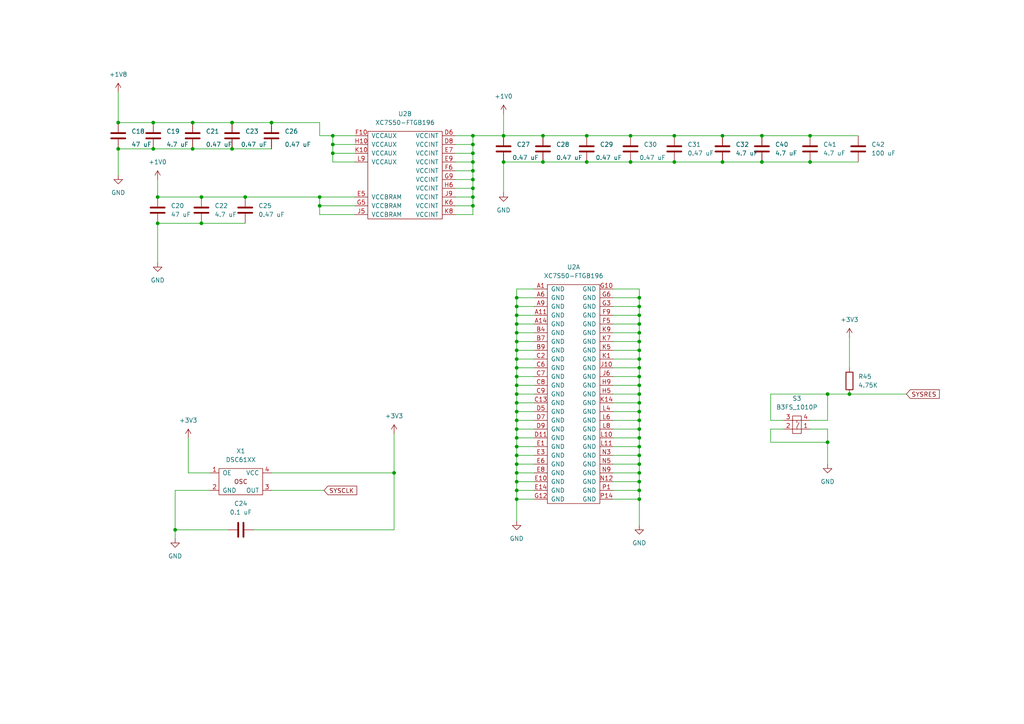
<source format=kicad_sch>
(kicad_sch (version 20230121) (generator eeschema)

  (uuid 5d27a6d1-0894-40b7-947e-c44396346db8)

  (paper "A4")

  (lib_symbols
    (symbol "Device:C" (pin_numbers hide) (pin_names (offset 0.254)) (in_bom yes) (on_board yes)
      (property "Reference" "C" (at 0.635 2.54 0)
        (effects (font (size 1.27 1.27)) (justify left))
      )
      (property "Value" "C" (at 0.635 -2.54 0)
        (effects (font (size 1.27 1.27)) (justify left))
      )
      (property "Footprint" "" (at 0.9652 -3.81 0)
        (effects (font (size 1.27 1.27)) hide)
      )
      (property "Datasheet" "~" (at 0 0 0)
        (effects (font (size 1.27 1.27)) hide)
      )
      (property "ki_keywords" "cap capacitor" (at 0 0 0)
        (effects (font (size 1.27 1.27)) hide)
      )
      (property "ki_description" "Unpolarized capacitor" (at 0 0 0)
        (effects (font (size 1.27 1.27)) hide)
      )
      (property "ki_fp_filters" "C_*" (at 0 0 0)
        (effects (font (size 1.27 1.27)) hide)
      )
      (symbol "C_0_1"
        (polyline
          (pts
            (xy -2.032 -0.762)
            (xy 2.032 -0.762)
          )
          (stroke (width 0.508) (type default))
          (fill (type none))
        )
        (polyline
          (pts
            (xy -2.032 0.762)
            (xy 2.032 0.762)
          )
          (stroke (width 0.508) (type default))
          (fill (type none))
        )
      )
      (symbol "C_1_1"
        (pin passive line (at 0 3.81 270) (length 2.794)
          (name "~" (effects (font (size 1.27 1.27))))
          (number "1" (effects (font (size 1.27 1.27))))
        )
        (pin passive line (at 0 -3.81 90) (length 2.794)
          (name "~" (effects (font (size 1.27 1.27))))
          (number "2" (effects (font (size 1.27 1.27))))
        )
      )
    )
    (symbol "Device:R" (pin_numbers hide) (pin_names (offset 0)) (in_bom yes) (on_board yes)
      (property "Reference" "R" (at 2.032 0 90)
        (effects (font (size 1.27 1.27)))
      )
      (property "Value" "R" (at 0 0 90)
        (effects (font (size 1.27 1.27)))
      )
      (property "Footprint" "" (at -1.778 0 90)
        (effects (font (size 1.27 1.27)) hide)
      )
      (property "Datasheet" "~" (at 0 0 0)
        (effects (font (size 1.27 1.27)) hide)
      )
      (property "ki_keywords" "R res resistor" (at 0 0 0)
        (effects (font (size 1.27 1.27)) hide)
      )
      (property "ki_description" "Resistor" (at 0 0 0)
        (effects (font (size 1.27 1.27)) hide)
      )
      (property "ki_fp_filters" "R_*" (at 0 0 0)
        (effects (font (size 1.27 1.27)) hide)
      )
      (symbol "R_0_1"
        (rectangle (start -1.016 -2.54) (end 1.016 2.54)
          (stroke (width 0.254) (type default))
          (fill (type none))
        )
      )
      (symbol "R_1_1"
        (pin passive line (at 0 3.81 270) (length 1.27)
          (name "~" (effects (font (size 1.27 1.27))))
          (number "1" (effects (font (size 1.27 1.27))))
        )
        (pin passive line (at 0 -3.81 90) (length 1.27)
          (name "~" (effects (font (size 1.27 1.27))))
          (number "2" (effects (font (size 1.27 1.27))))
        )
      )
    )
    (symbol "FPGA_project_parts_1:B3FS_1010P" (pin_names (offset 1.016) hide) (in_bom yes) (on_board yes)
      (property "Reference" "S" (at 0 3.81 0)
        (effects (font (size 1.27 1.27)))
      )
      (property "Value" "B3FS_1010P" (at 0 -3.81 0)
        (effects (font (size 1.27 1.27)))
      )
      (property "Footprint" "my_parts:B3FS_1010P" (at 0 0 0)
        (effects (font (size 1.27 1.27)) hide)
      )
      (property "Datasheet" "" (at 0 0 0)
        (effects (font (size 1.27 1.27)) hide)
      )
      (symbol "B3FS_1010P_0_1"
        (rectangle (start -1.27 2.54) (end 1.27 -2.54)
          (stroke (width 0) (type solid))
          (fill (type none))
        )
        (polyline
          (pts
            (xy -1.27 -1.27)
            (xy 1.27 -1.27)
          )
          (stroke (width 0) (type solid))
          (fill (type none))
        )
        (polyline
          (pts
            (xy -1.27 1.27)
            (xy 1.27 1.27)
          )
          (stroke (width 0) (type solid))
          (fill (type none))
        )
        (polyline
          (pts
            (xy 0 1.27)
            (xy 0 0.635)
          )
          (stroke (width 0) (type solid))
          (fill (type none))
        )
        (polyline
          (pts
            (xy 0 -1.27)
            (xy 0 -0.635)
            (xy 0.635 0.635)
          )
          (stroke (width 0) (type solid))
          (fill (type none))
        )
      )
      (symbol "B3FS_1010P_1_1"
        (pin input line (at 3.81 -1.27 180) (length 2.54)
          (name "1" (effects (font (size 1.27 1.27))))
          (number "1" (effects (font (size 1.27 1.27))))
        )
        (pin input line (at -3.81 -1.27 0) (length 2.54)
          (name "2" (effects (font (size 1.27 1.27))))
          (number "2" (effects (font (size 1.27 1.27))))
        )
        (pin input line (at -3.81 1.27 0) (length 2.54)
          (name "3" (effects (font (size 1.27 1.27))))
          (number "3" (effects (font (size 1.27 1.27))))
        )
        (pin input line (at 3.81 1.27 180) (length 2.54)
          (name "4" (effects (font (size 1.27 1.27))))
          (number "4" (effects (font (size 1.27 1.27))))
        )
      )
    )
    (symbol "FPGA_project_parts_1:DSC61XX" (pin_names (offset 1.016)) (in_bom yes) (on_board yes)
      (property "Reference" "X" (at 0 5.08 0)
        (effects (font (size 1.27 1.27)))
      )
      (property "Value" "DSC61XX" (at 0 -5.08 0)
        (effects (font (size 1.27 1.27)))
      )
      (property "Footprint" "Oscillator:Oscillator_SMD_Abracon_ASE-4Pin_3.2x2.5mm_HandSoldering" (at 0 0 0)
        (effects (font (size 1.27 1.27)) hide)
      )
      (property "Datasheet" "" (at 0 0 0)
        (effects (font (size 1.27 1.27)) hide)
      )
      (symbol "DSC61XX_0_0"
        (text "OSC" (at 0 0 0)
          (effects (font (size 1.27 1.27)))
        )
      )
      (symbol "DSC61XX_0_1"
        (rectangle (start 6.35 -3.81) (end -6.35 3.81)
          (stroke (width 0) (type solid))
          (fill (type none))
        )
      )
      (symbol "DSC61XX_1_1"
        (pin input line (at -8.89 2.54 0) (length 2.54)
          (name "OE" (effects (font (size 1.27 1.27))))
          (number "1" (effects (font (size 1.27 1.27))))
        )
        (pin power_in line (at -8.89 -2.54 0) (length 2.54)
          (name "GND" (effects (font (size 1.27 1.27))))
          (number "2" (effects (font (size 1.27 1.27))))
        )
        (pin output line (at 8.89 -2.54 180) (length 2.54)
          (name "OUT" (effects (font (size 1.27 1.27))))
          (number "3" (effects (font (size 1.27 1.27))))
        )
        (pin power_in line (at 8.89 2.54 180) (length 2.54)
          (name "VCC" (effects (font (size 1.27 1.27))))
          (number "4" (effects (font (size 1.27 1.27))))
        )
      )
    )
    (symbol "FPGA_project_partsalarm:XC7S50-FTGB196" (pin_names (offset 1.016)) (in_bom yes) (on_board yes)
      (property "Reference" "U" (at -1.27 69.85 0)
        (effects (font (size 1.27 1.27)))
      )
      (property "Value" "XC7S50-FTGB196" (at 0 -69.85 0)
        (effects (font (size 1.27 1.27)))
      )
      (property "Footprint" "Package_BGA:Xilinx_FTGB196" (at -6.35 0 0)
        (effects (font (size 1.27 1.27)) hide)
      )
      (property "Datasheet" "" (at -6.35 0 0)
        (effects (font (size 1.27 1.27)) hide)
      )
      (property "ki_locked" "" (at 0 0 0)
        (effects (font (size 1.27 1.27)))
      )
      (symbol "XC7S50-FTGB196_1_1"
        (rectangle (start -7.62 31.75) (end 7.62 -31.75)
          (stroke (width 0) (type solid))
          (fill (type none))
        )
        (pin power_in line (at -11.43 30.48 0) (length 3.81)
          (name "GND" (effects (font (size 1.27 1.27))))
          (number "A1" (effects (font (size 1.27 1.27))))
        )
        (pin power_in line (at -11.43 22.86 0) (length 3.81)
          (name "GND" (effects (font (size 1.27 1.27))))
          (number "A11" (effects (font (size 1.27 1.27))))
        )
        (pin power_in line (at -11.43 20.32 0) (length 3.81)
          (name "GND" (effects (font (size 1.27 1.27))))
          (number "A14" (effects (font (size 1.27 1.27))))
        )
        (pin power_in line (at -11.43 27.94 0) (length 3.81)
          (name "GND" (effects (font (size 1.27 1.27))))
          (number "A6" (effects (font (size 1.27 1.27))))
        )
        (pin power_in line (at -11.43 25.4 0) (length 3.81)
          (name "GND" (effects (font (size 1.27 1.27))))
          (number "A9" (effects (font (size 1.27 1.27))))
        )
        (pin power_in line (at -11.43 17.78 0) (length 3.81)
          (name "GND" (effects (font (size 1.27 1.27))))
          (number "B4" (effects (font (size 1.27 1.27))))
        )
        (pin power_in line (at -11.43 15.24 0) (length 3.81)
          (name "GND" (effects (font (size 1.27 1.27))))
          (number "B7" (effects (font (size 1.27 1.27))))
        )
        (pin power_in line (at -11.43 12.7 0) (length 3.81)
          (name "GND" (effects (font (size 1.27 1.27))))
          (number "B9" (effects (font (size 1.27 1.27))))
        )
        (pin power_in line (at -11.43 -2.54 0) (length 3.81)
          (name "GND" (effects (font (size 1.27 1.27))))
          (number "C13" (effects (font (size 1.27 1.27))))
        )
        (pin power_in line (at -11.43 10.16 0) (length 3.81)
          (name "GND" (effects (font (size 1.27 1.27))))
          (number "C2" (effects (font (size 1.27 1.27))))
        )
        (pin power_in line (at -11.43 7.62 0) (length 3.81)
          (name "GND" (effects (font (size 1.27 1.27))))
          (number "C6" (effects (font (size 1.27 1.27))))
        )
        (pin power_in line (at -11.43 5.08 0) (length 3.81)
          (name "GND" (effects (font (size 1.27 1.27))))
          (number "C7" (effects (font (size 1.27 1.27))))
        )
        (pin power_in line (at -11.43 2.54 0) (length 3.81)
          (name "GND" (effects (font (size 1.27 1.27))))
          (number "C8" (effects (font (size 1.27 1.27))))
        )
        (pin power_in line (at -11.43 0 0) (length 3.81)
          (name "GND" (effects (font (size 1.27 1.27))))
          (number "C9" (effects (font (size 1.27 1.27))))
        )
        (pin power_in line (at -11.43 -12.7 0) (length 3.81)
          (name "GND" (effects (font (size 1.27 1.27))))
          (number "D11" (effects (font (size 1.27 1.27))))
        )
        (pin power_in line (at -11.43 -5.08 0) (length 3.81)
          (name "GND" (effects (font (size 1.27 1.27))))
          (number "D5" (effects (font (size 1.27 1.27))))
        )
        (pin power_in line (at -11.43 -7.62 0) (length 3.81)
          (name "GND" (effects (font (size 1.27 1.27))))
          (number "D7" (effects (font (size 1.27 1.27))))
        )
        (pin power_in line (at -11.43 -10.16 0) (length 3.81)
          (name "GND" (effects (font (size 1.27 1.27))))
          (number "D9" (effects (font (size 1.27 1.27))))
        )
        (pin power_in line (at -11.43 -15.24 0) (length 3.81)
          (name "GND" (effects (font (size 1.27 1.27))))
          (number "E1" (effects (font (size 1.27 1.27))))
        )
        (pin power_in line (at -11.43 -25.4 0) (length 3.81)
          (name "GND" (effects (font (size 1.27 1.27))))
          (number "E10" (effects (font (size 1.27 1.27))))
        )
        (pin power_in line (at -11.43 -27.94 0) (length 3.81)
          (name "GND" (effects (font (size 1.27 1.27))))
          (number "E14" (effects (font (size 1.27 1.27))))
        )
        (pin power_in line (at -11.43 -17.78 0) (length 3.81)
          (name "GND" (effects (font (size 1.27 1.27))))
          (number "E3" (effects (font (size 1.27 1.27))))
        )
        (pin power_in line (at -11.43 -20.32 0) (length 3.81)
          (name "GND" (effects (font (size 1.27 1.27))))
          (number "E6" (effects (font (size 1.27 1.27))))
        )
        (pin power_in line (at -11.43 -22.86 0) (length 3.81)
          (name "GND" (effects (font (size 1.27 1.27))))
          (number "E8" (effects (font (size 1.27 1.27))))
        )
        (pin power_in line (at 11.43 20.32 180) (length 3.81)
          (name "GND" (effects (font (size 1.27 1.27))))
          (number "F5" (effects (font (size 1.27 1.27))))
        )
        (pin power_in line (at 11.43 22.86 180) (length 3.81)
          (name "GND" (effects (font (size 1.27 1.27))))
          (number "F9" (effects (font (size 1.27 1.27))))
        )
        (pin power_in line (at 11.43 30.48 180) (length 3.81)
          (name "GND" (effects (font (size 1.27 1.27))))
          (number "G10" (effects (font (size 1.27 1.27))))
        )
        (pin power_in line (at -11.43 -30.48 0) (length 3.81)
          (name "GND" (effects (font (size 1.27 1.27))))
          (number "G12" (effects (font (size 1.27 1.27))))
        )
        (pin power_in line (at 11.43 25.4 180) (length 3.81)
          (name "GND" (effects (font (size 1.27 1.27))))
          (number "G3" (effects (font (size 1.27 1.27))))
        )
        (pin power_in line (at 11.43 27.94 180) (length 3.81)
          (name "GND" (effects (font (size 1.27 1.27))))
          (number "G6" (effects (font (size 1.27 1.27))))
        )
        (pin power_in line (at 11.43 0 180) (length 3.81)
          (name "GND" (effects (font (size 1.27 1.27))))
          (number "H5" (effects (font (size 1.27 1.27))))
        )
        (pin power_in line (at 11.43 2.54 180) (length 3.81)
          (name "GND" (effects (font (size 1.27 1.27))))
          (number "H9" (effects (font (size 1.27 1.27))))
        )
        (pin power_in line (at 11.43 7.62 180) (length 3.81)
          (name "GND" (effects (font (size 1.27 1.27))))
          (number "J10" (effects (font (size 1.27 1.27))))
        )
        (pin power_in line (at 11.43 5.08 180) (length 3.81)
          (name "GND" (effects (font (size 1.27 1.27))))
          (number "J6" (effects (font (size 1.27 1.27))))
        )
        (pin power_in line (at 11.43 10.16 180) (length 3.81)
          (name "GND" (effects (font (size 1.27 1.27))))
          (number "K1" (effects (font (size 1.27 1.27))))
        )
        (pin power_in line (at 11.43 -2.54 180) (length 3.81)
          (name "GND" (effects (font (size 1.27 1.27))))
          (number "K14" (effects (font (size 1.27 1.27))))
        )
        (pin power_in line (at 11.43 12.7 180) (length 3.81)
          (name "GND" (effects (font (size 1.27 1.27))))
          (number "K5" (effects (font (size 1.27 1.27))))
        )
        (pin power_in line (at 11.43 15.24 180) (length 3.81)
          (name "GND" (effects (font (size 1.27 1.27))))
          (number "K7" (effects (font (size 1.27 1.27))))
        )
        (pin power_in line (at 11.43 17.78 180) (length 3.81)
          (name "GND" (effects (font (size 1.27 1.27))))
          (number "K9" (effects (font (size 1.27 1.27))))
        )
        (pin power_in line (at 11.43 -12.7 180) (length 3.81)
          (name "GND" (effects (font (size 1.27 1.27))))
          (number "L10" (effects (font (size 1.27 1.27))))
        )
        (pin power_in line (at 11.43 -15.24 180) (length 3.81)
          (name "GND" (effects (font (size 1.27 1.27))))
          (number "L11" (effects (font (size 1.27 1.27))))
        )
        (pin power_in line (at 11.43 -5.08 180) (length 3.81)
          (name "GND" (effects (font (size 1.27 1.27))))
          (number "L4" (effects (font (size 1.27 1.27))))
        )
        (pin power_in line (at 11.43 -7.62 180) (length 3.81)
          (name "GND" (effects (font (size 1.27 1.27))))
          (number "L6" (effects (font (size 1.27 1.27))))
        )
        (pin power_in line (at 11.43 -10.16 180) (length 3.81)
          (name "GND" (effects (font (size 1.27 1.27))))
          (number "L8" (effects (font (size 1.27 1.27))))
        )
        (pin power_in line (at 11.43 -25.4 180) (length 3.81)
          (name "GND" (effects (font (size 1.27 1.27))))
          (number "N12" (effects (font (size 1.27 1.27))))
        )
        (pin power_in line (at 11.43 -17.78 180) (length 3.81)
          (name "GND" (effects (font (size 1.27 1.27))))
          (number "N3" (effects (font (size 1.27 1.27))))
        )
        (pin power_in line (at 11.43 -20.32 180) (length 3.81)
          (name "GND" (effects (font (size 1.27 1.27))))
          (number "N5" (effects (font (size 1.27 1.27))))
        )
        (pin power_in line (at 11.43 -22.86 180) (length 3.81)
          (name "GND" (effects (font (size 1.27 1.27))))
          (number "N9" (effects (font (size 1.27 1.27))))
        )
        (pin power_in line (at 11.43 -27.94 180) (length 3.81)
          (name "GND" (effects (font (size 1.27 1.27))))
          (number "P1" (effects (font (size 1.27 1.27))))
        )
        (pin power_in line (at 11.43 -30.48 180) (length 3.81)
          (name "GND" (effects (font (size 1.27 1.27))))
          (number "P14" (effects (font (size 1.27 1.27))))
        )
      )
      (symbol "XC7S50-FTGB196_2_1"
        (rectangle (start 10.16 12.7) (end -11.43 -12.7)
          (stroke (width 0) (type solid))
          (fill (type none))
        )
        (pin power_in line (at 13.97 11.43 180) (length 3.81)
          (name "VCCINT" (effects (font (size 1.27 1.27))))
          (number "D6" (effects (font (size 1.27 1.27))))
        )
        (pin power_in line (at 13.97 8.89 180) (length 3.81)
          (name "VCCINT" (effects (font (size 1.27 1.27))))
          (number "D8" (effects (font (size 1.27 1.27))))
        )
        (pin power_in line (at -15.24 -6.35 0) (length 3.81)
          (name "VCCBRAM" (effects (font (size 1.27 1.27))))
          (number "E5" (effects (font (size 1.27 1.27))))
        )
        (pin power_in line (at 13.97 6.35 180) (length 3.81)
          (name "VCCINT" (effects (font (size 1.27 1.27))))
          (number "E7" (effects (font (size 1.27 1.27))))
        )
        (pin power_in line (at 13.97 3.81 180) (length 3.81)
          (name "VCCINT" (effects (font (size 1.27 1.27))))
          (number "E9" (effects (font (size 1.27 1.27))))
        )
        (pin power_in line (at -15.24 11.43 0) (length 3.81)
          (name "VCCAUX" (effects (font (size 1.27 1.27))))
          (number "F10" (effects (font (size 1.27 1.27))))
        )
        (pin power_in line (at 13.97 1.27 180) (length 3.81)
          (name "VCCINT" (effects (font (size 1.27 1.27))))
          (number "F6" (effects (font (size 1.27 1.27))))
        )
        (pin power_in line (at -15.24 -8.89 0) (length 3.81)
          (name "VCCBRAM" (effects (font (size 1.27 1.27))))
          (number "G5" (effects (font (size 1.27 1.27))))
        )
        (pin power_in line (at 13.97 -1.27 180) (length 3.81)
          (name "VCCINT" (effects (font (size 1.27 1.27))))
          (number "G9" (effects (font (size 1.27 1.27))))
        )
        (pin power_in line (at -15.24 8.89 0) (length 3.81)
          (name "VCCAUX" (effects (font (size 1.27 1.27))))
          (number "H10" (effects (font (size 1.27 1.27))))
        )
        (pin power_in line (at 13.97 -3.81 180) (length 3.81)
          (name "VCCINT" (effects (font (size 1.27 1.27))))
          (number "H6" (effects (font (size 1.27 1.27))))
        )
        (pin power_in line (at -15.24 -11.43 0) (length 3.81)
          (name "VCCBRAM" (effects (font (size 1.27 1.27))))
          (number "J5" (effects (font (size 1.27 1.27))))
        )
        (pin power_in line (at 13.97 -6.35 180) (length 3.81)
          (name "VCCINT" (effects (font (size 1.27 1.27))))
          (number "J9" (effects (font (size 1.27 1.27))))
        )
        (pin power_in line (at -15.24 6.35 0) (length 3.81)
          (name "VCCAUX" (effects (font (size 1.27 1.27))))
          (number "K10" (effects (font (size 1.27 1.27))))
        )
        (pin power_in line (at 13.97 -8.89 180) (length 3.81)
          (name "VCCINT" (effects (font (size 1.27 1.27))))
          (number "K6" (effects (font (size 1.27 1.27))))
        )
        (pin power_in line (at 13.97 -11.43 180) (length 3.81)
          (name "VCCINT" (effects (font (size 1.27 1.27))))
          (number "K8" (effects (font (size 1.27 1.27))))
        )
        (pin power_in line (at -15.24 3.81 0) (length 3.81)
          (name "VCCAUX" (effects (font (size 1.27 1.27))))
          (number "L9" (effects (font (size 1.27 1.27))))
        )
      )
      (symbol "XC7S50-FTGB196_3_1"
        (rectangle (start -17.78 68.58) (end 17.78 -68.58)
          (stroke (width 0) (type solid))
          (fill (type none))
        )
        (pin bidirectional line (at -21.59 52.07 0) (length 3.81)
          (name "IO_L3N_T0_DQS_EMCCLK_14" (effects (font (size 1.27 1.27))))
          (number "A10" (effects (font (size 1.27 1.27))))
        )
        (pin bidirectional line (at -21.59 49.53 0) (length 3.81)
          (name "IO_L4P_T0_D04_14" (effects (font (size 1.27 1.27))))
          (number "A12" (effects (font (size 1.27 1.27))))
        )
        (pin bidirectional line (at -21.59 46.99 0) (length 3.81)
          (name "IO_L4N_T0_D05_14" (effects (font (size 1.27 1.27))))
          (number "A13" (effects (font (size 1.27 1.27))))
        )
        (pin bidirectional line (at -21.59 54.61 0) (length 3.81)
          (name "IO_L3P_T0_DQS_PUDC_B_14" (effects (font (size 1.27 1.27))))
          (number "B10" (effects (font (size 1.27 1.27))))
        )
        (pin bidirectional line (at -21.59 64.77 0) (length 3.81)
          (name "IO_L1P_T0_D00_MOSI_14" (effects (font (size 1.27 1.27))))
          (number "B11" (effects (font (size 1.27 1.27))))
        )
        (pin bidirectional line (at -21.59 62.23 0) (length 3.81)
          (name "IO_L1N_T0_D01_DIN_14" (effects (font (size 1.27 1.27))))
          (number "B12" (effects (font (size 1.27 1.27))))
        )
        (pin bidirectional line (at -21.59 44.45 0) (length 3.81)
          (name "IO_L5P_T0_D06_14" (effects (font (size 1.27 1.27))))
          (number "B13" (effects (font (size 1.27 1.27))))
        )
        (pin bidirectional line (at -21.59 41.91 0) (length 3.81)
          (name "IO_L5N_T0_D07_14" (effects (font (size 1.27 1.27))))
          (number "B14" (effects (font (size 1.27 1.27))))
        )
        (pin bidirectional line (at -21.59 57.15 0) (length 3.81)
          (name "IO_L2N_T0_D03_14" (effects (font (size 1.27 1.27))))
          (number "C10" (effects (font (size 1.27 1.27))))
        )
        (pin bidirectional line (at -21.59 39.37 0) (length 3.81)
          (name "IO_L6P_T0_FCS_B_14" (effects (font (size 1.27 1.27))))
          (number "C11" (effects (font (size 1.27 1.27))))
        )
        (pin bidirectional line (at -21.59 36.83 0) (length 3.81)
          (name "IO_L6N_T0_D08_VREF_14" (effects (font (size 1.27 1.27))))
          (number "C12" (effects (font (size 1.27 1.27))))
        )
        (pin bidirectional line (at -21.59 11.43 0) (length 3.81)
          (name "IO_L11N_T1_SRCC_14" (effects (font (size 1.27 1.27))))
          (number "C14" (effects (font (size 1.27 1.27))))
        )
        (pin bidirectional line (at -21.59 59.69 0) (length 3.81)
          (name "IO_L2P_T0_D02_14" (effects (font (size 1.27 1.27))))
          (number "D10" (effects (font (size 1.27 1.27))))
        )
        (pin bidirectional line (at -21.59 29.21 0) (length 3.81)
          (name "IO_L8P_T1_D11_14" (effects (font (size 1.27 1.27))))
          (number "D12" (effects (font (size 1.27 1.27))))
        )
        (pin bidirectional line (at -21.59 26.67 0) (length 3.81)
          (name "IO_L8N_T1_D12_14" (effects (font (size 1.27 1.27))))
          (number "D13" (effects (font (size 1.27 1.27))))
        )
        (pin bidirectional line (at -21.59 13.97 0) (length 3.81)
          (name "IO_L11P_T1_SRCC_14" (effects (font (size 1.27 1.27))))
          (number "D14" (effects (font (size 1.27 1.27))))
        )
        (pin bidirectional line (at -21.59 67.31 0) (length 3.81)
          (name "IO_0_14" (effects (font (size 1.27 1.27))))
          (number "E11" (effects (font (size 1.27 1.27))))
        )
        (pin bidirectional line (at -21.59 31.75 0) (length 3.81)
          (name "IO_L7N_T1_D10_14" (effects (font (size 1.27 1.27))))
          (number "E12" (effects (font (size 1.27 1.27))))
        )
        (pin bidirectional line (at -21.59 16.51 0) (length 3.81)
          (name "IO_L10N_T1_D15_14" (effects (font (size 1.27 1.27))))
          (number "E13" (effects (font (size 1.27 1.27))))
        )
        (pin bidirectional line (at -21.59 6.35 0) (length 3.81)
          (name "IO_L12N_T1_MRCC_14" (effects (font (size 1.27 1.27))))
          (number "F11" (effects (font (size 1.27 1.27))))
        )
        (pin bidirectional line (at -21.59 34.29 0) (length 3.81)
          (name "IO_L7P_T1_D09_14" (effects (font (size 1.27 1.27))))
          (number "F12" (effects (font (size 1.27 1.27))))
        )
        (pin bidirectional line (at -21.59 19.05 0) (length 3.81)
          (name "IO_L10P_T1_D14_14" (effects (font (size 1.27 1.27))))
          (number "F13" (effects (font (size 1.27 1.27))))
        )
        (pin bidirectional line (at -21.59 21.59 0) (length 3.81)
          (name "IO_L9N_T1_DQS_D13_14" (effects (font (size 1.27 1.27))))
          (number "F14" (effects (font (size 1.27 1.27))))
        )
        (pin bidirectional line (at -21.59 8.89 0) (length 3.81)
          (name "IO_L12P_T1_MRCC_14" (effects (font (size 1.27 1.27))))
          (number "G11" (effects (font (size 1.27 1.27))))
        )
        (pin power_in line (at -21.59 -62.23 0) (length 3.81)
          (name "VCCO_14" (effects (font (size 1.27 1.27))))
          (number "G13" (effects (font (size 1.27 1.27))))
        )
        (pin bidirectional line (at -21.59 24.13 0) (length 3.81)
          (name "IO_L9P_T1_DQS_14" (effects (font (size 1.27 1.27))))
          (number "G14" (effects (font (size 1.27 1.27))))
        )
        (pin bidirectional line (at -21.59 3.81 0) (length 3.81)
          (name "IO_L13P_T2_MRCC_14" (effects (font (size 1.27 1.27))))
          (number "H11" (effects (font (size 1.27 1.27))))
        )
        (pin bidirectional line (at -21.59 1.27 0) (length 3.81)
          (name "IO_L13N_T2_MRCC_14" (effects (font (size 1.27 1.27))))
          (number "H12" (effects (font (size 1.27 1.27))))
        )
        (pin bidirectional line (at -21.59 -1.27 0) (length 3.81)
          (name "IO_L14P_T2_SRCC_14" (effects (font (size 1.27 1.27))))
          (number "H13" (effects (font (size 1.27 1.27))))
        )
        (pin bidirectional line (at -21.59 -3.81 0) (length 3.81)
          (name "IO_L14N_T2_SRCC_14" (effects (font (size 1.27 1.27))))
          (number "H14" (effects (font (size 1.27 1.27))))
        )
        (pin bidirectional line (at -21.59 -16.51 0) (length 3.81)
          (name "IO_L17P_T2_D30_14" (effects (font (size 1.27 1.27))))
          (number "J11" (effects (font (size 1.27 1.27))))
        )
        (pin bidirectional line (at -21.59 -19.05 0) (length 3.81)
          (name "IO_L17N_T2_D29_14" (effects (font (size 1.27 1.27))))
          (number "J12" (effects (font (size 1.27 1.27))))
        )
        (pin bidirectional line (at -21.59 -21.59 0) (length 3.81)
          (name "IO_L18P_T2_D28_14" (effects (font (size 1.27 1.27))))
          (number "J13" (effects (font (size 1.27 1.27))))
        )
        (pin bidirectional line (at -21.59 -24.13 0) (length 3.81)
          (name "IO_L18N_T2_D27_14" (effects (font (size 1.27 1.27))))
          (number "J14" (effects (font (size 1.27 1.27))))
        )
        (pin bidirectional line (at -21.59 -26.67 0) (length 3.81)
          (name "IO_L19P_T3_D26_14" (effects (font (size 1.27 1.27))))
          (number "K11" (effects (font (size 1.27 1.27))))
        )
        (pin bidirectional line (at -21.59 -29.21 0) (length 3.81)
          (name "IO_L19N_T3_D25_VREF_14" (effects (font (size 1.27 1.27))))
          (number "K12" (effects (font (size 1.27 1.27))))
        )
        (pin power_in line (at -21.59 -64.77 0) (length 3.81)
          (name "VCCO_14" (effects (font (size 1.27 1.27))))
          (number "K13" (effects (font (size 1.27 1.27))))
        )
        (pin bidirectional line (at -21.59 -11.43 0) (length 3.81)
          (name "IO_L16P_T2_CSI_B_14" (effects (font (size 1.27 1.27))))
          (number "L12" (effects (font (size 1.27 1.27))))
        )
        (pin bidirectional line (at -21.59 -13.97 0) (length 3.81)
          (name "IO_L16N_T2_D31_14" (effects (font (size 1.27 1.27))))
          (number "L13" (effects (font (size 1.27 1.27))))
        )
        (pin bidirectional line (at -21.59 -8.89 0) (length 3.81)
          (name "IO_L15N_T2_DQS_DOUT_CSO_B_14" (effects (font (size 1.27 1.27))))
          (number "L14" (effects (font (size 1.27 1.27))))
        )
        (pin bidirectional line (at -21.59 -57.15 0) (length 3.81)
          (name "IO_25_14" (effects (font (size 1.27 1.27))))
          (number "M10" (effects (font (size 1.27 1.27))))
        )
        (pin bidirectional line (at -21.59 -31.75 0) (length 3.81)
          (name "IO_L20P_T3_D24_14" (effects (font (size 1.27 1.27))))
          (number "M11" (effects (font (size 1.27 1.27))))
        )
        (pin bidirectional line (at -21.59 -34.29 0) (length 3.81)
          (name "IO_L20N_T3_D23_14" (effects (font (size 1.27 1.27))))
          (number "M12" (effects (font (size 1.27 1.27))))
        )
        (pin bidirectional line (at -21.59 -6.35 0) (length 3.81)
          (name "IO_L15P_T2_DQS_RDWR_B_14" (effects (font (size 1.27 1.27))))
          (number "M13" (effects (font (size 1.27 1.27))))
        )
        (pin bidirectional line (at -21.59 -39.37 0) (length 3.81)
          (name "IO_L21N_T3_DQS_D22_14" (effects (font (size 1.27 1.27))))
          (number "M14" (effects (font (size 1.27 1.27))))
        )
        (pin bidirectional line (at -21.59 -46.99 0) (length 3.81)
          (name "IO_L23P_T3_D19_14" (effects (font (size 1.27 1.27))))
          (number "N10" (effects (font (size 1.27 1.27))))
        )
        (pin bidirectional line (at -21.59 -49.53 0) (length 3.81)
          (name "IO_L23N_T3_D18_14" (effects (font (size 1.27 1.27))))
          (number "N11" (effects (font (size 1.27 1.27))))
        )
        (pin power_in line (at -21.59 -67.31 0) (length 3.81)
          (name "VCCO_14" (effects (font (size 1.27 1.27))))
          (number "N13" (effects (font (size 1.27 1.27))))
        )
        (pin bidirectional line (at -21.59 -36.83 0) (length 3.81)
          (name "IO_L21P_T3_DQS_14" (effects (font (size 1.27 1.27))))
          (number "N14" (effects (font (size 1.27 1.27))))
        )
        (pin bidirectional line (at -21.59 -52.07 0) (length 3.81)
          (name "IO_L24P_T3_D17_14" (effects (font (size 1.27 1.27))))
          (number "P10" (effects (font (size 1.27 1.27))))
        )
        (pin bidirectional line (at -21.59 -54.61 0) (length 3.81)
          (name "IO_L24N_T3_D16_14" (effects (font (size 1.27 1.27))))
          (number "P11" (effects (font (size 1.27 1.27))))
        )
        (pin bidirectional line (at -21.59 -41.91 0) (length 3.81)
          (name "IO_L22P_T3_D21_14" (effects (font (size 1.27 1.27))))
          (number "P12" (effects (font (size 1.27 1.27))))
        )
        (pin bidirectional line (at -21.59 -44.45 0) (length 3.81)
          (name "IO_L22N_T3_D20_14" (effects (font (size 1.27 1.27))))
          (number "P13" (effects (font (size 1.27 1.27))))
        )
      )
      (symbol "XC7S50-FTGB196_4_1"
        (rectangle (start -17.78 68.58) (end 17.78 -68.58)
          (stroke (width 0) (type solid))
          (fill (type none))
        )
        (pin bidirectional line (at -21.59 52.07 0) (length 3.81)
          (name "IO_L3N_T0_DQS_34" (effects (font (size 1.27 1.27))))
          (number "A2" (effects (font (size 1.27 1.27))))
        )
        (pin bidirectional line (at -21.59 57.15 0) (length 3.81)
          (name "IO_L2N_T0_34" (effects (font (size 1.27 1.27))))
          (number "A3" (effects (font (size 1.27 1.27))))
        )
        (pin bidirectional line (at -21.59 59.69 0) (length 3.81)
          (name "IO_L2P_T0_34" (effects (font (size 1.27 1.27))))
          (number "A4" (effects (font (size 1.27 1.27))))
        )
        (pin bidirectional line (at -21.59 46.99 0) (length 3.81)
          (name "IO_L4N_T0_34" (effects (font (size 1.27 1.27))))
          (number "A5" (effects (font (size 1.27 1.27))))
        )
        (pin bidirectional line (at -21.59 41.91 0) (length 3.81)
          (name "IO_L5N_T0_34" (effects (font (size 1.27 1.27))))
          (number "B1" (effects (font (size 1.27 1.27))))
        )
        (pin bidirectional line (at -21.59 44.45 0) (length 3.81)
          (name "IO_L5P_T0_34" (effects (font (size 1.27 1.27))))
          (number "B2" (effects (font (size 1.27 1.27))))
        )
        (pin bidirectional line (at -21.59 54.61 0) (length 3.81)
          (name "IO_L3P_T0_DQS_34" (effects (font (size 1.27 1.27))))
          (number "B3" (effects (font (size 1.27 1.27))))
        )
        (pin bidirectional line (at -21.59 49.53 0) (length 3.81)
          (name "IO_L4P_T0_34" (effects (font (size 1.27 1.27))))
          (number "B5" (effects (font (size 1.27 1.27))))
        )
        (pin bidirectional line (at -21.59 67.31 0) (length 3.81)
          (name "IO_0_34" (effects (font (size 1.27 1.27))))
          (number "B6" (effects (font (size 1.27 1.27))))
        )
        (pin bidirectional line (at -21.59 11.43 0) (length 3.81)
          (name "IO_L11N_T1_SRCC_34" (effects (font (size 1.27 1.27))))
          (number "C1" (effects (font (size 1.27 1.27))))
        )
        (pin bidirectional line (at -21.59 62.23 0) (length 3.81)
          (name "IO_L1N_T0_34" (effects (font (size 1.27 1.27))))
          (number "C3" (effects (font (size 1.27 1.27))))
        )
        (pin bidirectional line (at -21.59 36.83 0) (length 3.81)
          (name "IO_L6N_T0_VREF_34" (effects (font (size 1.27 1.27))))
          (number "C4" (effects (font (size 1.27 1.27))))
        )
        (pin bidirectional line (at -21.59 39.37 0) (length 3.81)
          (name "IO_L6P_T0_34" (effects (font (size 1.27 1.27))))
          (number "C5" (effects (font (size 1.27 1.27))))
        )
        (pin bidirectional line (at -21.59 13.97 0) (length 3.81)
          (name "IO_L11P_T1_SRCC_34" (effects (font (size 1.27 1.27))))
          (number "D1" (effects (font (size 1.27 1.27))))
        )
        (pin bidirectional line (at -21.59 16.51 0) (length 3.81)
          (name "IO_L10N_T1_34" (effects (font (size 1.27 1.27))))
          (number "D2" (effects (font (size 1.27 1.27))))
        )
        (pin bidirectional line (at -21.59 64.77 0) (length 3.81)
          (name "IO_L1P_T0_34" (effects (font (size 1.27 1.27))))
          (number "D3" (effects (font (size 1.27 1.27))))
        )
        (pin bidirectional line (at -21.59 31.75 0) (length 3.81)
          (name "IO_L7N_T1_34" (effects (font (size 1.27 1.27))))
          (number "D4" (effects (font (size 1.27 1.27))))
        )
        (pin bidirectional line (at -21.59 19.05 0) (length 3.81)
          (name "IO_L10P_T1_34" (effects (font (size 1.27 1.27))))
          (number "E2" (effects (font (size 1.27 1.27))))
        )
        (pin bidirectional line (at -21.59 34.29 0) (length 3.81)
          (name "IO_L7P_T1_34" (effects (font (size 1.27 1.27))))
          (number "E4" (effects (font (size 1.27 1.27))))
        )
        (pin bidirectional line (at -21.59 21.59 0) (length 3.81)
          (name "IO_L9N_T1_DQS_34" (effects (font (size 1.27 1.27))))
          (number "F1" (effects (font (size 1.27 1.27))))
        )
        (pin bidirectional line (at -21.59 26.67 0) (length 3.81)
          (name "IO_L8N_T1_34" (effects (font (size 1.27 1.27))))
          (number "F2" (effects (font (size 1.27 1.27))))
        )
        (pin bidirectional line (at -21.59 29.21 0) (length 3.81)
          (name "IO_L8P_T1_34" (effects (font (size 1.27 1.27))))
          (number "F3" (effects (font (size 1.27 1.27))))
        )
        (pin bidirectional line (at -21.59 6.35 0) (length 3.81)
          (name "IO_L12N_T1_MRCC_34" (effects (font (size 1.27 1.27))))
          (number "F4" (effects (font (size 1.27 1.27))))
        )
        (pin bidirectional line (at -21.59 24.13 0) (length 3.81)
          (name "IO_L9P_T1_DQS_34" (effects (font (size 1.27 1.27))))
          (number "G1" (effects (font (size 1.27 1.27))))
        )
        (pin power_in line (at -21.59 -62.23 0) (length 3.81)
          (name "VCCO_34" (effects (font (size 1.27 1.27))))
          (number "G2" (effects (font (size 1.27 1.27))))
        )
        (pin bidirectional line (at -21.59 8.89 0) (length 3.81)
          (name "IO_L12P_T1_MRCC_34" (effects (font (size 1.27 1.27))))
          (number "G4" (effects (font (size 1.27 1.27))))
        )
        (pin bidirectional line (at -21.59 -3.81 0) (length 3.81)
          (name "IO_L14N_T2_SRCC_34" (effects (font (size 1.27 1.27))))
          (number "H1" (effects (font (size 1.27 1.27))))
        )
        (pin bidirectional line (at -21.59 -1.27 0) (length 3.81)
          (name "IO_L14P_T2_SRCC_34" (effects (font (size 1.27 1.27))))
          (number "H2" (effects (font (size 1.27 1.27))))
        )
        (pin bidirectional line (at -21.59 1.27 0) (length 3.81)
          (name "IO_L13N_T2_MRCC_34" (effects (font (size 1.27 1.27))))
          (number "H3" (effects (font (size 1.27 1.27))))
        )
        (pin bidirectional line (at -21.59 3.81 0) (length 3.81)
          (name "IO_L13P_T2_MRCC_34" (effects (font (size 1.27 1.27))))
          (number "H4" (effects (font (size 1.27 1.27))))
        )
        (pin bidirectional line (at -21.59 -8.89 0) (length 3.81)
          (name "IO_L15N_T2_DQS_34" (effects (font (size 1.27 1.27))))
          (number "J1" (effects (font (size 1.27 1.27))))
        )
        (pin bidirectional line (at -21.59 -6.35 0) (length 3.81)
          (name "IO_L15P_T2_DQS_34" (effects (font (size 1.27 1.27))))
          (number "J2" (effects (font (size 1.27 1.27))))
        )
        (pin bidirectional line (at -21.59 -19.05 0) (length 3.81)
          (name "IO_L17N_T2_34" (effects (font (size 1.27 1.27))))
          (number "J3" (effects (font (size 1.27 1.27))))
        )
        (pin bidirectional line (at -21.59 -16.51 0) (length 3.81)
          (name "IO_L17P_T2_34" (effects (font (size 1.27 1.27))))
          (number "J4" (effects (font (size 1.27 1.27))))
        )
        (pin power_in line (at -21.59 -64.77 0) (length 3.81)
          (name "VCCO_34" (effects (font (size 1.27 1.27))))
          (number "K2" (effects (font (size 1.27 1.27))))
        )
        (pin bidirectional line (at -21.59 -13.97 0) (length 3.81)
          (name "IO_L16N_T2_34" (effects (font (size 1.27 1.27))))
          (number "K3" (effects (font (size 1.27 1.27))))
        )
        (pin bidirectional line (at -21.59 -11.43 0) (length 3.81)
          (name "IO_L16P_T2_34" (effects (font (size 1.27 1.27))))
          (number "K4" (effects (font (size 1.27 1.27))))
        )
        (pin bidirectional line (at -21.59 -24.13 0) (length 3.81)
          (name "IO_L18N_T2_34" (effects (font (size 1.27 1.27))))
          (number "L1" (effects (font (size 1.27 1.27))))
        )
        (pin bidirectional line (at -21.59 -44.45 0) (length 3.81)
          (name "IO_L22N_T3_34" (effects (font (size 1.27 1.27))))
          (number "L2" (effects (font (size 1.27 1.27))))
        )
        (pin bidirectional line (at -21.59 -41.91 0) (length 3.81)
          (name "IO_L22P_T3_34" (effects (font (size 1.27 1.27))))
          (number "L3" (effects (font (size 1.27 1.27))))
        )
        (pin bidirectional line (at -21.59 -57.15 0) (length 3.81)
          (name "IO_25_34" (effects (font (size 1.27 1.27))))
          (number "L5" (effects (font (size 1.27 1.27))))
        )
        (pin bidirectional line (at -21.59 -21.59 0) (length 3.81)
          (name "IO_L18P_T2_34" (effects (font (size 1.27 1.27))))
          (number "M1" (effects (font (size 1.27 1.27))))
        )
        (pin bidirectional line (at -21.59 -29.21 0) (length 3.81)
          (name "IO_L19N_T3_VREF_34" (effects (font (size 1.27 1.27))))
          (number "M2" (effects (font (size 1.27 1.27))))
        )
        (pin bidirectional line (at -21.59 -26.67 0) (length 3.81)
          (name "IO_L19P_T3_34" (effects (font (size 1.27 1.27))))
          (number "M3" (effects (font (size 1.27 1.27))))
        )
        (pin bidirectional line (at -21.59 -49.53 0) (length 3.81)
          (name "IO_L23N_T3_34" (effects (font (size 1.27 1.27))))
          (number "M4" (effects (font (size 1.27 1.27))))
        )
        (pin bidirectional line (at -21.59 -46.99 0) (length 3.81)
          (name "IO_L23P_T3_34" (effects (font (size 1.27 1.27))))
          (number "M5" (effects (font (size 1.27 1.27))))
        )
        (pin bidirectional line (at -21.59 -34.29 0) (length 3.81)
          (name "IO_L20N_T3_34" (effects (font (size 1.27 1.27))))
          (number "N1" (effects (font (size 1.27 1.27))))
        )
        (pin power_in line (at -21.59 -67.31 0) (length 3.81)
          (name "VCCO_34" (effects (font (size 1.27 1.27))))
          (number "N2" (effects (font (size 1.27 1.27))))
        )
        (pin bidirectional line (at -21.59 -54.61 0) (length 3.81)
          (name "IO_L24N_T3_34" (effects (font (size 1.27 1.27))))
          (number "N4" (effects (font (size 1.27 1.27))))
        )
        (pin bidirectional line (at -21.59 -31.75 0) (length 3.81)
          (name "IO_L20P_T3_34" (effects (font (size 1.27 1.27))))
          (number "P2" (effects (font (size 1.27 1.27))))
        )
        (pin bidirectional line (at -21.59 -39.37 0) (length 3.81)
          (name "IO_L21N_T3_DQS_34" (effects (font (size 1.27 1.27))))
          (number "P3" (effects (font (size 1.27 1.27))))
        )
        (pin bidirectional line (at -21.59 -36.83 0) (length 3.81)
          (name "IO_L21P_T3_DQS_34" (effects (font (size 1.27 1.27))))
          (number "P4" (effects (font (size 1.27 1.27))))
        )
        (pin bidirectional line (at -21.59 -52.07 0) (length 3.81)
          (name "IO_L24P_T3_34" (effects (font (size 1.27 1.27))))
          (number "P5" (effects (font (size 1.27 1.27))))
        )
      )
      (symbol "XC7S50-FTGB196_5_1"
        (rectangle (start -7.62 41.91) (end 7.62 -41.91)
          (stroke (width 0) (type solid))
          (fill (type none))
        )
        (pin input clock (at -11.43 25.4 0) (length 3.81)
          (name "TCK_0" (effects (font (size 1.27 1.27))))
          (number "A7" (effects (font (size 1.27 1.27))))
        )
        (pin output clock (at -11.43 -17.78 0) (length 3.81)
          (name "CCLK_0" (effects (font (size 1.27 1.27))))
          (number "A8" (effects (font (size 1.27 1.27))))
        )
        (pin power_in line (at -11.43 33.02 0) (length 3.81)
          (name "VCCBATT_0" (effects (font (size 1.27 1.27))))
          (number "B8" (effects (font (size 1.27 1.27))))
        )
        (pin power_in line (at -11.43 38.1 0) (length 3.81)
          (name "GNDADC_0" (effects (font (size 1.27 1.27))))
          (number "F7" (effects (font (size 1.27 1.27))))
        )
        (pin power_in line (at -11.43 40.64 0) (length 3.81)
          (name "VCCADC_0" (effects (font (size 1.27 1.27))))
          (number "F8" (effects (font (size 1.27 1.27))))
        )
        (pin input line (at -11.43 12.7 0) (length 3.81)
          (name "VREFN_0" (effects (font (size 1.27 1.27))))
          (number "G7" (effects (font (size 1.27 1.27))))
        )
        (pin input line (at -11.43 7.62 0) (length 3.81)
          (name "VP_0" (effects (font (size 1.27 1.27))))
          (number "G8" (effects (font (size 1.27 1.27))))
        )
        (pin input line (at -11.43 5.08 0) (length 3.81)
          (name "VN_0" (effects (font (size 1.27 1.27))))
          (number "H7" (effects (font (size 1.27 1.27))))
        )
        (pin input line (at -11.43 15.24 0) (length 3.81)
          (name "VREFP_0" (effects (font (size 1.27 1.27))))
          (number "H8" (effects (font (size 1.27 1.27))))
        )
        (pin passive line (at -11.43 -2.54 0) (length 3.81)
          (name "DXN_0" (effects (font (size 1.27 1.27))))
          (number "J7" (effects (font (size 1.27 1.27))))
        )
        (pin passive line (at -11.43 0 0) (length 3.81)
          (name "DXP_0" (effects (font (size 1.27 1.27))))
          (number "J8" (effects (font (size 1.27 1.27))))
        )
        (pin bidirectional line (at -11.43 -33.02 0) (length 3.81)
          (name "PROGRAM_B_0" (effects (font (size 1.27 1.27))))
          (number "L7" (effects (font (size 1.27 1.27))))
        )
        (pin input line (at -11.43 27.94 0) (length 3.81)
          (name "TMS_0" (effects (font (size 1.27 1.27))))
          (number "M6" (effects (font (size 1.27 1.27))))
        )
        (pin input line (at -11.43 -7.62 0) (length 3.81)
          (name "M0_0" (effects (font (size 1.27 1.27))))
          (number "M7" (effects (font (size 1.27 1.27))))
        )
        (pin input line (at -11.43 -10.16 0) (length 3.81)
          (name "M1_0" (effects (font (size 1.27 1.27))))
          (number "M8" (effects (font (size 1.27 1.27))))
        )
        (pin input line (at -11.43 -12.7 0) (length 3.81)
          (name "M2_0" (effects (font (size 1.27 1.27))))
          (number "M9" (effects (font (size 1.27 1.27))))
        )
        (pin power_in line (at -11.43 -38.1 0) (length 3.81)
          (name "VCCO_0" (effects (font (size 1.27 1.27))))
          (number "N6" (effects (font (size 1.27 1.27))))
        )
        (pin passive line (at -11.43 -22.86 0) (length 3.81)
          (name "CFGBVS_0" (effects (font (size 1.27 1.27))))
          (number "N7" (effects (font (size 1.27 1.27))))
        )
        (pin power_in line (at -11.43 -40.64 0) (length 3.81)
          (name "VCCO_0" (effects (font (size 1.27 1.27))))
          (number "N8" (effects (font (size 1.27 1.27))))
        )
        (pin output line (at -11.43 20.32 0) (length 3.81)
          (name "TDO_0" (effects (font (size 1.27 1.27))))
          (number "P6" (effects (font (size 1.27 1.27))))
        )
        (pin input line (at -11.43 22.86 0) (length 3.81)
          (name "TDI_0" (effects (font (size 1.27 1.27))))
          (number "P7" (effects (font (size 1.27 1.27))))
        )
        (pin passive line (at -11.43 -30.48 0) (length 3.81)
          (name "INIT_B_0" (effects (font (size 1.27 1.27))))
          (number "P8" (effects (font (size 1.27 1.27))))
        )
        (pin passive line (at -11.43 -27.94 0) (length 3.81)
          (name "DONE_0" (effects (font (size 1.27 1.27))))
          (number "P9" (effects (font (size 1.27 1.27))))
        )
      )
    )
    (symbol "power:+1V0" (power) (pin_names (offset 0)) (in_bom yes) (on_board yes)
      (property "Reference" "#PWR" (at 0 -3.81 0)
        (effects (font (size 1.27 1.27)) hide)
      )
      (property "Value" "+1V0" (at 0 3.556 0)
        (effects (font (size 1.27 1.27)))
      )
      (property "Footprint" "" (at 0 0 0)
        (effects (font (size 1.27 1.27)) hide)
      )
      (property "Datasheet" "" (at 0 0 0)
        (effects (font (size 1.27 1.27)) hide)
      )
      (property "ki_keywords" "global power" (at 0 0 0)
        (effects (font (size 1.27 1.27)) hide)
      )
      (property "ki_description" "Power symbol creates a global label with name \"+1V0\"" (at 0 0 0)
        (effects (font (size 1.27 1.27)) hide)
      )
      (symbol "+1V0_0_1"
        (polyline
          (pts
            (xy -0.762 1.27)
            (xy 0 2.54)
          )
          (stroke (width 0) (type default))
          (fill (type none))
        )
        (polyline
          (pts
            (xy 0 0)
            (xy 0 2.54)
          )
          (stroke (width 0) (type default))
          (fill (type none))
        )
        (polyline
          (pts
            (xy 0 2.54)
            (xy 0.762 1.27)
          )
          (stroke (width 0) (type default))
          (fill (type none))
        )
      )
      (symbol "+1V0_1_1"
        (pin power_in line (at 0 0 90) (length 0) hide
          (name "+1V0" (effects (font (size 1.27 1.27))))
          (number "1" (effects (font (size 1.27 1.27))))
        )
      )
    )
    (symbol "power:+1V8" (power) (pin_names (offset 0)) (in_bom yes) (on_board yes)
      (property "Reference" "#PWR" (at 0 -3.81 0)
        (effects (font (size 1.27 1.27)) hide)
      )
      (property "Value" "+1V8" (at 0 3.556 0)
        (effects (font (size 1.27 1.27)))
      )
      (property "Footprint" "" (at 0 0 0)
        (effects (font (size 1.27 1.27)) hide)
      )
      (property "Datasheet" "" (at 0 0 0)
        (effects (font (size 1.27 1.27)) hide)
      )
      (property "ki_keywords" "global power" (at 0 0 0)
        (effects (font (size 1.27 1.27)) hide)
      )
      (property "ki_description" "Power symbol creates a global label with name \"+1V8\"" (at 0 0 0)
        (effects (font (size 1.27 1.27)) hide)
      )
      (symbol "+1V8_0_1"
        (polyline
          (pts
            (xy -0.762 1.27)
            (xy 0 2.54)
          )
          (stroke (width 0) (type default))
          (fill (type none))
        )
        (polyline
          (pts
            (xy 0 0)
            (xy 0 2.54)
          )
          (stroke (width 0) (type default))
          (fill (type none))
        )
        (polyline
          (pts
            (xy 0 2.54)
            (xy 0.762 1.27)
          )
          (stroke (width 0) (type default))
          (fill (type none))
        )
      )
      (symbol "+1V8_1_1"
        (pin power_in line (at 0 0 90) (length 0) hide
          (name "+1V8" (effects (font (size 1.27 1.27))))
          (number "1" (effects (font (size 1.27 1.27))))
        )
      )
    )
    (symbol "power:+3V3" (power) (pin_names (offset 0)) (in_bom yes) (on_board yes)
      (property "Reference" "#PWR" (at 0 -3.81 0)
        (effects (font (size 1.27 1.27)) hide)
      )
      (property "Value" "+3V3" (at 0 3.556 0)
        (effects (font (size 1.27 1.27)))
      )
      (property "Footprint" "" (at 0 0 0)
        (effects (font (size 1.27 1.27)) hide)
      )
      (property "Datasheet" "" (at 0 0 0)
        (effects (font (size 1.27 1.27)) hide)
      )
      (property "ki_keywords" "global power" (at 0 0 0)
        (effects (font (size 1.27 1.27)) hide)
      )
      (property "ki_description" "Power symbol creates a global label with name \"+3V3\"" (at 0 0 0)
        (effects (font (size 1.27 1.27)) hide)
      )
      (symbol "+3V3_0_1"
        (polyline
          (pts
            (xy -0.762 1.27)
            (xy 0 2.54)
          )
          (stroke (width 0) (type default))
          (fill (type none))
        )
        (polyline
          (pts
            (xy 0 0)
            (xy 0 2.54)
          )
          (stroke (width 0) (type default))
          (fill (type none))
        )
        (polyline
          (pts
            (xy 0 2.54)
            (xy 0.762 1.27)
          )
          (stroke (width 0) (type default))
          (fill (type none))
        )
      )
      (symbol "+3V3_1_1"
        (pin power_in line (at 0 0 90) (length 0) hide
          (name "+3V3" (effects (font (size 1.27 1.27))))
          (number "1" (effects (font (size 1.27 1.27))))
        )
      )
    )
    (symbol "power:GND" (power) (pin_names (offset 0)) (in_bom yes) (on_board yes)
      (property "Reference" "#PWR" (at 0 -6.35 0)
        (effects (font (size 1.27 1.27)) hide)
      )
      (property "Value" "GND" (at 0 -3.81 0)
        (effects (font (size 1.27 1.27)))
      )
      (property "Footprint" "" (at 0 0 0)
        (effects (font (size 1.27 1.27)) hide)
      )
      (property "Datasheet" "" (at 0 0 0)
        (effects (font (size 1.27 1.27)) hide)
      )
      (property "ki_keywords" "global power" (at 0 0 0)
        (effects (font (size 1.27 1.27)) hide)
      )
      (property "ki_description" "Power symbol creates a global label with name \"GND\" , ground" (at 0 0 0)
        (effects (font (size 1.27 1.27)) hide)
      )
      (symbol "GND_0_1"
        (polyline
          (pts
            (xy 0 0)
            (xy 0 -1.27)
            (xy 1.27 -1.27)
            (xy 0 -2.54)
            (xy -1.27 -1.27)
            (xy 0 -1.27)
          )
          (stroke (width 0) (type default))
          (fill (type none))
        )
      )
      (symbol "GND_1_1"
        (pin power_in line (at 0 0 270) (length 0) hide
          (name "GND" (effects (font (size 1.27 1.27))))
          (number "1" (effects (font (size 1.27 1.27))))
        )
      )
    )
  )

  (junction (at 185.42 142.24) (diameter 0) (color 0 0 0 0)
    (uuid 0311fa97-6eff-45a2-9420-b8f35a48bdba)
  )
  (junction (at 149.86 88.9) (diameter 0) (color 0 0 0 0)
    (uuid 08c18969-cd17-48ea-8a15-e40369bad524)
  )
  (junction (at 185.42 104.14) (diameter 0) (color 0 0 0 0)
    (uuid 0c17d2f4-ea6d-433c-92e4-af0b07c874ef)
  )
  (junction (at 185.42 106.68) (diameter 0) (color 0 0 0 0)
    (uuid 0e578ea2-4e91-4b06-9136-6f2d1d3e8ee8)
  )
  (junction (at 220.98 46.99) (diameter 0) (color 0 0 0 0)
    (uuid 0f5067e5-943f-4b5a-b559-d96ff99d2bb0)
  )
  (junction (at 96.52 44.45) (diameter 0) (color 0 0 0 0)
    (uuid 1296881a-70d6-4b4b-94ac-0ab531bc1c5d)
  )
  (junction (at 58.42 64.77) (diameter 0) (color 0 0 0 0)
    (uuid 12a3cb6e-2119-4d60-9911-c8ef8d674874)
  )
  (junction (at 50.8 153.67) (diameter 0) (color 0 0 0 0)
    (uuid 13f13013-c2f7-4b12-a8d9-29e16d902ed0)
  )
  (junction (at 149.86 139.7) (diameter 0) (color 0 0 0 0)
    (uuid 1484effe-3f61-4094-a497-43818e699ada)
  )
  (junction (at 149.86 114.3) (diameter 0) (color 0 0 0 0)
    (uuid 18439c78-871d-4bb4-98c7-15adb87afe10)
  )
  (junction (at 137.16 57.15) (diameter 0) (color 0 0 0 0)
    (uuid 185196c0-34b9-4906-877b-366fb444ae92)
  )
  (junction (at 185.42 101.6) (diameter 0) (color 0 0 0 0)
    (uuid 2140a318-7123-40cd-8392-4a5979038673)
  )
  (junction (at 149.86 96.52) (diameter 0) (color 0 0 0 0)
    (uuid 24137bf9-38ed-4690-a185-2b24d9c53136)
  )
  (junction (at 185.42 139.7) (diameter 0) (color 0 0 0 0)
    (uuid 24d94b23-e815-4171-bd96-29078d9ff100)
  )
  (junction (at 185.42 111.76) (diameter 0) (color 0 0 0 0)
    (uuid 25659242-f4b5-49cb-946a-3e697b76acb2)
  )
  (junction (at 45.72 64.77) (diameter 0) (color 0 0 0 0)
    (uuid 27ac4ab0-e85d-4294-8b6a-fb302a3a644d)
  )
  (junction (at 146.05 39.37) (diameter 0) (color 0 0 0 0)
    (uuid 2b8e618a-ec61-4d9d-8012-24e1605f8cdf)
  )
  (junction (at 55.88 43.18) (diameter 0) (color 0 0 0 0)
    (uuid 2e088611-28b5-44b8-84b1-7817ad9c24ce)
  )
  (junction (at 240.03 114.3) (diameter 0) (color 0 0 0 0)
    (uuid 2f5a61b0-7f62-43bc-88c6-ea260cd0faaf)
  )
  (junction (at 137.16 39.37) (diameter 0) (color 0 0 0 0)
    (uuid 30201d09-1c3c-445a-a9bc-b79e8256e472)
  )
  (junction (at 149.86 129.54) (diameter 0) (color 0 0 0 0)
    (uuid 34fb7d28-e9e8-4715-903a-ade6a4703ee3)
  )
  (junction (at 246.38 114.3) (diameter 0) (color 0 0 0 0)
    (uuid 352c2598-d783-4eb3-a7fa-762c0f4a1f6f)
  )
  (junction (at 157.48 39.37) (diameter 0) (color 0 0 0 0)
    (uuid 3681288f-6a12-4b98-b13b-6b9ecd1e4d76)
  )
  (junction (at 137.16 49.53) (diameter 0) (color 0 0 0 0)
    (uuid 3b9ce343-601e-4922-9beb-f7a2409e4270)
  )
  (junction (at 146.05 46.99) (diameter 0) (color 0 0 0 0)
    (uuid 3f0ac694-20e8-4e45-b5f1-b7d2e5c70497)
  )
  (junction (at 149.86 111.76) (diameter 0) (color 0 0 0 0)
    (uuid 4d819469-f50f-4819-a1c6-61b319308e9b)
  )
  (junction (at 149.86 109.22) (diameter 0) (color 0 0 0 0)
    (uuid 4e91b1bc-e9c5-4683-b1b0-bad24d9b9b0d)
  )
  (junction (at 137.16 54.61) (diameter 0) (color 0 0 0 0)
    (uuid 4eeb851d-ccac-4869-bb6b-8ec8eb6b1ac4)
  )
  (junction (at 71.12 57.15) (diameter 0) (color 0 0 0 0)
    (uuid 501334a3-3399-4dfc-80d3-eeda90ef69ca)
  )
  (junction (at 44.45 35.56) (diameter 0) (color 0 0 0 0)
    (uuid 501c516c-171c-4edc-bf09-d3df7ebce476)
  )
  (junction (at 185.42 91.44) (diameter 0) (color 0 0 0 0)
    (uuid 55a9aa7d-1fa8-4fa4-be1c-0bf847a77afc)
  )
  (junction (at 234.95 46.99) (diameter 0) (color 0 0 0 0)
    (uuid 57efa292-a59b-4b5c-9750-9d5b73165c4b)
  )
  (junction (at 185.42 132.08) (diameter 0) (color 0 0 0 0)
    (uuid 58378721-abe4-46fe-9205-8483749c618d)
  )
  (junction (at 149.86 134.62) (diameter 0) (color 0 0 0 0)
    (uuid 5a74ca0a-973e-4e51-91a3-871497805edc)
  )
  (junction (at 149.86 93.98) (diameter 0) (color 0 0 0 0)
    (uuid 5c728e50-cced-485d-84d1-edd42673f558)
  )
  (junction (at 114.3 137.16) (diameter 0) (color 0 0 0 0)
    (uuid 65fff5f6-47af-4313-99fe-2009d29dcd9d)
  )
  (junction (at 55.88 35.56) (diameter 0) (color 0 0 0 0)
    (uuid 66107bbc-e98a-499d-983f-c894eec9a3eb)
  )
  (junction (at 185.42 144.78) (diameter 0) (color 0 0 0 0)
    (uuid 67df68dd-e454-463c-9165-ba892c477e45)
  )
  (junction (at 182.88 46.99) (diameter 0) (color 0 0 0 0)
    (uuid 67f94c0e-e8e7-4794-9057-88b689ac72c1)
  )
  (junction (at 149.86 91.44) (diameter 0) (color 0 0 0 0)
    (uuid 681fc918-6e25-41c0-ae23-a195f158745d)
  )
  (junction (at 182.88 39.37) (diameter 0) (color 0 0 0 0)
    (uuid 6a322e53-0948-4fbc-9f70-1e3ea14867ff)
  )
  (junction (at 185.42 116.84) (diameter 0) (color 0 0 0 0)
    (uuid 6d0b5a70-624a-4cf6-a51f-3e20cce4ed90)
  )
  (junction (at 234.95 39.37) (diameter 0) (color 0 0 0 0)
    (uuid 6d52e9ca-76fe-440e-a57e-1788c19524e7)
  )
  (junction (at 185.42 88.9) (diameter 0) (color 0 0 0 0)
    (uuid 6eba9886-42c6-4b4f-a405-3294ecc2f638)
  )
  (junction (at 78.74 35.56) (diameter 0) (color 0 0 0 0)
    (uuid 71a26fca-ba72-4286-87e4-6a54f8aa18c4)
  )
  (junction (at 185.42 119.38) (diameter 0) (color 0 0 0 0)
    (uuid 758f49b5-2990-4cf1-a2ba-d8cc9cfe73ed)
  )
  (junction (at 149.86 101.6) (diameter 0) (color 0 0 0 0)
    (uuid 78a0db14-c91e-4313-b8b2-b608624d01a2)
  )
  (junction (at 195.58 46.99) (diameter 0) (color 0 0 0 0)
    (uuid 799aa3b0-10bf-49cc-b076-868755988c2d)
  )
  (junction (at 209.55 46.99) (diameter 0) (color 0 0 0 0)
    (uuid 7b013c99-0441-405b-b8eb-ad630fdc92b4)
  )
  (junction (at 137.16 59.69) (diameter 0) (color 0 0 0 0)
    (uuid 7b438e47-2d81-4d2a-8101-3788cdf135e4)
  )
  (junction (at 149.86 137.16) (diameter 0) (color 0 0 0 0)
    (uuid 7c8fcee7-600c-49a3-a3b5-00a9c129a289)
  )
  (junction (at 96.52 39.37) (diameter 0) (color 0 0 0 0)
    (uuid 7e0ff2a9-1d22-4f0a-8206-27c448bb2305)
  )
  (junction (at 149.86 121.92) (diameter 0) (color 0 0 0 0)
    (uuid 849290b6-3235-4f8e-87c6-9bc469fbbbe0)
  )
  (junction (at 44.45 43.18) (diameter 0) (color 0 0 0 0)
    (uuid 87dabb86-1f1c-4b8b-b7d8-f69a56566e50)
  )
  (junction (at 185.42 86.36) (diameter 0) (color 0 0 0 0)
    (uuid 8fdbf040-1996-41a2-8408-4782dc785c80)
  )
  (junction (at 157.48 46.99) (diameter 0) (color 0 0 0 0)
    (uuid 921a7dc6-34d3-4308-b78f-481b4474889b)
  )
  (junction (at 137.16 46.99) (diameter 0) (color 0 0 0 0)
    (uuid 9466aeba-a288-49d7-86c3-b18269247fd1)
  )
  (junction (at 185.42 109.22) (diameter 0) (color 0 0 0 0)
    (uuid 94907d77-dabc-4049-a05f-933bd188d13c)
  )
  (junction (at 92.71 57.15) (diameter 0) (color 0 0 0 0)
    (uuid 95313a5a-ab58-42c1-b2b0-d7c68236f409)
  )
  (junction (at 92.71 59.69) (diameter 0) (color 0 0 0 0)
    (uuid 95d17775-9fe2-4a7a-9f6a-ad7dba8bfeef)
  )
  (junction (at 96.52 41.91) (diameter 0) (color 0 0 0 0)
    (uuid 96f81010-aea9-4222-9936-169a202b2a9e)
  )
  (junction (at 45.72 57.15) (diameter 0) (color 0 0 0 0)
    (uuid a01cf1e2-5c19-4333-8de3-2d39b0fd302a)
  )
  (junction (at 34.29 35.56) (diameter 0) (color 0 0 0 0)
    (uuid a2b08fbf-2174-4cb8-b76e-f1b73e75f37c)
  )
  (junction (at 149.86 144.78) (diameter 0) (color 0 0 0 0)
    (uuid a520b0f7-5c34-4011-a3b8-888e47eda4d3)
  )
  (junction (at 137.16 41.91) (diameter 0) (color 0 0 0 0)
    (uuid b0a29489-7974-4a37-b610-be1c2239e2eb)
  )
  (junction (at 185.42 121.92) (diameter 0) (color 0 0 0 0)
    (uuid b0d1539a-e746-4a04-8a08-2200ee839d0d)
  )
  (junction (at 149.86 127) (diameter 0) (color 0 0 0 0)
    (uuid b555f64f-91d4-40a0-b200-1a732224f4bd)
  )
  (junction (at 185.42 114.3) (diameter 0) (color 0 0 0 0)
    (uuid b7f08e76-2998-4a6f-9011-f5f431e422fa)
  )
  (junction (at 185.42 96.52) (diameter 0) (color 0 0 0 0)
    (uuid ba8b9950-abb3-402f-9cbe-a3f31fb43bac)
  )
  (junction (at 195.58 39.37) (diameter 0) (color 0 0 0 0)
    (uuid c055c529-1d32-41bc-aa8c-e6a464c830b7)
  )
  (junction (at 149.86 142.24) (diameter 0) (color 0 0 0 0)
    (uuid c439c26e-c7ad-4226-a4bd-2d21d0b6fee3)
  )
  (junction (at 67.31 43.18) (diameter 0) (color 0 0 0 0)
    (uuid c4a990eb-8c30-4099-97c4-b30ee99f7191)
  )
  (junction (at 137.16 44.45) (diameter 0) (color 0 0 0 0)
    (uuid c7aee5a3-14fa-442c-a8d8-a6d03752545e)
  )
  (junction (at 170.18 46.99) (diameter 0) (color 0 0 0 0)
    (uuid c8b4f2cd-71d7-4606-8380-9404aee301a7)
  )
  (junction (at 185.42 127) (diameter 0) (color 0 0 0 0)
    (uuid c9680cb5-5af4-430c-9c69-32a6d1110517)
  )
  (junction (at 149.86 99.06) (diameter 0) (color 0 0 0 0)
    (uuid caaa37d8-f739-4ab5-8d72-ced4218f5b62)
  )
  (junction (at 137.16 52.07) (diameter 0) (color 0 0 0 0)
    (uuid cfc7ced5-92f8-4a70-bdd2-c2abd6b1a477)
  )
  (junction (at 149.86 104.14) (diameter 0) (color 0 0 0 0)
    (uuid d32215ba-e7a9-448c-a094-eb1ce7c4523f)
  )
  (junction (at 209.55 39.37) (diameter 0) (color 0 0 0 0)
    (uuid d369942c-b917-4d6a-9507-77d990636439)
  )
  (junction (at 149.86 119.38) (diameter 0) (color 0 0 0 0)
    (uuid d37e4335-fa7c-4d3f-a15e-a77356ea8a65)
  )
  (junction (at 149.86 116.84) (diameter 0) (color 0 0 0 0)
    (uuid d56c35b6-34dc-43f4-a379-0b4f22921e11)
  )
  (junction (at 185.42 99.06) (diameter 0) (color 0 0 0 0)
    (uuid d944c04f-5771-4925-b3d6-796248090731)
  )
  (junction (at 185.42 134.62) (diameter 0) (color 0 0 0 0)
    (uuid da4494dd-b1e7-42e2-9e3c-af1a41270802)
  )
  (junction (at 149.86 124.46) (diameter 0) (color 0 0 0 0)
    (uuid df0f0400-c414-40f3-b908-d440b44d60f4)
  )
  (junction (at 67.31 35.56) (diameter 0) (color 0 0 0 0)
    (uuid e123b15b-ebc7-46b3-becf-1c480fea3c12)
  )
  (junction (at 185.42 129.54) (diameter 0) (color 0 0 0 0)
    (uuid e3daeb1b-5d22-439f-ae65-3257ff70fd5d)
  )
  (junction (at 220.98 39.37) (diameter 0) (color 0 0 0 0)
    (uuid e41eb3aa-6d30-429f-909c-68c9f6f78ef1)
  )
  (junction (at 149.86 106.68) (diameter 0) (color 0 0 0 0)
    (uuid e59ec3c1-7892-4e10-8396-41413a94c1b7)
  )
  (junction (at 149.86 132.08) (diameter 0) (color 0 0 0 0)
    (uuid e95fd61e-e01f-4144-ba96-d5dc01672d87)
  )
  (junction (at 185.42 137.16) (diameter 0) (color 0 0 0 0)
    (uuid ea4ab7e8-6ee7-425b-a36e-a1d5d0949b4b)
  )
  (junction (at 185.42 124.46) (diameter 0) (color 0 0 0 0)
    (uuid eceea058-bca3-453e-9d6d-1c253645fba7)
  )
  (junction (at 149.86 86.36) (diameter 0) (color 0 0 0 0)
    (uuid ed17794f-2a2b-4793-a7f5-67e2c49a3e03)
  )
  (junction (at 185.42 93.98) (diameter 0) (color 0 0 0 0)
    (uuid f110c1a4-04d6-413d-a8e2-1359822de043)
  )
  (junction (at 58.42 57.15) (diameter 0) (color 0 0 0 0)
    (uuid f18ee4f8-263b-4899-862d-a4360c65fe60)
  )
  (junction (at 34.29 43.18) (diameter 0) (color 0 0 0 0)
    (uuid f3953883-ab79-46cd-8b49-c0ec221bc599)
  )
  (junction (at 240.03 128.27) (diameter 0) (color 0 0 0 0)
    (uuid f409b040-ed23-491b-a2db-88ef9f9c4c27)
  )
  (junction (at 170.18 39.37) (diameter 0) (color 0 0 0 0)
    (uuid faed9a43-1da3-4c41-b566-b82079500814)
  )

  (wire (pts (xy 185.42 121.92) (xy 185.42 119.38))
    (stroke (width 0) (type default))
    (uuid 050cd2c3-5df1-46c5-ae0e-d540fc3580db)
  )
  (wire (pts (xy 137.16 52.07) (xy 137.16 54.61))
    (stroke (width 0) (type default))
    (uuid 06430d69-f3a4-4d40-a95b-073fbb18fc8e)
  )
  (wire (pts (xy 149.86 139.7) (xy 149.86 142.24))
    (stroke (width 0) (type default))
    (uuid 08b47283-6493-456b-ab0c-9bf5852df5d1)
  )
  (wire (pts (xy 45.72 52.07) (xy 45.72 57.15))
    (stroke (width 0) (type default))
    (uuid 093ba862-331f-4f39-aa2d-9d2af432dd6b)
  )
  (wire (pts (xy 44.45 43.18) (xy 55.88 43.18))
    (stroke (width 0) (type default))
    (uuid 09a993da-a391-4591-b018-37f8e1214c8d)
  )
  (wire (pts (xy 146.05 46.99) (xy 157.48 46.99))
    (stroke (width 0) (type default))
    (uuid 0ed1ee30-7e9a-4144-b67c-8595c86996f1)
  )
  (wire (pts (xy 223.52 114.3) (xy 240.03 114.3))
    (stroke (width 0) (type default))
    (uuid 0f938517-2f23-4914-bdcf-055283be1c25)
  )
  (wire (pts (xy 240.03 128.27) (xy 240.03 124.46))
    (stroke (width 0) (type default))
    (uuid 1156509d-9a38-4b02-b7b4-32c5dee2b085)
  )
  (wire (pts (xy 34.29 43.18) (xy 34.29 50.8))
    (stroke (width 0) (type default))
    (uuid 13796a40-7b11-4261-97d9-91dd24c83354)
  )
  (wire (pts (xy 67.31 35.56) (xy 78.74 35.56))
    (stroke (width 0) (type default))
    (uuid 16953cea-dbb8-4e28-8684-126bf2a0efb6)
  )
  (wire (pts (xy 146.05 46.99) (xy 146.05 55.88))
    (stroke (width 0) (type default))
    (uuid 178e7984-3991-4d84-87e3-c235d85e4e96)
  )
  (wire (pts (xy 177.8 139.7) (xy 185.42 139.7))
    (stroke (width 0) (type default))
    (uuid 1a1bc229-d19a-41a5-a98f-bbdbfb997986)
  )
  (wire (pts (xy 149.86 88.9) (xy 149.86 91.44))
    (stroke (width 0) (type default))
    (uuid 1aedbbea-247b-497c-95d9-62feb867e0a7)
  )
  (wire (pts (xy 45.72 64.77) (xy 58.42 64.77))
    (stroke (width 0) (type default))
    (uuid 1cc863f7-f659-43cc-b810-c7a3af3f79ff)
  )
  (wire (pts (xy 58.42 57.15) (xy 71.12 57.15))
    (stroke (width 0) (type default))
    (uuid 1e1ce778-ae9f-472d-93a3-0f0d7ca9c71b)
  )
  (wire (pts (xy 149.86 86.36) (xy 154.94 86.36))
    (stroke (width 0) (type default))
    (uuid 1e966045-7b52-4dc7-99df-6f1739f27aad)
  )
  (wire (pts (xy 132.08 59.69) (xy 137.16 59.69))
    (stroke (width 0) (type default))
    (uuid 20ed580d-817e-4a7f-9a3a-8ba3b0e0a2b9)
  )
  (wire (pts (xy 177.8 109.22) (xy 185.42 109.22))
    (stroke (width 0) (type default))
    (uuid 217db044-6675-49e7-9148-d65688d5ddb3)
  )
  (wire (pts (xy 149.86 144.78) (xy 149.86 151.13))
    (stroke (width 0) (type default))
    (uuid 21c3a42d-4e30-41ca-b673-2815a78cffdc)
  )
  (wire (pts (xy 177.8 119.38) (xy 185.42 119.38))
    (stroke (width 0) (type default))
    (uuid 23f568bd-7fed-4ea1-ab48-20ecde3de559)
  )
  (wire (pts (xy 177.8 124.46) (xy 185.42 124.46))
    (stroke (width 0) (type default))
    (uuid 24a5f8bc-ffcf-40e6-bffc-fa163e58ddc5)
  )
  (wire (pts (xy 149.86 111.76) (xy 154.94 111.76))
    (stroke (width 0) (type default))
    (uuid 254dd6c4-f91f-4452-a9f4-af69b078fcf6)
  )
  (wire (pts (xy 60.96 137.16) (xy 54.61 137.16))
    (stroke (width 0) (type default))
    (uuid 2616ae2a-24c7-4ffd-8e7b-42340d8f6b3c)
  )
  (wire (pts (xy 170.18 39.37) (xy 182.88 39.37))
    (stroke (width 0) (type default))
    (uuid 26da2cff-4141-4a50-bc36-4920140173b5)
  )
  (wire (pts (xy 185.42 93.98) (xy 185.42 91.44))
    (stroke (width 0) (type default))
    (uuid 27c85f05-a8e7-485d-909d-235133caa4a4)
  )
  (wire (pts (xy 132.08 62.23) (xy 137.16 62.23))
    (stroke (width 0) (type default))
    (uuid 2857b90a-87f3-4941-ac2b-32ac36451c8e)
  )
  (wire (pts (xy 149.86 124.46) (xy 149.86 127))
    (stroke (width 0) (type default))
    (uuid 2a0473e2-0d8d-448a-961e-d385906a4903)
  )
  (wire (pts (xy 220.98 46.99) (xy 234.95 46.99))
    (stroke (width 0) (type default))
    (uuid 2cee6ae6-2714-4b3c-be81-743f94f7172a)
  )
  (wire (pts (xy 149.86 83.82) (xy 149.86 86.36))
    (stroke (width 0) (type default))
    (uuid 2d82333a-5519-40c3-93bc-f1027b92acae)
  )
  (wire (pts (xy 177.8 88.9) (xy 185.42 88.9))
    (stroke (width 0) (type default))
    (uuid 2dba7086-885d-4cbd-a9aa-47aa511459bb)
  )
  (wire (pts (xy 102.87 46.99) (xy 96.52 46.99))
    (stroke (width 0) (type default))
    (uuid 2e0128b0-9875-420f-a4d8-16df16001fec)
  )
  (wire (pts (xy 149.86 132.08) (xy 149.86 134.62))
    (stroke (width 0) (type default))
    (uuid 2ecb727f-2632-4383-9afb-a3906f7170b6)
  )
  (wire (pts (xy 185.42 88.9) (xy 185.42 86.36))
    (stroke (width 0) (type default))
    (uuid 2ed34c54-6dc8-4eb4-b000-6d46dcfa3a6b)
  )
  (wire (pts (xy 154.94 104.14) (xy 149.86 104.14))
    (stroke (width 0) (type default))
    (uuid 35f5b768-8aef-49d5-9825-d97017962cb0)
  )
  (wire (pts (xy 240.03 121.92) (xy 234.95 121.92))
    (stroke (width 0) (type default))
    (uuid 36a9de79-8db0-4766-ac65-9d7a32ee76f4)
  )
  (wire (pts (xy 177.8 114.3) (xy 185.42 114.3))
    (stroke (width 0) (type default))
    (uuid 37bd5013-c57a-4623-a114-d6b8aaabb0f7)
  )
  (wire (pts (xy 149.86 86.36) (xy 149.86 88.9))
    (stroke (width 0) (type default))
    (uuid 3823384b-128f-4dbc-933a-0c61bb718eba)
  )
  (wire (pts (xy 149.86 96.52) (xy 149.86 99.06))
    (stroke (width 0) (type default))
    (uuid 39672246-6725-41ba-9dba-d09c3f84301d)
  )
  (wire (pts (xy 55.88 43.18) (xy 67.31 43.18))
    (stroke (width 0) (type default))
    (uuid 3bd21a2e-3b18-4ae5-8740-5830309545a0)
  )
  (wire (pts (xy 96.52 41.91) (xy 96.52 44.45))
    (stroke (width 0) (type default))
    (uuid 3e1e75cc-32e8-452b-94f7-7457c117c6ca)
  )
  (wire (pts (xy 92.71 39.37) (xy 92.71 35.56))
    (stroke (width 0) (type default))
    (uuid 41b4744c-2939-4fb5-b33e-f0b78a849114)
  )
  (wire (pts (xy 220.98 39.37) (xy 234.95 39.37))
    (stroke (width 0) (type default))
    (uuid 42421218-dd4b-45ae-af20-a55107cc7db3)
  )
  (wire (pts (xy 146.05 39.37) (xy 157.48 39.37))
    (stroke (width 0) (type default))
    (uuid 442bc3b4-d12e-4745-8508-0c016df97c63)
  )
  (wire (pts (xy 149.86 124.46) (xy 154.94 124.46))
    (stroke (width 0) (type default))
    (uuid 44f0f2e2-7d56-4ec0-a8b3-bf308ec81565)
  )
  (wire (pts (xy 240.03 128.27) (xy 240.03 134.62))
    (stroke (width 0) (type default))
    (uuid 4595067f-8b2b-404b-9f92-9e3a91aeb345)
  )
  (wire (pts (xy 34.29 43.18) (xy 44.45 43.18))
    (stroke (width 0) (type default))
    (uuid 4793df47-32be-487e-a994-5db54ce330ab)
  )
  (wire (pts (xy 185.42 134.62) (xy 185.42 137.16))
    (stroke (width 0) (type default))
    (uuid 47bcee92-4c8c-49a6-a2df-4fc9ba546e53)
  )
  (wire (pts (xy 58.42 57.15) (xy 45.72 57.15))
    (stroke (width 0) (type default))
    (uuid 48288024-575e-4756-9969-71135263babc)
  )
  (wire (pts (xy 96.52 39.37) (xy 92.71 39.37))
    (stroke (width 0) (type default))
    (uuid 49d56bc9-d3fa-4afd-9b76-27a3e90737b0)
  )
  (wire (pts (xy 149.86 91.44) (xy 154.94 91.44))
    (stroke (width 0) (type default))
    (uuid 49ffa5b9-93be-4a64-b438-a6b318223030)
  )
  (wire (pts (xy 73.66 153.67) (xy 114.3 153.67))
    (stroke (width 0) (type default))
    (uuid 4a4921f1-3478-4d8b-997a-f121000448b7)
  )
  (wire (pts (xy 185.42 116.84) (xy 185.42 114.3))
    (stroke (width 0) (type default))
    (uuid 4e5b2f29-f64a-4033-ab88-8791d0d22f76)
  )
  (wire (pts (xy 67.31 43.18) (xy 78.74 43.18))
    (stroke (width 0) (type default))
    (uuid 4f126852-b146-4abe-8620-97d03c4c1f36)
  )
  (wire (pts (xy 50.8 153.67) (xy 50.8 156.21))
    (stroke (width 0) (type default))
    (uuid 4f8d42dd-a1a7-4ede-a284-4a0b44b10031)
  )
  (wire (pts (xy 92.71 62.23) (xy 92.71 59.69))
    (stroke (width 0) (type default))
    (uuid 508e0d32-87e4-4271-a438-a9aec56ac8bd)
  )
  (wire (pts (xy 45.72 64.77) (xy 45.72 76.2))
    (stroke (width 0) (type default))
    (uuid 50a47d51-f8e6-4a8e-a5cc-bb4336db5ce1)
  )
  (wire (pts (xy 149.86 104.14) (xy 149.86 106.68))
    (stroke (width 0) (type default))
    (uuid 51182542-d437-4f30-8b3a-2119685667b0)
  )
  (wire (pts (xy 240.03 114.3) (xy 240.03 121.92))
    (stroke (width 0) (type default))
    (uuid 52333232-ad5d-40ef-bd35-719c1e99ff38)
  )
  (wire (pts (xy 177.8 142.24) (xy 185.42 142.24))
    (stroke (width 0) (type default))
    (uuid 5287e6da-5204-4bee-8899-03b19cc59f31)
  )
  (wire (pts (xy 92.71 59.69) (xy 92.71 57.15))
    (stroke (width 0) (type default))
    (uuid 552b45d7-f3ee-4d2a-97f4-e8d57cb7bf3c)
  )
  (wire (pts (xy 149.86 116.84) (xy 154.94 116.84))
    (stroke (width 0) (type default))
    (uuid 58d5b759-639c-45b5-a734-193a66689509)
  )
  (wire (pts (xy 149.86 121.92) (xy 149.86 124.46))
    (stroke (width 0) (type default))
    (uuid 596c7cd4-7bdb-48fe-b616-edd31be066b1)
  )
  (wire (pts (xy 149.86 114.3) (xy 149.86 116.84))
    (stroke (width 0) (type default))
    (uuid 5a1dffe5-e5c8-4de2-b6d7-541a5cbde6c8)
  )
  (wire (pts (xy 177.8 111.76) (xy 185.42 111.76))
    (stroke (width 0) (type default))
    (uuid 5a9f8aff-882a-47b5-866b-2229d885485b)
  )
  (wire (pts (xy 149.86 134.62) (xy 154.94 134.62))
    (stroke (width 0) (type default))
    (uuid 5b975528-8a47-491f-8234-5c7e95d970f1)
  )
  (wire (pts (xy 177.8 132.08) (xy 185.42 132.08))
    (stroke (width 0) (type default))
    (uuid 5d540676-05e9-4332-bac9-82270652387c)
  )
  (wire (pts (xy 185.42 106.68) (xy 185.42 104.14))
    (stroke (width 0) (type default))
    (uuid 5f29b199-fa42-4d3a-8ae2-30eaa486337f)
  )
  (wire (pts (xy 137.16 59.69) (xy 137.16 62.23))
    (stroke (width 0) (type default))
    (uuid 60cd3ad0-9c37-4480-9253-d73f87599706)
  )
  (wire (pts (xy 185.42 132.08) (xy 185.42 134.62))
    (stroke (width 0) (type default))
    (uuid 66781bd5-d29c-4f58-a0b9-311fdbd7fde9)
  )
  (wire (pts (xy 157.48 39.37) (xy 170.18 39.37))
    (stroke (width 0) (type default))
    (uuid 67bc49a1-1b6e-4a3b-a384-320dd4a9f17d)
  )
  (wire (pts (xy 137.16 54.61) (xy 137.16 57.15))
    (stroke (width 0) (type default))
    (uuid 69e722c3-dc2e-4b2f-a186-161aff976557)
  )
  (wire (pts (xy 185.42 99.06) (xy 185.42 96.52))
    (stroke (width 0) (type default))
    (uuid 6aca15b0-095f-432b-b571-df6191041299)
  )
  (wire (pts (xy 240.03 124.46) (xy 234.95 124.46))
    (stroke (width 0) (type default))
    (uuid 6af5c08d-ba99-4530-a6bc-c34b5a113c1a)
  )
  (wire (pts (xy 50.8 153.67) (xy 66.04 153.67))
    (stroke (width 0) (type default))
    (uuid 6f03fe03-9fd6-4d55-9b99-3bb6f0765465)
  )
  (wire (pts (xy 227.33 124.46) (xy 223.52 124.46))
    (stroke (width 0) (type default))
    (uuid 6f8d02b2-adb9-4c0d-8e17-31add301eda5)
  )
  (wire (pts (xy 223.52 128.27) (xy 240.03 128.27))
    (stroke (width 0) (type default))
    (uuid 711845d8-22e7-4e7d-a45c-58146324aad4)
  )
  (wire (pts (xy 149.86 106.68) (xy 154.94 106.68))
    (stroke (width 0) (type default))
    (uuid 72f854b3-338b-4623-b117-9e87f1dc7541)
  )
  (wire (pts (xy 234.95 39.37) (xy 248.92 39.37))
    (stroke (width 0) (type default))
    (uuid 73ced71a-8f19-43eb-85b4-a2cef8f3f66a)
  )
  (wire (pts (xy 177.8 96.52) (xy 185.42 96.52))
    (stroke (width 0) (type default))
    (uuid 761dfc73-b8eb-4385-b2bf-64033362e2d9)
  )
  (wire (pts (xy 132.08 54.61) (xy 137.16 54.61))
    (stroke (width 0) (type default))
    (uuid 7777f206-a43b-4a55-9c19-eea7a3e3919e)
  )
  (wire (pts (xy 149.86 99.06) (xy 154.94 99.06))
    (stroke (width 0) (type default))
    (uuid 79728bf5-a2a9-4ee5-86de-9d362c01182f)
  )
  (wire (pts (xy 177.8 91.44) (xy 185.42 91.44))
    (stroke (width 0) (type default))
    (uuid 7af3846f-be52-4a29-a3eb-ed24bc1a7d3e)
  )
  (wire (pts (xy 146.05 33.02) (xy 146.05 39.37))
    (stroke (width 0) (type default))
    (uuid 7b1e4d5d-1543-4cbd-a61f-5fe76aca4c96)
  )
  (wire (pts (xy 185.42 142.24) (xy 185.42 144.78))
    (stroke (width 0) (type default))
    (uuid 7b5a037b-5f97-4bab-847e-892cc65fed74)
  )
  (wire (pts (xy 185.42 139.7) (xy 185.42 142.24))
    (stroke (width 0) (type default))
    (uuid 7c71471b-eeaf-4420-8bac-e565daf15d62)
  )
  (wire (pts (xy 185.42 144.78) (xy 185.42 152.4))
    (stroke (width 0) (type default))
    (uuid 7dddf05b-fb43-4857-8a38-ae2bc7ebb65d)
  )
  (wire (pts (xy 149.86 116.84) (xy 149.86 119.38))
    (stroke (width 0) (type default))
    (uuid 7e6aa3d7-0a24-4a5f-b26a-3222f1e962aa)
  )
  (wire (pts (xy 50.8 142.24) (xy 50.8 153.67))
    (stroke (width 0) (type default))
    (uuid 7e81a758-5565-477c-bb79-287993ff2fa9)
  )
  (wire (pts (xy 149.86 129.54) (xy 154.94 129.54))
    (stroke (width 0) (type default))
    (uuid 7ea10b04-a733-480c-a4b1-71f7bd91564a)
  )
  (wire (pts (xy 149.86 127) (xy 149.86 129.54))
    (stroke (width 0) (type default))
    (uuid 7f230dbc-1261-4e57-a8f5-8e36ba65a49c)
  )
  (wire (pts (xy 177.8 144.78) (xy 185.42 144.78))
    (stroke (width 0) (type default))
    (uuid 80c86304-375e-43ff-b4e3-0af2016624ae)
  )
  (wire (pts (xy 246.38 114.3) (xy 240.03 114.3))
    (stroke (width 0) (type default))
    (uuid 85593f00-7d02-45fb-8a0a-f994614f2073)
  )
  (wire (pts (xy 132.08 52.07) (xy 137.16 52.07))
    (stroke (width 0) (type default))
    (uuid 87409a9b-c08e-4c26-922c-20822de098ef)
  )
  (wire (pts (xy 177.8 99.06) (xy 185.42 99.06))
    (stroke (width 0) (type default))
    (uuid 8a46a73e-7802-42a8-b95a-216f716b0387)
  )
  (wire (pts (xy 185.42 109.22) (xy 185.42 106.68))
    (stroke (width 0) (type default))
    (uuid 8c8e2e94-9b2e-461c-8a27-c331db9dba82)
  )
  (wire (pts (xy 185.42 96.52) (xy 185.42 93.98))
    (stroke (width 0) (type default))
    (uuid 8f197ec5-52e0-4a52-9a98-610d6281bb95)
  )
  (wire (pts (xy 177.8 104.14) (xy 185.42 104.14))
    (stroke (width 0) (type default))
    (uuid 906a869a-1a6f-4b01-94f3-4d7866bd0a34)
  )
  (wire (pts (xy 149.86 119.38) (xy 154.94 119.38))
    (stroke (width 0) (type default))
    (uuid 906fae4c-c564-4bcd-bc06-3c16bb6accd2)
  )
  (wire (pts (xy 234.95 46.99) (xy 248.92 46.99))
    (stroke (width 0) (type default))
    (uuid 90c9315a-dcbf-4c1a-af4d-e08503b94100)
  )
  (wire (pts (xy 34.29 26.67) (xy 34.29 35.56))
    (stroke (width 0) (type default))
    (uuid 912ba40f-828d-4de3-b1a7-9614e855d6a1)
  )
  (wire (pts (xy 149.86 132.08) (xy 154.94 132.08))
    (stroke (width 0) (type default))
    (uuid 95d6ea02-5085-43c9-9eae-888c2bfc153f)
  )
  (wire (pts (xy 132.08 41.91) (xy 137.16 41.91))
    (stroke (width 0) (type default))
    (uuid 96ac34c2-834f-4f10-abf9-fbc04a6eccc1)
  )
  (wire (pts (xy 149.86 101.6) (xy 149.86 104.14))
    (stroke (width 0) (type default))
    (uuid 99fa35f4-6af1-486d-81c1-442ac5cd01b1)
  )
  (wire (pts (xy 185.42 114.3) (xy 185.42 111.76))
    (stroke (width 0) (type default))
    (uuid 9aeaa374-8ff6-451d-bba2-c70a1fb53161)
  )
  (wire (pts (xy 96.52 46.99) (xy 96.52 44.45))
    (stroke (width 0) (type default))
    (uuid 9bf6f75e-ecd1-4046-9d4d-dbffe89ce3de)
  )
  (wire (pts (xy 149.86 106.68) (xy 149.86 109.22))
    (stroke (width 0) (type default))
    (uuid 9c6b8908-4db6-4443-a934-878374b99c7d)
  )
  (wire (pts (xy 182.88 46.99) (xy 195.58 46.99))
    (stroke (width 0) (type default))
    (uuid 9e9bc39d-b3fe-4aeb-b517-162887366efd)
  )
  (wire (pts (xy 137.16 39.37) (xy 146.05 39.37))
    (stroke (width 0) (type default))
    (uuid 9f232923-fc0c-4a1d-8eb7-cf11de2213f0)
  )
  (wire (pts (xy 55.88 35.56) (xy 67.31 35.56))
    (stroke (width 0) (type default))
    (uuid a07fee93-b50a-43a8-af9b-bd51ad19ae39)
  )
  (wire (pts (xy 246.38 97.79) (xy 246.38 106.68))
    (stroke (width 0) (type default))
    (uuid a23828ec-4c98-462b-a12f-832ad1d50ca6)
  )
  (wire (pts (xy 149.86 119.38) (xy 149.86 121.92))
    (stroke (width 0) (type default))
    (uuid a416c17c-59f4-45c6-a7ee-9014cb86ac93)
  )
  (wire (pts (xy 149.86 142.24) (xy 154.94 142.24))
    (stroke (width 0) (type default))
    (uuid a50cf621-6d38-4ee1-946e-f568d91da449)
  )
  (wire (pts (xy 149.86 88.9) (xy 154.94 88.9))
    (stroke (width 0) (type default))
    (uuid a5224105-ce63-47e3-8d51-69f7f45560c9)
  )
  (wire (pts (xy 149.86 144.78) (xy 154.94 144.78))
    (stroke (width 0) (type default))
    (uuid a53c598e-45e9-46b5-9b51-ad71d021d79f)
  )
  (wire (pts (xy 185.42 119.38) (xy 185.42 116.84))
    (stroke (width 0) (type default))
    (uuid a6e7cc74-6c4a-4cf3-b9a8-aafeb7acf27e)
  )
  (wire (pts (xy 92.71 35.56) (xy 78.74 35.56))
    (stroke (width 0) (type default))
    (uuid a730fedb-338c-4c01-965d-188e63737ca1)
  )
  (wire (pts (xy 96.52 39.37) (xy 96.52 41.91))
    (stroke (width 0) (type default))
    (uuid a7c02c28-2691-435a-bae6-c09d0da6609e)
  )
  (wire (pts (xy 102.87 41.91) (xy 96.52 41.91))
    (stroke (width 0) (type default))
    (uuid a7f2cee0-db97-4718-8402-28eb4025b6f1)
  )
  (wire (pts (xy 177.8 86.36) (xy 185.42 86.36))
    (stroke (width 0) (type default))
    (uuid a827d336-0c40-4751-a11f-66de1b57ff64)
  )
  (wire (pts (xy 157.48 46.99) (xy 170.18 46.99))
    (stroke (width 0) (type default))
    (uuid a86547eb-468c-4e91-a615-1f588ed929ad)
  )
  (wire (pts (xy 114.3 137.16) (xy 78.74 137.16))
    (stroke (width 0) (type default))
    (uuid ac51ea7b-e2f2-4bc9-b1f7-51dcabc57176)
  )
  (wire (pts (xy 177.8 134.62) (xy 185.42 134.62))
    (stroke (width 0) (type default))
    (uuid ace5d010-6f3a-4e4e-9b7f-1268efa76cbd)
  )
  (wire (pts (xy 137.16 57.15) (xy 137.16 59.69))
    (stroke (width 0) (type default))
    (uuid afabdfdb-56ff-4e19-a0df-ac122005b02c)
  )
  (wire (pts (xy 149.86 93.98) (xy 149.86 96.52))
    (stroke (width 0) (type default))
    (uuid afaec560-9cd0-4f7c-96c1-4edf07e4cbc8)
  )
  (wire (pts (xy 132.08 46.99) (xy 137.16 46.99))
    (stroke (width 0) (type default))
    (uuid b024b88e-252e-460c-a552-d9e600a7667f)
  )
  (wire (pts (xy 185.42 129.54) (xy 185.42 132.08))
    (stroke (width 0) (type default))
    (uuid b0a609ab-83b8-45c0-9031-c8a33e3c9190)
  )
  (wire (pts (xy 149.86 99.06) (xy 149.86 101.6))
    (stroke (width 0) (type default))
    (uuid b46f1fd2-3584-4df0-8806-85bfd825527d)
  )
  (wire (pts (xy 149.86 127) (xy 154.94 127))
    (stroke (width 0) (type default))
    (uuid b4ff14f2-645b-4f74-94d6-7915a17378dd)
  )
  (wire (pts (xy 102.87 44.45) (xy 96.52 44.45))
    (stroke (width 0) (type default))
    (uuid b57844ea-5084-41a1-8224-dd427075f63f)
  )
  (wire (pts (xy 154.94 93.98) (xy 149.86 93.98))
    (stroke (width 0) (type default))
    (uuid b5b1e51a-d200-4003-b1e7-feed9c943a41)
  )
  (wire (pts (xy 71.12 57.15) (xy 92.71 57.15))
    (stroke (width 0) (type default))
    (uuid b64477ed-a857-4900-af40-c420b2a6f436)
  )
  (wire (pts (xy 185.42 111.76) (xy 185.42 109.22))
    (stroke (width 0) (type default))
    (uuid b7bf7b44-bae3-47a1-bca7-8732c47c323c)
  )
  (wire (pts (xy 185.42 137.16) (xy 185.42 139.7))
    (stroke (width 0) (type default))
    (uuid b838a69e-cbb5-4a14-af92-7bd435d6789e)
  )
  (wire (pts (xy 92.71 57.15) (xy 102.87 57.15))
    (stroke (width 0) (type default))
    (uuid b9af4312-cc53-4654-a95f-76e5ca97af4e)
  )
  (wire (pts (xy 132.08 57.15) (xy 137.16 57.15))
    (stroke (width 0) (type default))
    (uuid bc0aae16-6ccd-4eb5-a3cc-a81f5f05199f)
  )
  (wire (pts (xy 149.86 142.24) (xy 149.86 144.78))
    (stroke (width 0) (type default))
    (uuid bc4751b6-cb37-4c42-ba8d-b1653be47afb)
  )
  (wire (pts (xy 102.87 62.23) (xy 92.71 62.23))
    (stroke (width 0) (type default))
    (uuid bc841db5-2415-46fb-8ba3-42c1b0942396)
  )
  (wire (pts (xy 195.58 39.37) (xy 209.55 39.37))
    (stroke (width 0) (type default))
    (uuid bd4ef479-06c2-44cd-98d4-18bf426539a3)
  )
  (wire (pts (xy 177.8 101.6) (xy 185.42 101.6))
    (stroke (width 0) (type default))
    (uuid bdf4243d-298c-4771-9673-87284d2a69bb)
  )
  (wire (pts (xy 177.8 137.16) (xy 185.42 137.16))
    (stroke (width 0) (type default))
    (uuid c0fd8faf-b30e-472e-9197-f36e8fc3ad78)
  )
  (wire (pts (xy 185.42 104.14) (xy 185.42 101.6))
    (stroke (width 0) (type default))
    (uuid c211f6c1-d99f-4afa-b5c5-9c224d8a3564)
  )
  (wire (pts (xy 223.52 124.46) (xy 223.52 128.27))
    (stroke (width 0) (type default))
    (uuid c2a070e7-469e-4de8-9908-9a3283493ce7)
  )
  (wire (pts (xy 209.55 46.99) (xy 220.98 46.99))
    (stroke (width 0) (type default))
    (uuid c2ca7852-1205-47ae-9978-f38000b59c50)
  )
  (wire (pts (xy 114.3 153.67) (xy 114.3 137.16))
    (stroke (width 0) (type default))
    (uuid c45d9602-9c6e-44e2-ae19-6946bf45996d)
  )
  (wire (pts (xy 177.8 106.68) (xy 185.42 106.68))
    (stroke (width 0) (type default))
    (uuid c4722460-ddfd-4ede-ae4f-fc4ff07e1d1c)
  )
  (wire (pts (xy 177.8 127) (xy 185.42 127))
    (stroke (width 0) (type default))
    (uuid c54dbf06-6db7-4cd8-a479-fb4847340e4c)
  )
  (wire (pts (xy 185.42 83.82) (xy 177.8 83.82))
    (stroke (width 0) (type default))
    (uuid c862c6f4-50f4-44d7-aa0f-3812a5630662)
  )
  (wire (pts (xy 149.86 137.16) (xy 154.94 137.16))
    (stroke (width 0) (type default))
    (uuid cabe0b31-071d-4ff2-8429-2adc6cfabf8b)
  )
  (wire (pts (xy 149.86 101.6) (xy 154.94 101.6))
    (stroke (width 0) (type default))
    (uuid cacc2944-ec00-4a39-aec3-beed1b1b06ef)
  )
  (wire (pts (xy 177.8 93.98) (xy 185.42 93.98))
    (stroke (width 0) (type default))
    (uuid cdbd4d37-ca16-40bc-a9d3-fa1190a92bc3)
  )
  (wire (pts (xy 149.86 129.54) (xy 149.86 132.08))
    (stroke (width 0) (type default))
    (uuid ce71e1f7-7c5c-40d0-8a30-b0b75ff3596d)
  )
  (wire (pts (xy 149.86 96.52) (xy 154.94 96.52))
    (stroke (width 0) (type default))
    (uuid d0cf38ff-5c44-437e-9b05-120972456533)
  )
  (wire (pts (xy 227.33 121.92) (xy 223.52 121.92))
    (stroke (width 0) (type default))
    (uuid d34c09fe-8ed2-4f42-8c47-6d50136a9bb2)
  )
  (wire (pts (xy 149.86 139.7) (xy 154.94 139.7))
    (stroke (width 0) (type default))
    (uuid d36a8e8b-c651-4767-b5df-ad1c0d257d55)
  )
  (wire (pts (xy 149.86 114.3) (xy 154.94 114.3))
    (stroke (width 0) (type default))
    (uuid d374c155-1c45-48a8-abf2-3a667e2ab699)
  )
  (wire (pts (xy 54.61 137.16) (xy 54.61 127))
    (stroke (width 0) (type default))
    (uuid d45819ab-0a85-4cd2-b36c-b6f806441d67)
  )
  (wire (pts (xy 137.16 44.45) (xy 137.16 46.99))
    (stroke (width 0) (type default))
    (uuid d6a15ff3-d250-4897-87d1-918a45d9deaf)
  )
  (wire (pts (xy 185.42 121.92) (xy 185.42 124.46))
    (stroke (width 0) (type default))
    (uuid d800593e-50da-4ca5-89e6-820b1e6f853f)
  )
  (wire (pts (xy 132.08 44.45) (xy 137.16 44.45))
    (stroke (width 0) (type default))
    (uuid d8008ec3-222c-433d-945c-29b72f024cb9)
  )
  (wire (pts (xy 132.08 49.53) (xy 137.16 49.53))
    (stroke (width 0) (type default))
    (uuid d895b886-9943-4ac2-b52c-ca91338e5bf5)
  )
  (wire (pts (xy 102.87 59.69) (xy 92.71 59.69))
    (stroke (width 0) (type default))
    (uuid dac02d4e-9118-4f22-bed8-86d73dbae29e)
  )
  (wire (pts (xy 246.38 114.3) (xy 262.89 114.3))
    (stroke (width 0) (type default))
    (uuid daee29f8-264e-4f89-91ec-6d8eaa453584)
  )
  (wire (pts (xy 195.58 46.99) (xy 209.55 46.99))
    (stroke (width 0) (type default))
    (uuid dc958330-4152-4447-b02b-f1f3db2d1c08)
  )
  (wire (pts (xy 114.3 125.73) (xy 114.3 137.16))
    (stroke (width 0) (type default))
    (uuid dda657e3-85f9-4f14-8118-14f215f32d19)
  )
  (wire (pts (xy 223.52 121.92) (xy 223.52 114.3))
    (stroke (width 0) (type default))
    (uuid dde34f71-384f-4bf0-949c-6ede4b46352b)
  )
  (wire (pts (xy 102.87 39.37) (xy 96.52 39.37))
    (stroke (width 0) (type default))
    (uuid dea19300-bfd7-48f5-a16b-2c3ae7a7ec5c)
  )
  (wire (pts (xy 149.86 111.76) (xy 149.86 114.3))
    (stroke (width 0) (type default))
    (uuid df0afe5f-17bb-44d8-a6b3-7c1269ed97ae)
  )
  (wire (pts (xy 209.55 39.37) (xy 220.98 39.37))
    (stroke (width 0) (type default))
    (uuid e11cd6d4-8708-46d6-9a34-8b2412ab3b3d)
  )
  (wire (pts (xy 78.74 142.24) (xy 93.98 142.24))
    (stroke (width 0) (type default))
    (uuid e2737d38-9461-4890-bf5a-394b9b19a624)
  )
  (wire (pts (xy 137.16 49.53) (xy 137.16 52.07))
    (stroke (width 0) (type default))
    (uuid e35f6774-d83c-4fa3-b72f-9fa9b77d6adf)
  )
  (wire (pts (xy 149.86 109.22) (xy 149.86 111.76))
    (stroke (width 0) (type default))
    (uuid e3645fb6-1d16-4da0-bcfe-73983b95006d)
  )
  (wire (pts (xy 60.96 142.24) (xy 50.8 142.24))
    (stroke (width 0) (type default))
    (uuid e3f6729c-394e-4b33-8651-957304f557dd)
  )
  (wire (pts (xy 44.45 35.56) (xy 55.88 35.56))
    (stroke (width 0) (type default))
    (uuid e64c00bc-bbed-4e59-bccd-2d3c73ecd340)
  )
  (wire (pts (xy 185.42 101.6) (xy 185.42 99.06))
    (stroke (width 0) (type default))
    (uuid e67d81b1-3b1c-4eae-9a07-6d900f986a71)
  )
  (wire (pts (xy 185.42 124.46) (xy 185.42 127))
    (stroke (width 0) (type default))
    (uuid e692f071-7975-41a5-b2a2-83a7a69f17d7)
  )
  (wire (pts (xy 34.29 35.56) (xy 44.45 35.56))
    (stroke (width 0) (type default))
    (uuid e7f67004-58df-4eaf-90f5-aab350295dd0)
  )
  (wire (pts (xy 185.42 86.36) (xy 185.42 83.82))
    (stroke (width 0) (type default))
    (uuid e9888c0f-177f-4892-a84d-c6cdbf6c03ac)
  )
  (wire (pts (xy 132.08 39.37) (xy 137.16 39.37))
    (stroke (width 0) (type default))
    (uuid ead6182f-ec3d-467e-a430-a22134f44774)
  )
  (wire (pts (xy 177.8 121.92) (xy 185.42 121.92))
    (stroke (width 0) (type default))
    (uuid ecd71ea8-cfbe-4a52-8f2d-f1d7fa1e135d)
  )
  (wire (pts (xy 149.86 137.16) (xy 149.86 139.7))
    (stroke (width 0) (type default))
    (uuid eef136c2-2141-4a3a-9040-a9cf3f5813e7)
  )
  (wire (pts (xy 185.42 91.44) (xy 185.42 88.9))
    (stroke (width 0) (type default))
    (uuid ef352b31-b90a-4c02-aecd-9a81f3b291d3)
  )
  (wire (pts (xy 58.42 64.77) (xy 71.12 64.77))
    (stroke (width 0) (type default))
    (uuid f1460332-ee27-448e-9b9c-f08d8d242ba2)
  )
  (wire (pts (xy 154.94 83.82) (xy 149.86 83.82))
    (stroke (width 0) (type default))
    (uuid f16ff74f-f75b-46ff-a34e-e4a29038b9e9)
  )
  (wire (pts (xy 149.86 91.44) (xy 149.86 93.98))
    (stroke (width 0) (type default))
    (uuid f2b40523-2803-42fc-be72-55509f16722a)
  )
  (wire (pts (xy 149.86 134.62) (xy 149.86 137.16))
    (stroke (width 0) (type default))
    (uuid f35436b0-fcf2-4092-972f-cb0cbef04d7c)
  )
  (wire (pts (xy 170.18 46.99) (xy 182.88 46.99))
    (stroke (width 0) (type default))
    (uuid f5c2a431-a0cf-4ae5-8f1a-58c21787ee19)
  )
  (wire (pts (xy 137.16 41.91) (xy 137.16 44.45))
    (stroke (width 0) (type default))
    (uuid f5efc638-8961-4ba4-aa61-1af421c22a7a)
  )
  (wire (pts (xy 182.88 39.37) (xy 195.58 39.37))
    (stroke (width 0) (type default))
    (uuid f5ff5c0d-fed6-4334-acac-54dd4fd92662)
  )
  (wire (pts (xy 149.86 109.22) (xy 154.94 109.22))
    (stroke (width 0) (type default))
    (uuid f7346eab-7fe8-421f-8a2a-13b7e7bc9bdd)
  )
  (wire (pts (xy 185.42 127) (xy 185.42 129.54))
    (stroke (width 0) (type default))
    (uuid f8509217-5e08-4c3d-b5e1-673d25406738)
  )
  (wire (pts (xy 137.16 46.99) (xy 137.16 49.53))
    (stroke (width 0) (type default))
    (uuid f873d68f-c39e-4cb9-91b0-9c968c89662e)
  )
  (wire (pts (xy 137.16 39.37) (xy 137.16 41.91))
    (stroke (width 0) (type default))
    (uuid fb84d99b-0ba2-4112-a5ca-5ea143e5ed3c)
  )
  (wire (pts (xy 177.8 116.84) (xy 185.42 116.84))
    (stroke (width 0) (type default))
    (uuid fd150565-0864-465e-8fd1-eb9c04260dd1)
  )
  (wire (pts (xy 177.8 129.54) (xy 185.42 129.54))
    (stroke (width 0) (type default))
    (uuid fdb40b84-f61b-43c6-8b6a-34d7695d3422)
  )
  (wire (pts (xy 149.86 121.92) (xy 154.94 121.92))
    (stroke (width 0) (type default))
    (uuid fdd95b90-70ac-4855-8fdb-9892abafc9d6)
  )

  (global_label "SYSRES" (shape input) (at 262.89 114.3 0) (fields_autoplaced)
    (effects (font (size 1.27 1.27)) (justify left))
    (uuid 974f9865-004a-4c27-b7a1-758b6135017b)
    (property "Intersheetrefs" "${FPGA_ext}" (at 272.9319 114.3 0)
      (effects (font (size 1.27 1.27)) (justify left) hide)
    )
  )
  (global_label "SYSCLK" (shape input) (at 93.98 142.24 0) (fields_autoplaced)
    (effects (font (size 1.27 1.27)) (justify left))
    (uuid c35ce958-ba33-47a0-b7bf-8038409e43eb)
    (property "Intersheetrefs" "${FPGA_ext}" (at 103.9615 142.24 0)
      (effects (font (size 1.27 1.27)) (justify left) hide)
    )
  )

  (symbol (lib_id "FPGA_project_partsalarm:XC7S50-FTGB196") (at 166.37 114.3 0) (unit 1)
    (in_bom yes) (on_board yes) (dnp no) (fields_autoplaced)
    (uuid 005338c9-031a-402d-9830-4a091ae44aed)
    (property "Reference" "U2" (at 166.37 77.47 0)
      (effects (font (size 1.27 1.27)))
    )
    (property "Value" "XC7S50-FTGB196" (at 166.37 80.01 0)
      (effects (font (size 1.27 1.27)))
    )
    (property "Footprint" "Package_BGA:Xilinx_FTGB196" (at 160.02 114.3 0)
      (effects (font (size 1.27 1.27)) hide)
    )
    (property "Datasheet" "" (at 160.02 114.3 0)
      (effects (font (size 1.27 1.27)) hide)
    )
    (pin "A1" (uuid 1aebd48b-1015-4534-b7b6-f05535bd8302))
    (pin "A11" (uuid 303a62e9-d487-469f-ba47-c9e760b99af8))
    (pin "A14" (uuid de4a035c-f460-41fc-b134-64c1175a5169))
    (pin "A6" (uuid cbd75454-c710-43d4-b52a-732185d51cb2))
    (pin "A9" (uuid 1a16c2e6-d930-48f6-b7fc-655fd1894976))
    (pin "B4" (uuid ee819bdd-d3c6-4a3c-ac71-660b40a0bf3d))
    (pin "B7" (uuid a9d626db-4af4-4624-aee9-3ecd3d086e99))
    (pin "B9" (uuid e7604476-5461-4752-8efc-49ac01e5c2ef))
    (pin "C13" (uuid 36dc6e1d-001e-4212-8826-922a3171bbc9))
    (pin "C2" (uuid bc198a29-b24f-48d7-b851-dac0cca7221b))
    (pin "C6" (uuid ce8acd5e-fedf-4ad6-9136-7d2f0f3f1d3c))
    (pin "C7" (uuid bb001022-3fe8-4133-bced-331ab9067409))
    (pin "C8" (uuid 9a2a5137-ced8-4b67-bab7-cba0132c25bb))
    (pin "C9" (uuid e8927f21-0afd-435b-b2a4-942eaebc55ba))
    (pin "D11" (uuid fc933f35-7efb-4c9e-a068-42ce3a362a83))
    (pin "D5" (uuid eeb26acc-a083-4fb4-9196-bafacaffe8b1))
    (pin "D7" (uuid bb6ec071-00e7-4e3a-9078-6ceccfd4df17))
    (pin "D9" (uuid 5bb3e318-5a0c-4be5-bf59-66fe82b7f4b4))
    (pin "E1" (uuid f7c4da2a-3a85-4dce-8826-25e83463beca))
    (pin "E10" (uuid 15feaf8e-2cde-4938-8873-6fac93527089))
    (pin "E14" (uuid 995e1374-ba86-4c41-9295-35913a18ab78))
    (pin "E3" (uuid 51169343-067a-4f51-a478-a9056d22152b))
    (pin "E6" (uuid 5191a4d3-8b46-4b1b-add2-3136fd48330a))
    (pin "E8" (uuid 2c0bbd5e-6c0d-42c5-92c1-7e745d00286d))
    (pin "F5" (uuid c2041234-62ba-4f96-b02e-f51ec39ed50e))
    (pin "F9" (uuid 472d8157-c96a-4dd1-accc-1678ded625ad))
    (pin "G10" (uuid 14c56d51-2885-420e-9e40-8ef5ecd05ae8))
    (pin "G12" (uuid 427ac994-8e45-4b6f-824f-84eceeb9c414))
    (pin "G3" (uuid 1109c36d-a3f9-4422-8608-337dbe9be01c))
    (pin "G6" (uuid 1ac1192a-8ddb-4e3d-b5de-2c595c84e97c))
    (pin "H5" (uuid d9b27b34-26d7-40fc-b1b3-8c61c2e109f2))
    (pin "H9" (uuid 8650fb9a-1030-4df2-85b2-5ae1484abe58))
    (pin "J10" (uuid 3d006728-8e1a-4d8f-b694-edbbf743ebd3))
    (pin "J6" (uuid ebd5d1f6-3cc5-4991-b102-e24aba1448f8))
    (pin "K1" (uuid 98172291-926a-43e1-b029-95584db57dcd))
    (pin "K14" (uuid 5f5eb8d0-4257-4ce8-b236-84b7b23f1008))
    (pin "K5" (uuid 53a8288b-5d7e-4b70-b720-3a55b9bc8243))
    (pin "K7" (uuid 27c01c6a-f505-46bb-af13-c434f6d49ebd))
    (pin "K9" (uuid 3785ca55-60c4-4f24-a382-c4f957300356))
    (pin "L10" (uuid e84fecd5-69da-478d-bdd1-bb69b89b6ca3))
    (pin "L11" (uuid 3b2ad9f6-1e08-44c6-8de0-5cde6b87d084))
    (pin "L4" (uuid fe104556-176d-4ae8-9ec1-9163a721340b))
    (pin "L6" (uuid 42c1932c-06b0-48c3-9036-6b52348c9503))
    (pin "L8" (uuid 37433515-3413-409f-8cea-849d49a5c4c1))
    (pin "N12" (uuid 0593c458-6c41-4859-bdd1-88cb47459ce7))
    (pin "N3" (uuid 60e1336b-8a42-4840-bb15-b9e77fedae7d))
    (pin "N5" (uuid 6db4c327-a01d-4758-bbce-b89202b52433))
    (pin "N9" (uuid 1510987f-ca5a-4764-b438-c4e8d55b0b0c))
    (pin "P1" (uuid 6bfd7d50-0cac-4af0-a46c-f7a770bb49ea))
    (pin "P14" (uuid 7085072b-6db6-489f-a1ed-3d02719fed29))
    (pin "D6" (uuid a921d6a9-bf44-40cb-ba56-ef5938567dd3))
    (pin "D8" (uuid 6cdbea56-4c18-49cc-ab0d-71278aa45428))
    (pin "E5" (uuid 4819ede0-079a-4b37-9e69-9d75b8d754a7))
    (pin "E7" (uuid 4971316b-3f41-4dff-8927-3dd9095660ef))
    (pin "E9" (uuid 23409402-319b-4b62-80f0-2f55031a977f))
    (pin "F10" (uuid afbfd564-d271-4452-b845-02c1d6ac45c0))
    (pin "F6" (uuid 56f3e8a3-7c2d-499b-8691-f03aaf88e60d))
    (pin "G5" (uuid e397579a-1704-4c16-a85f-9a0ab5926897))
    (pin "G9" (uuid d430c8b0-fc64-48e2-9b3f-d141f356ae49))
    (pin "H10" (uuid 18a8ac25-2924-4455-bcad-0e3cff3a8906))
    (pin "H6" (uuid 171baf51-138f-423a-9df0-a19a2ba247e2))
    (pin "J5" (uuid d0c3cbb3-e953-4353-8f6c-cf839871cc5f))
    (pin "J9" (uuid 21dd458c-aecd-4583-ae2f-90fcd39d70de))
    (pin "K10" (uuid 9c455606-34b1-4989-9d96-14075838f94b))
    (pin "K6" (uuid 0095e87e-a481-4400-bd4a-8d2176723a91))
    (pin "K8" (uuid ac3a47a6-2f37-4622-919d-7352404dfb31))
    (pin "L9" (uuid 8d7ac61f-769e-4bb1-9b24-70ef5beb2be7))
    (pin "A10" (uuid bb03e17e-3add-48a7-ab62-ee899d73f741))
    (pin "A12" (uuid d65989db-56bc-498e-89d0-f64396984c91))
    (pin "A13" (uuid 76c6b6a0-6943-4b20-a71e-fef16801a546))
    (pin "B10" (uuid 94198e9b-b5e1-44b8-b392-c1bfcc75d7bf))
    (pin "B11" (uuid 86043b3a-069a-4de1-8283-fd89ebb9ee65))
    (pin "B12" (uuid 3f506031-aa57-4b0d-a1bc-2db95de80447))
    (pin "B13" (uuid 4b218503-dcbc-4ee2-a725-a657431d6644))
    (pin "B14" (uuid 358b2e51-927b-46c3-affb-abc897438518))
    (pin "C10" (uuid 521ce217-0a90-413f-906b-86cf33425288))
    (pin "C11" (uuid e4736023-c337-4d3a-8b9b-8e62decbc71d))
    (pin "C12" (uuid 776ec137-fceb-49e7-b098-92475fd49c68))
    (pin "C14" (uuid 6baf59da-34e0-4de7-be8a-4614308f3f7d))
    (pin "D10" (uuid 8de36533-8a39-40de-9097-ac4a5953ac80))
    (pin "D12" (uuid b3ca4ede-658d-4b22-b587-4f0e1364bc1e))
    (pin "D13" (uuid ffcdeef4-eccc-4a3b-b6e3-69842c97742c))
    (pin "D14" (uuid 921f8f2f-127d-4ffc-8e0e-d3a75e2bf534))
    (pin "E11" (uuid b2a3c260-fc67-4b96-94b9-504a73ad9f68))
    (pin "E12" (uuid a51de015-2761-4ae2-9670-d528f9f264ca))
    (pin "E13" (uuid 5d0a09e7-1c12-497b-bd16-22cc502728c6))
    (pin "F11" (uuid ca1633d2-76a8-4573-9b2a-9e422726837b))
    (pin "F12" (uuid f653693f-8753-4c56-8d3a-4051afbcd20c))
    (pin "F13" (uuid ade59326-f190-4bb6-8325-1d64b251912a))
    (pin "F14" (uuid c1ac9779-a233-4c78-b508-c3ffba85e00c))
    (pin "G11" (uuid 835d8b07-6ce9-4445-bfbb-c9c32106d9d4))
    (pin "G13" (uuid 6a5163ea-f3f0-436d-8fbf-cc57e75c6b6b))
    (pin "G14" (uuid d0c124c5-e42e-4bed-ae05-3badca6fd089))
    (pin "H11" (uuid 3f5ee389-4b70-4a7c-99d8-f5b58e986acb))
    (pin "H12" (uuid c0b568cc-b547-4405-b6ba-d1f236e32b92))
    (pin "H13" (uuid 7b4af288-6a7e-43be-add0-692a989b779f))
    (pin "H14" (uuid 43654c7f-17f8-473d-863a-90da6cca906f))
    (pin "J11" (uuid af235e38-f0b1-47cd-9f95-fe7e34e29e9d))
    (pin "J12" (uuid 59546ab1-a86a-4387-b87e-6859286081cd))
    (pin "J13" (uuid 7c444a71-4981-4ee3-83ef-246e0e6d58ed))
    (pin "J14" (uuid 2933ce96-d6ef-47a1-9c93-850ad80735e7))
    (pin "K11" (uuid c2536159-21e2-4943-a23c-8ef82144b73e))
    (pin "K12" (uuid 70fd30f7-b011-4fac-ae6c-c31c35fd7593))
    (pin "K13" (uuid 20443ea8-1bc8-4b87-873f-87803633343a))
    (pin "L12" (uuid 04a0ea8c-e552-4f46-b873-3758f238fbc8))
    (pin "L13" (uuid 3ac30246-1869-4e18-a823-768b5604a84f))
    (pin "L14" (uuid 8c0cb3d5-46bc-406d-8c54-7cb61faad370))
    (pin "M10" (uuid 4d849e0c-5fea-4f88-ad6d-ed6576ec50f7))
    (pin "M11" (uuid e92b0953-ab7c-44a5-81d4-d77e1f0520ad))
    (pin "M12" (uuid 7ad71a46-7ff5-4a0e-88ec-49c03ed8f549))
    (pin "M13" (uuid 81160f90-2b70-48c1-993e-7aebb848d6fc))
    (pin "M14" (uuid 2c49f33b-4bb9-441a-8893-ba7835573d98))
    (pin "N10" (uuid 741b090b-04f5-4e69-b739-9010e580e0d0))
    (pin "N11" (uuid af1c99c5-59bd-46db-90bc-523f96fba5c8))
    (pin "N13" (uuid 4c9a5200-0a30-442a-ba9a-ba6931bb558e))
    (pin "N14" (uuid 66ec7ee9-8ed0-4a07-86e5-bdceac5c88df))
    (pin "P10" (uuid d8e9806b-679c-4616-ad99-ead2110d682e))
    (pin "P11" (uuid 18ff96f1-2282-428d-9e50-6b2eb773ff95))
    (pin "P12" (uuid 0b6dd01b-0d53-4f21-81a1-6dafcb49db72))
    (pin "P13" (uuid 433d2684-ee17-4889-b4c1-d927ddb1e73c))
    (pin "A2" (uuid 00b8cda6-880e-4304-a680-d73c6f6f95d1))
    (pin "A3" (uuid 3ddf152f-165c-4d39-a565-625e8bae6752))
    (pin "A4" (uuid 867e7893-1ec4-4e81-8c19-f11dceaa24ac))
    (pin "A5" (uuid 0ad18938-afdb-4d19-9219-52fead5e496a))
    (pin "B1" (uuid 81c71833-166b-4e06-a186-b71fb46339ef))
    (pin "B2" (uuid 4b16fdc1-a8b5-42cc-a23a-b1c3cd5f2684))
    (pin "B3" (uuid a78ffaa3-e090-4d11-a6a9-0cf05b431145))
    (pin "B5" (uuid b14ee613-3b4c-4230-acdc-bcd201e9b199))
    (pin "B6" (uuid 6af75bbc-80e3-4ca8-a7dd-43d19851a6cd))
    (pin "C1" (uuid a3f08bc1-456d-4b2d-a80c-6af50fa99fc0))
    (pin "C3" (uuid 5b78dc75-b1a5-4c1a-8077-aae0a108d770))
    (pin "C4" (uuid e1aa1188-4dd8-4bdb-babc-3f638ad4fa94))
    (pin "C5" (uuid 5d054a05-ba97-4007-82aa-4401d796f7e1))
    (pin "D1" (uuid 3868f1a2-4b00-40eb-b15c-8caeed00b2cb))
    (pin "D2" (uuid bc76e7c6-3ee4-4506-9d3d-0de20c2198f5))
    (pin "D3" (uuid d30667a2-e1dd-4acb-ac69-92b83d737e62))
    (pin "D4" (uuid 4bd56c6d-1720-4c11-9d84-11a26b2c626e))
    (pin "E2" (uuid 9a981605-92e3-432a-940e-b5a8e3b744c6))
    (pin "E4" (uuid 1bf889e2-4001-41cb-b7a6-25e3e90d7c62))
    (pin "F1" (uuid 10eafd87-faf0-4429-a852-6ca59a9a610b))
    (pin "F2" (uuid e7c7e28c-be69-41a7-ac21-d1ea6ca43c6c))
    (pin "F3" (uuid c090104b-f180-4ec7-a075-b8a763345c2e))
    (pin "F4" (uuid 09b0d546-a228-4c61-95cc-27470d65e2fb))
    (pin "G1" (uuid 2d1d02bd-c164-4223-9ddb-331a90d660b9))
    (pin "G2" (uuid a4b77f45-c0a1-4dce-ac09-01205756e554))
    (pin "G4" (uuid 085ad8f6-4da5-4a9a-84d5-b12660ea76ef))
    (pin "H1" (uuid 615a0a52-5222-4730-89c1-c8030636a2fd))
    (pin "H2" (uuid fa9052c4-cf7d-4ba0-ad0b-03990edceaa5))
    (pin "H3" (uuid 44de188d-3db6-4306-b119-5aa83bd25e05))
    (pin "H4" (uuid c19810b5-108c-4d7d-a513-a8b5354d58e7))
    (pin "J1" (uuid 2bf7398c-3ac4-4431-bc81-c116d413b370))
    (pin "J2" (uuid dfd4adf6-de8d-4573-aa56-9327219c456a))
    (pin "J3" (uuid 37578148-867e-4f39-b5dd-11fb85e5dd7b))
    (pin "J4" (uuid e75675e8-e668-480c-a24a-7be755e13cf5))
    (pin "K2" (uuid cdb79e78-4578-452c-816f-68d905bc1d68))
    (pin "K3" (uuid f08ae7a7-5eb0-48c6-89a7-f0885a0132c7))
    (pin "K4" (uuid dc53cf96-5ea2-41b1-bfd2-cb568e13a860))
    (pin "L1" (uuid f37a0420-f3e7-407b-82cd-b1941567ca18))
    (pin "L2" (uuid c84d6ec6-652c-4c15-a12e-5fbbce3d8839))
    (pin "L3" (uuid e8e96e4e-d6a6-4f2c-b0d0-7cb4b911399e))
    (pin "L5" (uuid 37f27ab9-2aa3-4d8a-a485-82f287fa83c5))
    (pin "M1" (uuid f1c1d353-4fda-4bb4-af1f-e575d8a6f5ec))
    (pin "M2" (uuid 7a79232a-8088-40a3-9415-f4099b216e59))
    (pin "M3" (uuid 7d35efcc-ad9e-4f5c-8745-c048c6b7d8cc))
    (pin "M4" (uuid c56829f6-65af-4b71-8ef7-79c3c3f56076))
    (pin "M5" (uuid 9ee0ca63-1411-4f4d-aa89-1629482fc6f1))
    (pin "N1" (uuid 773c7617-0eb1-4c23-a5a7-84183116a8a8))
    (pin "N2" (uuid e1b78891-1c25-4595-a22a-cdfc6c8c8cb7))
    (pin "N4" (uuid a610ee5a-5a41-4130-aff7-3cf24a6f3c46))
    (pin "P2" (uuid d0041b7b-389d-4c34-b1da-b41e94f738f4))
    (pin "P3" (uuid 4200575a-3226-42a9-8f8b-91e0b18cf71f))
    (pin "P4" (uuid a1fe1bd3-55f2-4bbc-a08e-520be347282f))
    (pin "P5" (uuid 95e97b89-357f-46ad-8b3e-099a21f1f426))
    (pin "A7" (uuid 17a8769b-0b27-43fd-88db-b32ae670da87))
    (pin "A8" (uuid c2d1c448-bd2c-4cb7-885a-11293932274b))
    (pin "B8" (uuid a36bbf4d-6727-41cc-8dfa-2a0e5956ead4))
    (pin "F7" (uuid b51f6b90-e3a9-4c0e-a0e7-6b1600ea9bf2))
    (pin "F8" (uuid 8a8c43de-fb24-41f4-af0b-8728f70465b4))
    (pin "G7" (uuid 821af67a-3d43-4ab4-92a1-c037c9d96999))
    (pin "G8" (uuid 6134eaba-c10e-4cfa-b048-436fb26ef08e))
    (pin "H7" (uuid 9ad3c34f-e2ba-435f-862f-5b7109941b05))
    (pin "H8" (uuid 9b1a98db-ddaf-44b3-bd28-49a51662ac9a))
    (pin "J7" (uuid 517bee2f-315e-43aa-ab7f-c960a9cc2188))
    (pin "J8" (uuid 0add7aff-32d5-427d-8195-0fb9e5c35190))
    (pin "L7" (uuid 2b8c3a30-5992-4e24-865e-97ae1ded25ba))
    (pin "M6" (uuid 17352250-01eb-4d6b-b204-4b97e83bf0f0))
    (pin "M7" (uuid 511a65de-f53f-4be4-a9cf-ed59e0ec025a))
    (pin "M8" (uuid 61ad289f-830b-408d-9901-26ff93408d58))
    (pin "M9" (uuid 32ff3d67-ab18-48a1-97e9-fa79ccfa419f))
    (pin "N6" (uuid 77e09f2b-73e4-4158-bd2c-ffeb361eacd6))
    (pin "N7" (uuid f778ef44-b0c6-42da-bec6-d92fbb77631f))
    (pin "N8" (uuid fc6d2864-c024-44a6-918f-e1ebbbf85a81))
    (pin "P6" (uuid 48cdcfd6-27b6-4e86-a51b-5dcc12f7c350))
    (pin "P7" (uuid 0135a93c-7b99-416b-b375-1f4ec7f33f16))
    (pin "P8" (uuid f2ae8533-bcb7-46a4-8186-6324574c5c47))
    (pin "P9" (uuid 43dfadf7-c54c-4591-ae23-f1f006220d85))
    (instances
      (project "Alaram_update"
        (path "/940ff291-29cb-4a80-9b9b-a0e793852143/fe13f24a-8ff3-4a2c-8ea6-630bae1302b3"
          (reference "U2") (unit 1)
        )
      )
      (project "ROOT"
        (path "/fc5871dc-46ba-4451-80f6-0ae8357c9dbd/398d1213-f017-41b2-b6a8-4fba4dec9be1"
          (reference "U2") (unit 1)
        )
      )
    )
  )

  (symbol (lib_id "Device:R") (at 246.38 110.49 0) (unit 1)
    (in_bom yes) (on_board yes) (dnp no) (fields_autoplaced)
    (uuid 28c5d238-fdfd-4b16-89ae-f787f8a9daa3)
    (property "Reference" "R45" (at 248.92 109.22 0)
      (effects (font (size 1.27 1.27)) (justify left))
    )
    (property "Value" "4.75K" (at 248.92 111.76 0)
      (effects (font (size 1.27 1.27)) (justify left))
    )
    (property "Footprint" "Resistor_SMD:R_0201_0603Metric" (at 244.602 110.49 90)
      (effects (font (size 1.27 1.27)) hide)
    )
    (property "Datasheet" "~" (at 246.38 110.49 0)
      (effects (font (size 1.27 1.27)) hide)
    )
    (pin "1" (uuid 3c541da8-dd66-4a8d-9fc9-4c86047607df))
    (pin "2" (uuid c075860e-1ad9-4b3b-adba-df92dff6bed2))
    (instances
      (project "Alaram_update"
        (path "/940ff291-29cb-4a80-9b9b-a0e793852143/fe13f24a-8ff3-4a2c-8ea6-630bae1302b3"
          (reference "R45") (unit 1)
        )
      )
      (project "ROOT"
        (path "/fc5871dc-46ba-4451-80f6-0ae8357c9dbd/398d1213-f017-41b2-b6a8-4fba4dec9be1"
          (reference "R1") (unit 1)
        )
      )
    )
  )

  (symbol (lib_id "Device:C") (at 78.74 39.37 0) (unit 1)
    (in_bom yes) (on_board yes) (dnp no)
    (uuid 33dc42d5-0f62-42e3-a15d-eaa1c2c14910)
    (property "Reference" "C26" (at 82.55 38.1 0)
      (effects (font (size 1.27 1.27)) (justify left))
    )
    (property "Value" "0.47 uF" (at 82.55 41.91 0)
      (effects (font (size 1.27 1.27)) (justify left))
    )
    (property "Footprint" "Capacitor_SMD:C_0201_0603Metric" (at 79.7052 43.18 0)
      (effects (font (size 1.27 1.27)) hide)
    )
    (property "Datasheet" "~" (at 78.74 39.37 0)
      (effects (font (size 1.27 1.27)) hide)
    )
    (pin "1" (uuid bd2a2b4a-c4da-4e83-bf10-cfa2230e407a))
    (pin "2" (uuid 853dd312-3f65-4612-ba4c-7c482039a125))
    (instances
      (project "Alaram_update"
        (path "/940ff291-29cb-4a80-9b9b-a0e793852143/fe13f24a-8ff3-4a2c-8ea6-630bae1302b3"
          (reference "C26") (unit 1)
        )
      )
      (project "ROOT"
        (path "/fc5871dc-46ba-4451-80f6-0ae8357c9dbd/398d1213-f017-41b2-b6a8-4fba4dec9be1"
          (reference "C6") (unit 1)
        )
      )
    )
  )

  (symbol (lib_id "power:GND") (at 185.42 152.4 0) (unit 1)
    (in_bom yes) (on_board yes) (dnp no) (fields_autoplaced)
    (uuid 40a3faf1-d8cb-4876-a33a-6f57ebacee45)
    (property "Reference" "#PWR044" (at 185.42 158.75 0)
      (effects (font (size 1.27 1.27)) hide)
    )
    (property "Value" "GND" (at 185.42 157.48 0)
      (effects (font (size 1.27 1.27)))
    )
    (property "Footprint" "" (at 185.42 152.4 0)
      (effects (font (size 1.27 1.27)) hide)
    )
    (property "Datasheet" "" (at 185.42 152.4 0)
      (effects (font (size 1.27 1.27)) hide)
    )
    (pin "1" (uuid 627b205d-4880-452f-8da4-78d6a7fc68ea))
    (instances
      (project "Alaram_update"
        (path "/940ff291-29cb-4a80-9b9b-a0e793852143/fe13f24a-8ff3-4a2c-8ea6-630bae1302b3"
          (reference "#PWR044") (unit 1)
        )
      )
      (project "ROOT"
        (path "/fc5871dc-46ba-4451-80f6-0ae8357c9dbd/398d1213-f017-41b2-b6a8-4fba4dec9be1"
          (reference "#PWR011") (unit 1)
        )
      )
    )
  )

  (symbol (lib_id "power:+3V3") (at 54.61 127 0) (unit 1)
    (in_bom yes) (on_board yes) (dnp no) (fields_autoplaced)
    (uuid 4c65cf2e-1eea-4465-a36e-dc79c472bcca)
    (property "Reference" "#PWR039" (at 54.61 130.81 0)
      (effects (font (size 1.27 1.27)) hide)
    )
    (property "Value" "+3V3" (at 54.61 121.92 0)
      (effects (font (size 1.27 1.27)))
    )
    (property "Footprint" "" (at 54.61 127 0)
      (effects (font (size 1.27 1.27)) hide)
    )
    (property "Datasheet" "" (at 54.61 127 0)
      (effects (font (size 1.27 1.27)) hide)
    )
    (pin "1" (uuid 4ddb40f2-2ee9-4f69-94de-fa0557638a03))
    (instances
      (project "Alaram_update"
        (path "/940ff291-29cb-4a80-9b9b-a0e793852143/fe13f24a-8ff3-4a2c-8ea6-630bae1302b3"
          (reference "#PWR039") (unit 1)
        )
      )
      (project "ROOT"
        (path "/fc5871dc-46ba-4451-80f6-0ae8357c9dbd/398d1213-f017-41b2-b6a8-4fba4dec9be1"
          (reference "#PWR015") (unit 1)
        )
      )
    )
  )

  (symbol (lib_id "Device:C") (at 146.05 43.18 0) (unit 1)
    (in_bom yes) (on_board yes) (dnp no)
    (uuid 576e03de-b6da-431c-9993-da9792dbdf33)
    (property "Reference" "C27" (at 149.86 41.91 0)
      (effects (font (size 1.27 1.27)) (justify left))
    )
    (property "Value" "0.47 uF" (at 148.59 45.72 0)
      (effects (font (size 1.27 1.27)) (justify left))
    )
    (property "Footprint" "Capacitor_SMD:C_0201_0603Metric" (at 147.0152 46.99 0)
      (effects (font (size 1.27 1.27)) hide)
    )
    (property "Datasheet" "~" (at 146.05 43.18 0)
      (effects (font (size 1.27 1.27)) hide)
    )
    (pin "1" (uuid 1c727664-3209-404e-a3f0-d6e4a40aa110))
    (pin "2" (uuid c84f2b58-05f2-4567-8f3a-a33a5b99ef46))
    (instances
      (project "Alaram_update"
        (path "/940ff291-29cb-4a80-9b9b-a0e793852143/fe13f24a-8ff3-4a2c-8ea6-630bae1302b3"
          (reference "C27") (unit 1)
        )
      )
      (project "ROOT"
        (path "/fc5871dc-46ba-4451-80f6-0ae8357c9dbd/398d1213-f017-41b2-b6a8-4fba4dec9be1"
          (reference "C11") (unit 1)
        )
      )
    )
  )

  (symbol (lib_id "power:+1V8") (at 34.29 26.67 0) (unit 1)
    (in_bom yes) (on_board yes) (dnp no) (fields_autoplaced)
    (uuid 6100eb75-dcde-462c-a938-1a8d8c21bca2)
    (property "Reference" "#PWR034" (at 34.29 30.48 0)
      (effects (font (size 1.27 1.27)) hide)
    )
    (property "Value" "+1V8" (at 34.29 21.59 0)
      (effects (font (size 1.27 1.27)))
    )
    (property "Footprint" "" (at 34.29 26.67 0)
      (effects (font (size 1.27 1.27)) hide)
    )
    (property "Datasheet" "" (at 34.29 26.67 0)
      (effects (font (size 1.27 1.27)) hide)
    )
    (pin "1" (uuid e7aa9033-6389-4251-b99c-8ec3156f75a2))
    (instances
      (project "Alaram_update"
        (path "/940ff291-29cb-4a80-9b9b-a0e793852143/fe13f24a-8ff3-4a2c-8ea6-630bae1302b3"
          (reference "#PWR034") (unit 1)
        )
      )
      (project "ROOT"
        (path "/fc5871dc-46ba-4451-80f6-0ae8357c9dbd/398d1213-f017-41b2-b6a8-4fba4dec9be1"
          (reference "#PWR06") (unit 1)
        )
      )
    )
  )

  (symbol (lib_id "Device:C") (at 209.55 43.18 0) (unit 1)
    (in_bom yes) (on_board yes) (dnp no) (fields_autoplaced)
    (uuid 6146c280-293d-462a-9976-e210e8d730ff)
    (property "Reference" "C32" (at 213.36 41.91 0)
      (effects (font (size 1.27 1.27)) (justify left))
    )
    (property "Value" "4.7 uF" (at 213.36 44.45 0)
      (effects (font (size 1.27 1.27)) (justify left))
    )
    (property "Footprint" "Capacitor_SMD:C_0201_0603Metric" (at 210.5152 46.99 0)
      (effects (font (size 1.27 1.27)) hide)
    )
    (property "Datasheet" "~" (at 209.55 43.18 0)
      (effects (font (size 1.27 1.27)) hide)
    )
    (pin "1" (uuid 8df1cbb3-6be4-422a-b2be-b2ce93fabd29))
    (pin "2" (uuid 8a3cc0d6-f1ec-4738-bd80-e376ae585f4c))
    (instances
      (project "Alaram_update"
        (path "/940ff291-29cb-4a80-9b9b-a0e793852143/fe13f24a-8ff3-4a2c-8ea6-630bae1302b3"
          (reference "C32") (unit 1)
        )
      )
      (project "ROOT"
        (path "/fc5871dc-46ba-4451-80f6-0ae8357c9dbd/398d1213-f017-41b2-b6a8-4fba4dec9be1"
          (reference "C16") (unit 1)
        )
      )
    )
  )

  (symbol (lib_id "power:+3V3") (at 114.3 125.73 0) (unit 1)
    (in_bom yes) (on_board yes) (dnp no) (fields_autoplaced)
    (uuid 7257dcf1-a58a-4326-ac2d-f36fe50f16b1)
    (property "Reference" "#PWR040" (at 114.3 129.54 0)
      (effects (font (size 1.27 1.27)) hide)
    )
    (property "Value" "+3V3" (at 114.3 120.65 0)
      (effects (font (size 1.27 1.27)))
    )
    (property "Footprint" "" (at 114.3 125.73 0)
      (effects (font (size 1.27 1.27)) hide)
    )
    (property "Datasheet" "" (at 114.3 125.73 0)
      (effects (font (size 1.27 1.27)) hide)
    )
    (pin "1" (uuid af30dafd-41c1-43e7-8d24-969a176dbdd4))
    (instances
      (project "Alaram_update"
        (path "/940ff291-29cb-4a80-9b9b-a0e793852143/fe13f24a-8ff3-4a2c-8ea6-630bae1302b3"
          (reference "#PWR040") (unit 1)
        )
      )
      (project "ROOT"
        (path "/fc5871dc-46ba-4451-80f6-0ae8357c9dbd/398d1213-f017-41b2-b6a8-4fba4dec9be1"
          (reference "#PWR031") (unit 1)
        )
      )
    )
  )

  (symbol (lib_id "Device:C") (at 58.42 60.96 0) (unit 1)
    (in_bom yes) (on_board yes) (dnp no) (fields_autoplaced)
    (uuid 7a3adf98-cc3f-48dc-a4e6-8a98e3546576)
    (property "Reference" "C22" (at 62.23 59.69 0)
      (effects (font (size 1.27 1.27)) (justify left))
    )
    (property "Value" "4.7 uF" (at 62.23 62.23 0)
      (effects (font (size 1.27 1.27)) (justify left))
    )
    (property "Footprint" "Capacitor_SMD:C_0201_0603Metric" (at 59.3852 64.77 0)
      (effects (font (size 1.27 1.27)) hide)
    )
    (property "Datasheet" "~" (at 58.42 60.96 0)
      (effects (font (size 1.27 1.27)) hide)
    )
    (pin "1" (uuid 0882e29d-3a6e-4d8c-86fa-8aa5479cfe2c))
    (pin "2" (uuid e96e5c33-68ec-4edd-9383-12863608e26b))
    (instances
      (project "Alaram_update"
        (path "/940ff291-29cb-4a80-9b9b-a0e793852143/fe13f24a-8ff3-4a2c-8ea6-630bae1302b3"
          (reference "C22") (unit 1)
        )
      )
      (project "ROOT"
        (path "/fc5871dc-46ba-4451-80f6-0ae8357c9dbd/398d1213-f017-41b2-b6a8-4fba4dec9be1"
          (reference "C9") (unit 1)
        )
      )
    )
  )

  (symbol (lib_id "power:+1V0") (at 146.05 33.02 0) (unit 1)
    (in_bom yes) (on_board yes) (dnp no) (fields_autoplaced)
    (uuid 7fe0422a-6b05-47c1-8e22-68e8feaa59e6)
    (property "Reference" "#PWR041" (at 146.05 36.83 0)
      (effects (font (size 1.27 1.27)) hide)
    )
    (property "Value" "+1V0" (at 146.05 27.94 0)
      (effects (font (size 1.27 1.27)))
    )
    (property "Footprint" "" (at 146.05 33.02 0)
      (effects (font (size 1.27 1.27)) hide)
    )
    (property "Datasheet" "" (at 146.05 33.02 0)
      (effects (font (size 1.27 1.27)) hide)
    )
    (pin "1" (uuid 99a3a318-9848-493d-b81a-69d013dd40f3))
    (instances
      (project "Alaram_update"
        (path "/940ff291-29cb-4a80-9b9b-a0e793852143/fe13f24a-8ff3-4a2c-8ea6-630bae1302b3"
          (reference "#PWR041") (unit 1)
        )
      )
      (project "ROOT"
        (path "/fc5871dc-46ba-4451-80f6-0ae8357c9dbd/398d1213-f017-41b2-b6a8-4fba4dec9be1"
          (reference "#PWR09") (unit 1)
        )
      )
    )
  )

  (symbol (lib_id "power:+1V0") (at 45.72 52.07 0) (unit 1)
    (in_bom yes) (on_board yes) (dnp no) (fields_autoplaced)
    (uuid 9084a9a7-f103-4b43-887f-f4dd0d2b3705)
    (property "Reference" "#PWR036" (at 45.72 55.88 0)
      (effects (font (size 1.27 1.27)) hide)
    )
    (property "Value" "+1V0" (at 45.72 46.99 0)
      (effects (font (size 1.27 1.27)))
    )
    (property "Footprint" "" (at 45.72 52.07 0)
      (effects (font (size 1.27 1.27)) hide)
    )
    (property "Datasheet" "" (at 45.72 52.07 0)
      (effects (font (size 1.27 1.27)) hide)
    )
    (pin "1" (uuid 0a2348c6-8868-4a2a-8431-a2a610b85766))
    (instances
      (project "Alaram_update"
        (path "/940ff291-29cb-4a80-9b9b-a0e793852143/fe13f24a-8ff3-4a2c-8ea6-630bae1302b3"
          (reference "#PWR036") (unit 1)
        )
      )
      (project "ROOT"
        (path "/fc5871dc-46ba-4451-80f6-0ae8357c9dbd/398d1213-f017-41b2-b6a8-4fba4dec9be1"
          (reference "#PWR07") (unit 1)
        )
      )
    )
  )

  (symbol (lib_id "Device:C") (at 195.58 43.18 0) (unit 1)
    (in_bom yes) (on_board yes) (dnp no) (fields_autoplaced)
    (uuid 94857754-4969-4b96-a72c-5a35b91d2843)
    (property "Reference" "C31" (at 199.39 41.91 0)
      (effects (font (size 1.27 1.27)) (justify left))
    )
    (property "Value" "0.47 uF" (at 199.39 44.45 0)
      (effects (font (size 1.27 1.27)) (justify left))
    )
    (property "Footprint" "Capacitor_SMD:C_0201_0603Metric" (at 196.5452 46.99 0)
      (effects (font (size 1.27 1.27)) hide)
    )
    (property "Datasheet" "~" (at 195.58 43.18 0)
      (effects (font (size 1.27 1.27)) hide)
    )
    (pin "1" (uuid 8fe3f0e9-113b-4ea8-9506-4eb2ecd159dd))
    (pin "2" (uuid 3f606225-11df-4a4c-aba1-319854ef06b3))
    (instances
      (project "Alaram_update"
        (path "/940ff291-29cb-4a80-9b9b-a0e793852143/fe13f24a-8ff3-4a2c-8ea6-630bae1302b3"
          (reference "C31") (unit 1)
        )
      )
      (project "ROOT"
        (path "/fc5871dc-46ba-4451-80f6-0ae8357c9dbd/398d1213-f017-41b2-b6a8-4fba4dec9be1"
          (reference "C15") (unit 1)
        )
      )
    )
  )

  (symbol (lib_id "power:GND") (at 50.8 156.21 0) (unit 1)
    (in_bom yes) (on_board yes) (dnp no) (fields_autoplaced)
    (uuid 9508ecdb-e380-4e7b-b581-789c239d49d9)
    (property "Reference" "#PWR038" (at 50.8 162.56 0)
      (effects (font (size 1.27 1.27)) hide)
    )
    (property "Value" "GND" (at 50.8 161.29 0)
      (effects (font (size 1.27 1.27)))
    )
    (property "Footprint" "" (at 50.8 156.21 0)
      (effects (font (size 1.27 1.27)) hide)
    )
    (property "Datasheet" "" (at 50.8 156.21 0)
      (effects (font (size 1.27 1.27)) hide)
    )
    (pin "1" (uuid ca832f16-970b-4c1f-b0de-39ba4e976d13))
    (instances
      (project "Alaram_update"
        (path "/940ff291-29cb-4a80-9b9b-a0e793852143/fe13f24a-8ff3-4a2c-8ea6-630bae1302b3"
          (reference "#PWR038") (unit 1)
        )
      )
      (project "ROOT"
        (path "/fc5871dc-46ba-4451-80f6-0ae8357c9dbd/398d1213-f017-41b2-b6a8-4fba4dec9be1"
          (reference "#PWR014") (unit 1)
        )
      )
    )
  )

  (symbol (lib_id "Device:C") (at 45.72 60.96 0) (unit 1)
    (in_bom yes) (on_board yes) (dnp no) (fields_autoplaced)
    (uuid 9bb84641-16fe-4057-9f2e-68c2ddc7fbc7)
    (property "Reference" "C20" (at 49.53 59.69 0)
      (effects (font (size 1.27 1.27)) (justify left))
    )
    (property "Value" "47 uF" (at 49.53 62.23 0)
      (effects (font (size 1.27 1.27)) (justify left))
    )
    (property "Footprint" "Capacitor_SMD:C_0201_0603Metric" (at 46.6852 64.77 0)
      (effects (font (size 1.27 1.27)) hide)
    )
    (property "Datasheet" "~" (at 45.72 60.96 0)
      (effects (font (size 1.27 1.27)) hide)
    )
    (pin "1" (uuid 1b5a0a7c-ee74-4db2-9c01-fcfe6f35f6c8))
    (pin "2" (uuid dad64862-40ac-4c1f-a5fb-8ab958511eaf))
    (instances
      (project "Alaram_update"
        (path "/940ff291-29cb-4a80-9b9b-a0e793852143/fe13f24a-8ff3-4a2c-8ea6-630bae1302b3"
          (reference "C20") (unit 1)
        )
      )
      (project "ROOT"
        (path "/fc5871dc-46ba-4451-80f6-0ae8357c9dbd/398d1213-f017-41b2-b6a8-4fba4dec9be1"
          (reference "C7") (unit 1)
        )
      )
    )
  )

  (symbol (lib_id "Device:C") (at 67.31 39.37 0) (unit 1)
    (in_bom yes) (on_board yes) (dnp no)
    (uuid 9ceef633-bf15-4e23-975b-989205f2a613)
    (property "Reference" "C23" (at 71.12 38.1 0)
      (effects (font (size 1.27 1.27)) (justify left))
    )
    (property "Value" "0.47 uF" (at 69.85 41.91 0)
      (effects (font (size 1.27 1.27)) (justify left))
    )
    (property "Footprint" "Capacitor_SMD:C_0201_0603Metric" (at 68.2752 43.18 0)
      (effects (font (size 1.27 1.27)) hide)
    )
    (property "Datasheet" "~" (at 67.31 39.37 0)
      (effects (font (size 1.27 1.27)) hide)
    )
    (pin "1" (uuid 17833355-08b2-4ced-84eb-9fd55610c86e))
    (pin "2" (uuid db955ef5-4df1-417e-8b66-5d75e73707a7))
    (instances
      (project "Alaram_update"
        (path "/940ff291-29cb-4a80-9b9b-a0e793852143/fe13f24a-8ff3-4a2c-8ea6-630bae1302b3"
          (reference "C23") (unit 1)
        )
      )
      (project "ROOT"
        (path "/fc5871dc-46ba-4451-80f6-0ae8357c9dbd/398d1213-f017-41b2-b6a8-4fba4dec9be1"
          (reference "C5") (unit 1)
        )
      )
    )
  )

  (symbol (lib_id "Device:C") (at 69.85 153.67 270) (unit 1)
    (in_bom yes) (on_board yes) (dnp no) (fields_autoplaced)
    (uuid a3adfd6e-4eae-48c5-a505-f63ee01f85f6)
    (property "Reference" "C24" (at 69.85 146.05 90)
      (effects (font (size 1.27 1.27)))
    )
    (property "Value" "0.1 uF" (at 69.85 148.59 90)
      (effects (font (size 1.27 1.27)))
    )
    (property "Footprint" "Capacitor_SMD:C_0201_0603Metric" (at 66.04 154.6352 0)
      (effects (font (size 1.27 1.27)) hide)
    )
    (property "Datasheet" "~" (at 69.85 153.67 0)
      (effects (font (size 1.27 1.27)) hide)
    )
    (pin "1" (uuid 35e32293-9497-47c3-8c5a-2714bcbdff31))
    (pin "2" (uuid ec930a9c-2c6b-44e9-bdcb-74c20537dea4))
    (instances
      (project "Alaram_update"
        (path "/940ff291-29cb-4a80-9b9b-a0e793852143/fe13f24a-8ff3-4a2c-8ea6-630bae1302b3"
          (reference "C24") (unit 1)
        )
      )
      (project "ROOT"
        (path "/fc5871dc-46ba-4451-80f6-0ae8357c9dbd/398d1213-f017-41b2-b6a8-4fba4dec9be1"
          (reference "C32") (unit 1)
        )
      )
    )
  )

  (symbol (lib_id "Device:C") (at 157.48 43.18 0) (unit 1)
    (in_bom yes) (on_board yes) (dnp no)
    (uuid a4c964b4-7c09-45b6-9661-84466814df91)
    (property "Reference" "C28" (at 161.29 41.91 0)
      (effects (font (size 1.27 1.27)) (justify left))
    )
    (property "Value" "0.47 uF" (at 161.29 45.72 0)
      (effects (font (size 1.27 1.27)) (justify left))
    )
    (property "Footprint" "Capacitor_SMD:C_0201_0603Metric" (at 158.4452 46.99 0)
      (effects (font (size 1.27 1.27)) hide)
    )
    (property "Datasheet" "~" (at 157.48 43.18 0)
      (effects (font (size 1.27 1.27)) hide)
    )
    (pin "1" (uuid 99fb3b7e-c710-4eb9-a372-dc4f7b4817ee))
    (pin "2" (uuid aae952d4-f99b-4292-931c-bf48fc42255b))
    (instances
      (project "Alaram_update"
        (path "/940ff291-29cb-4a80-9b9b-a0e793852143/fe13f24a-8ff3-4a2c-8ea6-630bae1302b3"
          (reference "C28") (unit 1)
        )
      )
      (project "ROOT"
        (path "/fc5871dc-46ba-4451-80f6-0ae8357c9dbd/398d1213-f017-41b2-b6a8-4fba4dec9be1"
          (reference "C12") (unit 1)
        )
      )
    )
  )

  (symbol (lib_id "Device:C") (at 55.88 39.37 0) (unit 1)
    (in_bom yes) (on_board yes) (dnp no)
    (uuid a5b31422-9c49-4b63-be4d-45cc60778427)
    (property "Reference" "C21" (at 59.69 38.1 0)
      (effects (font (size 1.27 1.27)) (justify left))
    )
    (property "Value" "0.47 uF" (at 59.69 41.91 0)
      (effects (font (size 1.27 1.27)) (justify left))
    )
    (property "Footprint" "Capacitor_SMD:C_0201_0603Metric" (at 56.8452 43.18 0)
      (effects (font (size 1.27 1.27)) hide)
    )
    (property "Datasheet" "~" (at 55.88 39.37 0)
      (effects (font (size 1.27 1.27)) hide)
    )
    (pin "1" (uuid dcbdb04b-5f44-47cf-809a-0b1a6386132d))
    (pin "2" (uuid 60c9277a-e088-4147-b787-a94e9055d586))
    (instances
      (project "Alaram_update"
        (path "/940ff291-29cb-4a80-9b9b-a0e793852143/fe13f24a-8ff3-4a2c-8ea6-630bae1302b3"
          (reference "C21") (unit 1)
        )
      )
      (project "ROOT"
        (path "/fc5871dc-46ba-4451-80f6-0ae8357c9dbd/398d1213-f017-41b2-b6a8-4fba4dec9be1"
          (reference "C4") (unit 1)
        )
      )
    )
  )

  (symbol (lib_id "FPGA_project_partsalarm:XC7S50-FTGB196") (at 118.11 50.8 0) (unit 2)
    (in_bom yes) (on_board yes) (dnp no) (fields_autoplaced)
    (uuid a6d70d89-c86a-4b90-a5d7-8649e55c1238)
    (property "Reference" "U2" (at 117.475 33.02 0)
      (effects (font (size 1.27 1.27)))
    )
    (property "Value" "XC7S50-FTGB196" (at 117.475 35.56 0)
      (effects (font (size 1.27 1.27)))
    )
    (property "Footprint" "Package_BGA:Xilinx_FTGB196" (at 111.76 50.8 0)
      (effects (font (size 1.27 1.27)) hide)
    )
    (property "Datasheet" "" (at 111.76 50.8 0)
      (effects (font (size 1.27 1.27)) hide)
    )
    (pin "A1" (uuid fbcba603-a26d-4164-9e33-dd19f83159b6))
    (pin "A11" (uuid d1cd6126-9f52-4d64-b7af-c772ad277eee))
    (pin "A14" (uuid 254d26d4-8857-4422-bf17-5af959b9ad48))
    (pin "A6" (uuid 50b997fe-8d43-491a-8e26-e70ec9b8694d))
    (pin "A9" (uuid 3258a3f9-d025-41b8-aa11-42e41089574b))
    (pin "B4" (uuid 4f1b9035-dad6-4b46-bce4-bf66f320334d))
    (pin "B7" (uuid 7ed3425b-f04c-4ac4-9c11-aff0d2967182))
    (pin "B9" (uuid a6f75312-8936-408a-8dc1-bc464bc7f6fb))
    (pin "C13" (uuid ec6a2073-58ba-4a85-8f5b-3b9637cc172b))
    (pin "C2" (uuid da46bac6-3a8a-47ba-bf57-3e1a5ac7db1f))
    (pin "C6" (uuid 0283b294-997d-49b0-975a-514c77fee24c))
    (pin "C7" (uuid 4d2a58ab-9d6f-4638-b4cc-33a88d047b72))
    (pin "C8" (uuid b5516163-4732-4408-9d4b-b5d85be50a7b))
    (pin "C9" (uuid d9bb08b1-e5a5-469b-9822-c4936730d4cb))
    (pin "D11" (uuid 4ab9fda0-552f-44a6-94f0-0b44c9188f25))
    (pin "D5" (uuid e0628687-8c28-4c25-b415-b1fca4c5c96a))
    (pin "D7" (uuid 1651491d-e501-4002-a11d-4ece5a056f8c))
    (pin "D9" (uuid 85b86c47-b10a-44d5-af6b-52cd7a447787))
    (pin "E1" (uuid 59709fc5-2d1f-4f68-b662-2395f4466f5b))
    (pin "E10" (uuid 01e55fc3-ecda-49d1-9763-689441f8e059))
    (pin "E14" (uuid f473f80b-e8a7-405a-855b-737892d8353d))
    (pin "E3" (uuid 5c06a4a1-09d5-4cac-bf73-6abebe7e7324))
    (pin "E6" (uuid 70c92712-eb71-43c1-9657-98d3edf77f0b))
    (pin "E8" (uuid 8a1db268-9c04-44f1-831d-51649687c7a5))
    (pin "F5" (uuid 600b43e4-b52a-4d30-98c3-4a5d376fdb4c))
    (pin "F9" (uuid 46c85203-900d-4e67-b4ab-b0b3b594e3cb))
    (pin "G10" (uuid 9e1a967b-a3fc-434c-a2d0-334f620592ac))
    (pin "G12" (uuid 774277d9-e754-4ce2-b609-3d6d5dbdade0))
    (pin "G3" (uuid 1a9bb251-e016-455a-9c27-2da10e4eecc9))
    (pin "G6" (uuid 7f9b5cf8-f4bd-4836-ae77-de431d4d111f))
    (pin "H5" (uuid fd633826-d623-4c24-83ef-70be320aad94))
    (pin "H9" (uuid aedae62f-7071-4ab6-a6dc-1beff015c614))
    (pin "J10" (uuid cb424949-4b5c-400d-8ffa-2f4ef9d48e9a))
    (pin "J6" (uuid e63dbeea-410d-4c98-bc13-3f5f6122b0cb))
    (pin "K1" (uuid e18b12c8-1504-4c50-a93f-cee010acf01a))
    (pin "K14" (uuid c7bfebee-425d-49cb-8c60-69ac49de891a))
    (pin "K5" (uuid acedb92c-f83e-43db-917a-ac74048d56ae))
    (pin "K7" (uuid 29bc9693-2b35-4469-b34d-3273cfda81b2))
    (pin "K9" (uuid 91d0fd3f-cd1a-4309-8f74-f06d6ad7b03f))
    (pin "L10" (uuid 5e91f39f-c2d0-4727-a8dd-8de902742de1))
    (pin "L11" (uuid 8af5705b-5d2b-4219-9356-fc183c2ef3e4))
    (pin "L4" (uuid 733029fa-79b7-41dd-8ea9-b4381247b367))
    (pin "L6" (uuid 2a17b5e2-0dd7-4532-9c81-38a6964707d4))
    (pin "L8" (uuid 967e3666-24af-4e1f-916b-5d9789dd64f4))
    (pin "N12" (uuid b8154da6-69f8-4035-b067-448658c6f786))
    (pin "N3" (uuid 77d44009-facc-4019-a7c8-a54381a63426))
    (pin "N5" (uuid 20979bf1-d1fe-433c-9fae-6c3982b58e7e))
    (pin "N9" (uuid e78beb8e-f8ec-4436-a589-d9f21d01ecb4))
    (pin "P1" (uuid 1dd0f542-4f53-4ed3-bb70-9b7dcf2d5166))
    (pin "P14" (uuid 2b2f71f9-a790-48f0-b018-5abf9e5fc274))
    (pin "D6" (uuid 953dc100-2188-4670-b2f2-f90f2d69ba2b))
    (pin "D8" (uuid 72d16853-3ec3-438d-ab36-3f1e85a3723f))
    (pin "E5" (uuid 11834f24-5da6-4140-bbe7-187996109433))
    (pin "E7" (uuid de0107d9-4471-4eee-bc3f-2b7ef1b44f2d))
    (pin "E9" (uuid 0458273f-7905-41e3-9ce0-5d128a056691))
    (pin "F10" (uuid 17d16c38-ecf8-4130-a32d-7ed903ba4d43))
    (pin "F6" (uuid fc06eeb6-95ab-4205-b151-6242e61f1000))
    (pin "G5" (uuid 0fc88bbb-cf09-4d75-9fb7-cb33351f981e))
    (pin "G9" (uuid e7849219-e989-455a-a623-226165f3531b))
    (pin "H10" (uuid a53e084e-3ddf-41ad-bbe1-7c5435740aaa))
    (pin "H6" (uuid 54402094-1f94-4cee-bd6b-5464254a6d06))
    (pin "J5" (uuid 23a1a60b-0993-4ca6-a5f6-581bcb358562))
    (pin "J9" (uuid 6a346270-21f8-43f7-9133-f0358e848983))
    (pin "K10" (uuid ef813dca-8305-4e80-a5bd-44e2e143fb35))
    (pin "K6" (uuid 1655f2bd-6e30-4bbb-9541-07be9ea7e4f7))
    (pin "K8" (uuid 7980da22-6176-4022-8dc4-b991391e225e))
    (pin "L9" (uuid 5e741348-fd47-4449-ad50-2e8bf5769c49))
    (pin "A10" (uuid 93377316-08c6-4399-829a-b93f2b8e7715))
    (pin "A12" (uuid c896b29d-b180-41f7-860e-4528023dc1c3))
    (pin "A13" (uuid d16624a9-cff3-46f9-bf28-384f9c811064))
    (pin "B10" (uuid 98bd8799-7d54-4f46-b252-e8d390221b89))
    (pin "B11" (uuid 8eca157d-668e-4a20-98d6-26da7f57f05f))
    (pin "B12" (uuid 87160e80-9bc1-42c7-ac13-1c4c8abbacde))
    (pin "B13" (uuid 8f82ac99-29b5-4c4c-a085-a84efe11ecb2))
    (pin "B14" (uuid c16194fa-f10e-4e5d-962e-b91a7bbb0f34))
    (pin "C10" (uuid 5e814fad-735c-44d7-bb42-043917fa5eb1))
    (pin "C11" (uuid 3dc9a0a5-dff6-4648-85a1-f5ea64b47709))
    (pin "C12" (uuid 49a5da96-742e-4d48-9414-ccb675a98eb3))
    (pin "C14" (uuid 91792067-2916-41c6-abcf-6f92f9856289))
    (pin "D10" (uuid a2ecd896-5b5f-4a76-a754-d1d578087ce6))
    (pin "D12" (uuid a585ccc0-1890-47c9-8497-b9ce6e8495fa))
    (pin "D13" (uuid cf90c554-6e01-46c1-b4dc-7da85aeeb533))
    (pin "D14" (uuid d03d847f-f00e-46fe-ba01-e17bd489ae24))
    (pin "E11" (uuid cb53c9f1-c877-4904-9d43-7a69e11ef07b))
    (pin "E12" (uuid 5b815ffc-fdf5-4310-aa7d-faa088be3f84))
    (pin "E13" (uuid 5e1ad559-f40a-4fe7-af04-19c508872ba1))
    (pin "F11" (uuid d63da925-5f4f-45bf-a143-15c9eb451741))
    (pin "F12" (uuid 037f2b80-0eb4-44ec-8ee8-a7f1b9a71125))
    (pin "F13" (uuid 9b2cb967-f807-487e-87bf-1cdb1d432425))
    (pin "F14" (uuid 950c15de-4922-4262-851f-e3a27861ae54))
    (pin "G11" (uuid 2b932e15-9eae-4ba6-91fc-994229a64d2a))
    (pin "G13" (uuid 3bc43bee-44c5-4cae-910c-41318f11997b))
    (pin "G14" (uuid c6c628b3-b1f6-4d68-a2e8-1d94977960fa))
    (pin "H11" (uuid 10847bd1-4155-4d0b-a67f-ba7e1a3796fa))
    (pin "H12" (uuid a57d2b51-393c-4a9e-aff8-dd7177693a07))
    (pin "H13" (uuid 2326b17e-7ecc-46b2-8221-886a862d4b57))
    (pin "H14" (uuid ec6d956b-ddb8-4f22-ae1a-742f4787c6a9))
    (pin "J11" (uuid dba2d76d-3a91-4f92-9be8-dae1068eb4be))
    (pin "J12" (uuid da61ed83-ad14-4a6c-a7e3-204c40d0826d))
    (pin "J13" (uuid 71646339-86e2-42fc-9587-8160b9eb39f5))
    (pin "J14" (uuid 184d90ac-8051-4f6b-8f21-f68a32163474))
    (pin "K11" (uuid 109f6ba9-53a2-4fb0-a412-0716486ec400))
    (pin "K12" (uuid 92b7cd94-ab55-45bf-b78d-15eba6d933e7))
    (pin "K13" (uuid 0a69c466-3306-4694-92d6-394dc3f230e0))
    (pin "L12" (uuid 154ad82b-e378-4824-85fd-03605eef849d))
    (pin "L13" (uuid 580f525a-9aab-444c-939d-7bedd5242315))
    (pin "L14" (uuid a9588472-7a2c-48ad-9ff9-fa152b38b6e2))
    (pin "M10" (uuid ff478dc8-da38-4ee4-bec7-46a6e182a5d0))
    (pin "M11" (uuid c13ed5be-9dc4-4466-97d0-f0dc428cd65e))
    (pin "M12" (uuid ca04f62f-6731-48d6-b4f4-dec616fd6bbb))
    (pin "M13" (uuid e2d143c1-1df2-4988-85b1-3ce516943d11))
    (pin "M14" (uuid 04024437-b4db-49da-a380-ba63496e52db))
    (pin "N10" (uuid b496444c-b9e9-4d59-a430-829c37f73e0f))
    (pin "N11" (uuid 0be697e7-5d30-4103-9f35-5f83277a21f1))
    (pin "N13" (uuid 0da220d0-3050-42d9-9b12-31fbcb2d4719))
    (pin "N14" (uuid 32f44556-a3c3-4d20-ada8-6e056ca99de2))
    (pin "P10" (uuid f8a64564-64b6-4edf-9408-82cb4cf7713a))
    (pin "P11" (uuid e181f55f-7016-4170-bdd5-0f4a1413ff03))
    (pin "P12" (uuid 448fbd40-1439-4b00-b7e8-40b4ea12980e))
    (pin "P13" (uuid 20328d3e-4cc8-4a88-ba6d-7520786fc2df))
    (pin "A2" (uuid f2abbc58-7979-4707-9a10-47d36efedf39))
    (pin "A3" (uuid bd027185-81ae-49d9-9b7b-1aa7df77ae7f))
    (pin "A4" (uuid 76043649-dd91-4b74-b5ce-253a48a5d4eb))
    (pin "A5" (uuid f81beb21-c115-4b2f-a9ea-88d9d9de0071))
    (pin "B1" (uuid 691313ab-8c3d-4b55-b68a-ebf4fe7ea762))
    (pin "B2" (uuid 0b5728b0-dfc7-4fb1-8cba-4077a281f213))
    (pin "B3" (uuid ea1d4691-b851-4e1c-9c66-6a295a34238d))
    (pin "B5" (uuid a92b5991-64fd-40f1-95b5-09c272d60e8c))
    (pin "B6" (uuid 599bd9ab-60db-43f3-a85d-a289b806e000))
    (pin "C1" (uuid 57bb336a-f378-427b-8e42-7c13ec111670))
    (pin "C3" (uuid 8fdefce5-b0d5-4bdc-8e5d-dbbfd25e305c))
    (pin "C4" (uuid 2a0a77c2-ff7b-497f-a236-95b83fe632be))
    (pin "C5" (uuid c317967e-932f-4b43-9076-55d967e66a48))
    (pin "D1" (uuid 6bab3ad2-6945-400a-91f9-6eaa483275da))
    (pin "D2" (uuid c6ed8cb9-d7a8-4fd7-be9f-ddafda41b900))
    (pin "D3" (uuid f523c399-1441-4fd9-b99c-5bb44233ac05))
    (pin "D4" (uuid 14c0ff2f-4c2f-45a9-b896-7c8260692fb2))
    (pin "E2" (uuid 8480564e-68a0-4b8f-a86b-3470d38a1717))
    (pin "E4" (uuid d4090d28-3fbd-4a18-b5d1-6b287887a31b))
    (pin "F1" (uuid 9d309143-5e4d-4bd3-8f3f-f5c21aa67472))
    (pin "F2" (uuid cdd443e0-98c8-4d1d-954a-dfc5b43e5f37))
    (pin "F3" (uuid dabf17f0-4154-401a-aa6b-18bfd2c75595))
    (pin "F4" (uuid c0336d56-1a6b-47be-89fe-250955059110))
    (pin "G1" (uuid 0834d892-e1e9-4c12-ad41-d22382df5729))
    (pin "G2" (uuid 0aac630e-7eb3-41e8-ab3b-078934f67794))
    (pin "G4" (uuid 5b764619-42b4-4eca-a056-0ccc128c5636))
    (pin "H1" (uuid 84c0c73c-2f35-4640-9956-e574ce4323ed))
    (pin "H2" (uuid 7e489fa2-a96d-4308-ab5f-e2bc54b7b44e))
    (pin "H3" (uuid fdd531fa-86aa-4d52-8774-d5a8605c7178))
    (pin "H4" (uuid 40a2be7d-7023-4826-afad-b8a72ea5efcc))
    (pin "J1" (uuid b37b4224-3b61-4679-9fce-79feec1202c8))
    (pin "J2" (uuid 00fe42f5-438f-4ec2-8244-7895e7303d41))
    (pin "J3" (uuid e5f3b2eb-c132-4241-982f-2b8b36270244))
    (pin "J4" (uuid fcb9cd1e-b2eb-4e0b-8fa6-b0d357e1a48f))
    (pin "K2" (uuid e8e1cdb8-2c70-4283-ba19-1130015762ad))
    (pin "K3" (uuid f4a66fa1-a50d-4595-a5b8-74385fa2d9f0))
    (pin "K4" (uuid 8c569e57-5e96-4838-974c-5e34f89980b6))
    (pin "L1" (uuid ab5fbd15-a0bc-441c-953c-cdd70a4c7c64))
    (pin "L2" (uuid 95dc0e50-b36b-4882-910c-63f819700bf2))
    (pin "L3" (uuid bc98ad92-c77c-4bd1-914b-c9e864c5c949))
    (pin "L5" (uuid 16fef0b3-76f4-4ea7-a95c-102bc8b5df0e))
    (pin "M1" (uuid ce324393-e089-454f-9e2c-f8c097123200))
    (pin "M2" (uuid 19d9268b-888c-4c91-8a30-e539ab1fceef))
    (pin "M3" (uuid 3b17fcf9-e7b7-4ced-91e3-159f8d5d0c69))
    (pin "M4" (uuid 8c01d115-fba2-469a-a781-7df68b5d15a9))
    (pin "M5" (uuid 1ee101cb-cfa9-43e8-8d62-b2c0317f46aa))
    (pin "N1" (uuid 74eaa92e-8307-44d9-b920-6e87b11a1cab))
    (pin "N2" (uuid 94407040-504e-49a4-89cc-4185f0236892))
    (pin "N4" (uuid 87c32398-a662-4ea1-adb9-d63649a384a7))
    (pin "P2" (uuid 61f22e30-ee0f-488f-99eb-a0e9a378dc4a))
    (pin "P3" (uuid bb3412d9-aa86-4799-9359-81abb314fc58))
    (pin "P4" (uuid 81dafe92-2ca9-4f93-84a2-548f53a46faa))
    (pin "P5" (uuid 96b9901f-ce51-401a-a50e-3af361a39c76))
    (pin "A7" (uuid dc1939ab-3e06-4d33-a3e9-a4f8f869ef4b))
    (pin "A8" (uuid 96f0b7e7-71c9-4417-9ea8-89e8b707df1e))
    (pin "B8" (uuid b2ce35a1-7ee9-4db9-af9a-d914e28ab668))
    (pin "F7" (uuid 5d1899af-d960-4f99-a4cc-0da99b967144))
    (pin "F8" (uuid 600cce19-09eb-4675-8b26-0e17ce7a6bdb))
    (pin "G7" (uuid 67bd9a77-d7fd-4d9e-ba01-7a2963b40975))
    (pin "G8" (uuid 59a2f28e-8372-4016-b15e-fc3f074dd13b))
    (pin "H7" (uuid ea58cf95-b762-4244-8cb1-70e0d7bdeb47))
    (pin "H8" (uuid 9dc72f13-e74c-4824-8890-e7525dafa0ff))
    (pin "J7" (uuid 9688fb05-0136-48e7-8f59-ef3e8b5db20f))
    (pin "J8" (uuid 8c5e57ac-6c26-4fa9-adac-109233ebf8ae))
    (pin "L7" (uuid 137cfe05-ee5b-48f2-9a27-60120049489d))
    (pin "M6" (uuid ec6a9946-9cf6-46ae-977c-c97bba8361ae))
    (pin "M7" (uuid d04977af-3612-4107-b0db-569761fcea1b))
    (pin "M8" (uuid 5e1023e5-311b-419e-ae9c-64632c40780f))
    (pin "M9" (uuid 25da89a4-0780-4935-bc9c-89e138b9ce5f))
    (pin "N6" (uuid 22794b3d-f509-41cb-9ff2-933e55502f7d))
    (pin "N7" (uuid 1f98400c-388a-4dfa-a8b5-896388084cd1))
    (pin "N8" (uuid fe4ca01c-8f9d-41f2-846e-3039df3c48ff))
    (pin "P6" (uuid 0afabd21-46c0-4178-8fb9-9c27e688aff9))
    (pin "P7" (uuid 0a441928-dec7-4810-b363-99c4900adbbe))
    (pin "P8" (uuid a511dc48-5223-4abf-b6c0-8c0bcfcb24ef))
    (pin "P9" (uuid e6308b3e-5544-4db2-bb2a-3ff4abedc3f2))
    (instances
      (project "Alaram_update"
        (path "/940ff291-29cb-4a80-9b9b-a0e793852143/fe13f24a-8ff3-4a2c-8ea6-630bae1302b3"
          (reference "U2") (unit 2)
        )
      )
      (project "ROOT"
        (path "/fc5871dc-46ba-4451-80f6-0ae8357c9dbd/398d1213-f017-41b2-b6a8-4fba4dec9be1"
          (reference "U2") (unit 2)
        )
      )
    )
  )

  (symbol (lib_id "FPGA_project_parts_1:B3FS_1010P") (at 231.14 123.19 0) (unit 1)
    (in_bom yes) (on_board yes) (dnp no) (fields_autoplaced)
    (uuid a70876d7-4a49-4d7a-802c-2b5dba7ec7b9)
    (property "Reference" "S3" (at 231.14 115.57 0)
      (effects (font (size 1.27 1.27)))
    )
    (property "Value" "B3FS_1010P" (at 231.14 118.11 0)
      (effects (font (size 1.27 1.27)))
    )
    (property "Footprint" "Button_Switch_SMD:Panasonic_EVQPUK_EVQPUB" (at 231.14 123.19 0)
      (effects (font (size 1.27 1.27)) hide)
    )
    (property "Datasheet" "" (at 231.14 123.19 0)
      (effects (font (size 1.27 1.27)) hide)
    )
    (pin "1" (uuid 80794de5-9920-47c4-b7bf-cb3daa5ccf54))
    (pin "2" (uuid 180e8b9a-1bfb-43f7-9310-8b43d65f828e))
    (pin "3" (uuid 33ff8117-9006-4b4c-b477-14dd15a7ea63))
    (pin "4" (uuid 97c189b3-7715-4f9b-bbd3-88320c0f2a70))
    (instances
      (project "Alaram_update"
        (path "/940ff291-29cb-4a80-9b9b-a0e793852143/fe13f24a-8ff3-4a2c-8ea6-630bae1302b3"
          (reference "S3") (unit 1)
        )
      )
      (project "ROOT"
        (path "/fc5871dc-46ba-4451-80f6-0ae8357c9dbd/398d1213-f017-41b2-b6a8-4fba4dec9be1"
          (reference "S1") (unit 1)
        )
      )
    )
  )

  (symbol (lib_id "Device:C") (at 44.45 39.37 0) (unit 1)
    (in_bom yes) (on_board yes) (dnp no)
    (uuid ad7c7da4-37f5-4744-9ab5-3ff1ad09ebcf)
    (property "Reference" "C19" (at 48.26 38.1 0)
      (effects (font (size 1.27 1.27)) (justify left))
    )
    (property "Value" "4.7 uF" (at 48.26 41.91 0)
      (effects (font (size 1.27 1.27)) (justify left))
    )
    (property "Footprint" "Capacitor_SMD:C_0201_0603Metric" (at 45.4152 43.18 0)
      (effects (font (size 1.27 1.27)) hide)
    )
    (property "Datasheet" "~" (at 44.45 39.37 0)
      (effects (font (size 1.27 1.27)) hide)
    )
    (pin "1" (uuid 0ce241f1-93f9-4b68-b7ae-c19e67006372))
    (pin "2" (uuid 4b2e508d-547d-456c-a2eb-c46eda61164a))
    (instances
      (project "Alaram_update"
        (path "/940ff291-29cb-4a80-9b9b-a0e793852143/fe13f24a-8ff3-4a2c-8ea6-630bae1302b3"
          (reference "C19") (unit 1)
        )
      )
      (project "ROOT"
        (path "/fc5871dc-46ba-4451-80f6-0ae8357c9dbd/398d1213-f017-41b2-b6a8-4fba4dec9be1"
          (reference "C3") (unit 1)
        )
      )
    )
  )

  (symbol (lib_id "Device:C") (at 220.98 43.18 0) (unit 1)
    (in_bom yes) (on_board yes) (dnp no) (fields_autoplaced)
    (uuid aeae30ae-61ed-4cd6-94dd-9dc79f92a954)
    (property "Reference" "C40" (at 224.79 41.91 0)
      (effects (font (size 1.27 1.27)) (justify left))
    )
    (property "Value" "4.7 uF" (at 224.79 44.45 0)
      (effects (font (size 1.27 1.27)) (justify left))
    )
    (property "Footprint" "Capacitor_SMD:C_0201_0603Metric" (at 221.9452 46.99 0)
      (effects (font (size 1.27 1.27)) hide)
    )
    (property "Datasheet" "~" (at 220.98 43.18 0)
      (effects (font (size 1.27 1.27)) hide)
    )
    (pin "1" (uuid 7fa1f4f4-9e6d-42ca-8677-b1fc1e5ef26c))
    (pin "2" (uuid e27f38e7-6a93-47f8-8eea-96980e66bd37))
    (instances
      (project "Alaram_update"
        (path "/940ff291-29cb-4a80-9b9b-a0e793852143/fe13f24a-8ff3-4a2c-8ea6-630bae1302b3"
          (reference "C40") (unit 1)
        )
      )
      (project "ROOT"
        (path "/fc5871dc-46ba-4451-80f6-0ae8357c9dbd/398d1213-f017-41b2-b6a8-4fba4dec9be1"
          (reference "C29") (unit 1)
        )
      )
    )
  )

  (symbol (lib_id "power:GND") (at 34.29 50.8 0) (unit 1)
    (in_bom yes) (on_board yes) (dnp no) (fields_autoplaced)
    (uuid b23c56d9-2e11-49ea-8637-ca014781bd60)
    (property "Reference" "#PWR035" (at 34.29 57.15 0)
      (effects (font (size 1.27 1.27)) hide)
    )
    (property "Value" "GND" (at 34.29 55.88 0)
      (effects (font (size 1.27 1.27)))
    )
    (property "Footprint" "" (at 34.29 50.8 0)
      (effects (font (size 1.27 1.27)) hide)
    )
    (property "Datasheet" "" (at 34.29 50.8 0)
      (effects (font (size 1.27 1.27)) hide)
    )
    (pin "1" (uuid 844436a4-5b91-49b8-a2df-a74dfa37c5cd))
    (instances
      (project "Alaram_update"
        (path "/940ff291-29cb-4a80-9b9b-a0e793852143/fe13f24a-8ff3-4a2c-8ea6-630bae1302b3"
          (reference "#PWR035") (unit 1)
        )
      )
      (project "ROOT"
        (path "/fc5871dc-46ba-4451-80f6-0ae8357c9dbd/398d1213-f017-41b2-b6a8-4fba4dec9be1"
          (reference "#PWR04") (unit 1)
        )
      )
    )
  )

  (symbol (lib_id "Device:C") (at 71.12 60.96 0) (unit 1)
    (in_bom yes) (on_board yes) (dnp no) (fields_autoplaced)
    (uuid bce354d5-d80c-4ba1-bc8b-25679f2e10de)
    (property "Reference" "C25" (at 74.93 59.69 0)
      (effects (font (size 1.27 1.27)) (justify left))
    )
    (property "Value" "0.47 uF" (at 74.93 62.23 0)
      (effects (font (size 1.27 1.27)) (justify left))
    )
    (property "Footprint" "Capacitor_SMD:C_0201_0603Metric" (at 72.0852 64.77 0)
      (effects (font (size 1.27 1.27)) hide)
    )
    (property "Datasheet" "~" (at 71.12 60.96 0)
      (effects (font (size 1.27 1.27)) hide)
    )
    (pin "1" (uuid c53ae9c2-1845-4a6d-9c38-1a1e5ec660fb))
    (pin "2" (uuid 3490a335-b375-4ab6-b434-3616604fa70d))
    (instances
      (project "Alaram_update"
        (path "/940ff291-29cb-4a80-9b9b-a0e793852143/fe13f24a-8ff3-4a2c-8ea6-630bae1302b3"
          (reference "C25") (unit 1)
        )
      )
      (project "ROOT"
        (path "/fc5871dc-46ba-4451-80f6-0ae8357c9dbd/398d1213-f017-41b2-b6a8-4fba4dec9be1"
          (reference "C10") (unit 1)
        )
      )
    )
  )

  (symbol (lib_id "Device:C") (at 248.92 43.18 0) (unit 1)
    (in_bom yes) (on_board yes) (dnp no) (fields_autoplaced)
    (uuid c0fbd2cc-dd43-4553-81eb-30d2c36a87e8)
    (property "Reference" "C42" (at 252.73 41.91 0)
      (effects (font (size 1.27 1.27)) (justify left))
    )
    (property "Value" "100 uF" (at 252.73 44.45 0)
      (effects (font (size 1.27 1.27)) (justify left))
    )
    (property "Footprint" "Capacitor_SMD:C_0201_0603Metric" (at 249.8852 46.99 0)
      (effects (font (size 1.27 1.27)) hide)
    )
    (property "Datasheet" "~" (at 248.92 43.18 0)
      (effects (font (size 1.27 1.27)) hide)
    )
    (pin "1" (uuid fc8bc05f-2c34-49bd-819f-f327d56ac5e1))
    (pin "2" (uuid de7d7736-f03a-4ffc-b10f-6ea20d1711c4))
    (instances
      (project "Alaram_update"
        (path "/940ff291-29cb-4a80-9b9b-a0e793852143/fe13f24a-8ff3-4a2c-8ea6-630bae1302b3"
          (reference "C42") (unit 1)
        )
      )
      (project "ROOT"
        (path "/fc5871dc-46ba-4451-80f6-0ae8357c9dbd/398d1213-f017-41b2-b6a8-4fba4dec9be1"
          (reference "C31") (unit 1)
        )
      )
    )
  )

  (symbol (lib_id "Device:C") (at 34.29 39.37 0) (unit 1)
    (in_bom yes) (on_board yes) (dnp no)
    (uuid c36a57d1-891f-41ed-9b8e-70820bba9a6d)
    (property "Reference" "C18" (at 38.1 38.1 0)
      (effects (font (size 1.27 1.27)) (justify left))
    )
    (property "Value" "47 uF" (at 38.1 41.91 0)
      (effects (font (size 1.27 1.27)) (justify left))
    )
    (property "Footprint" "Capacitor_SMD:C_0201_0603Metric" (at 35.2552 43.18 0)
      (effects (font (size 1.27 1.27)) hide)
    )
    (property "Datasheet" "~" (at 34.29 39.37 0)
      (effects (font (size 1.27 1.27)) hide)
    )
    (pin "1" (uuid 69fc23c8-5fd9-41f7-bd40-5fff27f3e585))
    (pin "2" (uuid 7201c9ad-af47-4ffe-a752-449cb15721aa))
    (instances
      (project "Alaram_update"
        (path "/940ff291-29cb-4a80-9b9b-a0e793852143/fe13f24a-8ff3-4a2c-8ea6-630bae1302b3"
          (reference "C18") (unit 1)
        )
      )
      (project "ROOT"
        (path "/fc5871dc-46ba-4451-80f6-0ae8357c9dbd/398d1213-f017-41b2-b6a8-4fba4dec9be1"
          (reference "C1") (unit 1)
        )
      )
    )
  )

  (symbol (lib_id "power:GND") (at 146.05 55.88 0) (unit 1)
    (in_bom yes) (on_board yes) (dnp no) (fields_autoplaced)
    (uuid c5d880f7-af2d-474f-9d93-7734024616d4)
    (property "Reference" "#PWR042" (at 146.05 62.23 0)
      (effects (font (size 1.27 1.27)) hide)
    )
    (property "Value" "GND" (at 146.05 60.96 0)
      (effects (font (size 1.27 1.27)))
    )
    (property "Footprint" "" (at 146.05 55.88 0)
      (effects (font (size 1.27 1.27)) hide)
    )
    (property "Datasheet" "" (at 146.05 55.88 0)
      (effects (font (size 1.27 1.27)) hide)
    )
    (pin "1" (uuid b184311e-d6ec-40a9-9c17-69785d7d2f44))
    (instances
      (project "Alaram_update"
        (path "/940ff291-29cb-4a80-9b9b-a0e793852143/fe13f24a-8ff3-4a2c-8ea6-630bae1302b3"
          (reference "#PWR042") (unit 1)
        )
      )
      (project "ROOT"
        (path "/fc5871dc-46ba-4451-80f6-0ae8357c9dbd/398d1213-f017-41b2-b6a8-4fba4dec9be1"
          (reference "#PWR08") (unit 1)
        )
      )
    )
  )

  (symbol (lib_id "Device:C") (at 182.88 43.18 0) (unit 1)
    (in_bom yes) (on_board yes) (dnp no)
    (uuid ccf68cb9-c922-44a9-9930-067b52fe8047)
    (property "Reference" "C30" (at 186.69 41.91 0)
      (effects (font (size 1.27 1.27)) (justify left))
    )
    (property "Value" "0.47 uF" (at 185.42 45.72 0)
      (effects (font (size 1.27 1.27)) (justify left))
    )
    (property "Footprint" "Capacitor_SMD:C_0201_0603Metric" (at 183.8452 46.99 0)
      (effects (font (size 1.27 1.27)) hide)
    )
    (property "Datasheet" "~" (at 182.88 43.18 0)
      (effects (font (size 1.27 1.27)) hide)
    )
    (pin "1" (uuid 95c8debd-5a39-4968-ad5c-6bdbe96746e6))
    (pin "2" (uuid 45476078-5d3c-449d-bfd6-fca3b202a8f4))
    (instances
      (project "Alaram_update"
        (path "/940ff291-29cb-4a80-9b9b-a0e793852143/fe13f24a-8ff3-4a2c-8ea6-630bae1302b3"
          (reference "C30") (unit 1)
        )
      )
      (project "ROOT"
        (path "/fc5871dc-46ba-4451-80f6-0ae8357c9dbd/398d1213-f017-41b2-b6a8-4fba4dec9be1"
          (reference "C14") (unit 1)
        )
      )
    )
  )

  (symbol (lib_id "Device:C") (at 234.95 43.18 0) (unit 1)
    (in_bom yes) (on_board yes) (dnp no) (fields_autoplaced)
    (uuid dc859f94-d87d-4383-ad00-5dc884448758)
    (property "Reference" "C41" (at 238.76 41.91 0)
      (effects (font (size 1.27 1.27)) (justify left))
    )
    (property "Value" "4.7 uF" (at 238.76 44.45 0)
      (effects (font (size 1.27 1.27)) (justify left))
    )
    (property "Footprint" "Capacitor_SMD:C_0201_0603Metric" (at 235.9152 46.99 0)
      (effects (font (size 1.27 1.27)) hide)
    )
    (property "Datasheet" "~" (at 234.95 43.18 0)
      (effects (font (size 1.27 1.27)) hide)
    )
    (pin "1" (uuid c347e094-22ff-48e7-8824-ee5096e30d42))
    (pin "2" (uuid 6b32d2aa-fe2d-4bd4-8982-9f6fb550910b))
    (instances
      (project "Alaram_update"
        (path "/940ff291-29cb-4a80-9b9b-a0e793852143/fe13f24a-8ff3-4a2c-8ea6-630bae1302b3"
          (reference "C41") (unit 1)
        )
      )
      (project "ROOT"
        (path "/fc5871dc-46ba-4451-80f6-0ae8357c9dbd/398d1213-f017-41b2-b6a8-4fba4dec9be1"
          (reference "C30") (unit 1)
        )
      )
    )
  )

  (symbol (lib_id "power:GND") (at 240.03 134.62 0) (unit 1)
    (in_bom yes) (on_board yes) (dnp no) (fields_autoplaced)
    (uuid e2c7bb02-a7b8-4b57-8c39-4734003d2ab1)
    (property "Reference" "#PWR045" (at 240.03 140.97 0)
      (effects (font (size 1.27 1.27)) hide)
    )
    (property "Value" "GND" (at 240.03 139.7 0)
      (effects (font (size 1.27 1.27)))
    )
    (property "Footprint" "" (at 240.03 134.62 0)
      (effects (font (size 1.27 1.27)) hide)
    )
    (property "Datasheet" "" (at 240.03 134.62 0)
      (effects (font (size 1.27 1.27)) hide)
    )
    (pin "1" (uuid e7d12d12-ee04-49e2-9177-49b42346723c))
    (instances
      (project "Alaram_update"
        (path "/940ff291-29cb-4a80-9b9b-a0e793852143/fe13f24a-8ff3-4a2c-8ea6-630bae1302b3"
          (reference "#PWR045") (unit 1)
        )
      )
      (project "ROOT"
        (path "/fc5871dc-46ba-4451-80f6-0ae8357c9dbd/398d1213-f017-41b2-b6a8-4fba4dec9be1"
          (reference "#PWR012") (unit 1)
        )
      )
    )
  )

  (symbol (lib_id "power:GND") (at 45.72 76.2 0) (unit 1)
    (in_bom yes) (on_board yes) (dnp no) (fields_autoplaced)
    (uuid e2fa68eb-a07d-409a-b159-a230111fec23)
    (property "Reference" "#PWR037" (at 45.72 82.55 0)
      (effects (font (size 1.27 1.27)) hide)
    )
    (property "Value" "GND" (at 45.72 81.28 0)
      (effects (font (size 1.27 1.27)))
    )
    (property "Footprint" "" (at 45.72 76.2 0)
      (effects (font (size 1.27 1.27)) hide)
    )
    (property "Datasheet" "" (at 45.72 76.2 0)
      (effects (font (size 1.27 1.27)) hide)
    )
    (pin "1" (uuid 773a7d49-8df4-4e4b-a045-c69ac4f54cbf))
    (instances
      (project "Alaram_update"
        (path "/940ff291-29cb-4a80-9b9b-a0e793852143/fe13f24a-8ff3-4a2c-8ea6-630bae1302b3"
          (reference "#PWR037") (unit 1)
        )
      )
      (project "ROOT"
        (path "/fc5871dc-46ba-4451-80f6-0ae8357c9dbd/398d1213-f017-41b2-b6a8-4fba4dec9be1"
          (reference "#PWR05") (unit 1)
        )
      )
    )
  )

  (symbol (lib_id "FPGA_project_parts_1:DSC61XX") (at 69.85 139.7 0) (unit 1)
    (in_bom yes) (on_board yes) (dnp no) (fields_autoplaced)
    (uuid e7de54b6-e6db-463f-8744-e6c8fb90e441)
    (property "Reference" "X1" (at 69.85 130.81 0)
      (effects (font (size 1.27 1.27)))
    )
    (property "Value" "DSC61XX" (at 69.85 133.35 0)
      (effects (font (size 1.27 1.27)))
    )
    (property "Footprint" "Oscillator:Oscillator_SMD_Abracon_ASE-4Pin_3.2x2.5mm_HandSoldering" (at 69.85 139.7 0)
      (effects (font (size 1.27 1.27)) hide)
    )
    (property "Datasheet" "" (at 69.85 139.7 0)
      (effects (font (size 1.27 1.27)) hide)
    )
    (pin "1" (uuid 0a5aa106-8440-4026-b7fd-6a7555471296))
    (pin "2" (uuid 48d7830b-ab94-429a-aba3-c9e291d9f296))
    (pin "3" (uuid 33c6e277-0212-4186-9a18-1a91236ae64c))
    (pin "4" (uuid a362f001-7a55-4944-a560-8d0534835926))
    (instances
      (project "Alaram_update"
        (path "/940ff291-29cb-4a80-9b9b-a0e793852143/fe13f24a-8ff3-4a2c-8ea6-630bae1302b3"
          (reference "X1") (unit 1)
        )
      )
      (project "ROOT"
        (path "/fc5871dc-46ba-4451-80f6-0ae8357c9dbd/398d1213-f017-41b2-b6a8-4fba4dec9be1"
          (reference "X1") (unit 1)
        )
      )
    )
  )

  (symbol (lib_id "power:+3V3") (at 246.38 97.79 0) (unit 1)
    (in_bom yes) (on_board yes) (dnp no) (fields_autoplaced)
    (uuid e8aad282-802c-4cfc-9f20-9ce811bfb4da)
    (property "Reference" "#PWR046" (at 246.38 101.6 0)
      (effects (font (size 1.27 1.27)) hide)
    )
    (property "Value" "+3V3" (at 246.38 92.71 0)
      (effects (font (size 1.27 1.27)))
    )
    (property "Footprint" "" (at 246.38 97.79 0)
      (effects (font (size 1.27 1.27)) hide)
    )
    (property "Datasheet" "" (at 246.38 97.79 0)
      (effects (font (size 1.27 1.27)) hide)
    )
    (pin "1" (uuid 97408594-049d-4772-9f84-efacbad9bbc8))
    (instances
      (project "Alaram_update"
        (path "/940ff291-29cb-4a80-9b9b-a0e793852143/fe13f24a-8ff3-4a2c-8ea6-630bae1302b3"
          (reference "#PWR046") (unit 1)
        )
      )
      (project "ROOT"
        (path "/fc5871dc-46ba-4451-80f6-0ae8357c9dbd/398d1213-f017-41b2-b6a8-4fba4dec9be1"
          (reference "#PWR013") (unit 1)
        )
      )
    )
  )

  (symbol (lib_id "power:GND") (at 149.86 151.13 0) (unit 1)
    (in_bom yes) (on_board yes) (dnp no) (fields_autoplaced)
    (uuid f7095d46-0569-4c63-ada2-a6b9ae1c54a5)
    (property "Reference" "#PWR043" (at 149.86 157.48 0)
      (effects (font (size 1.27 1.27)) hide)
    )
    (property "Value" "GND" (at 149.86 156.21 0)
      (effects (font (size 1.27 1.27)))
    )
    (property "Footprint" "" (at 149.86 151.13 0)
      (effects (font (size 1.27 1.27)) hide)
    )
    (property "Datasheet" "" (at 149.86 151.13 0)
      (effects (font (size 1.27 1.27)) hide)
    )
    (pin "1" (uuid 35726160-94fd-42c0-af09-6749cbcae561))
    (instances
      (project "Alaram_update"
        (path "/940ff291-29cb-4a80-9b9b-a0e793852143/fe13f24a-8ff3-4a2c-8ea6-630bae1302b3"
          (reference "#PWR043") (unit 1)
        )
      )
      (project "ROOT"
        (path "/fc5871dc-46ba-4451-80f6-0ae8357c9dbd/398d1213-f017-41b2-b6a8-4fba4dec9be1"
          (reference "#PWR010") (unit 1)
        )
      )
    )
  )

  (symbol (lib_id "Device:C") (at 170.18 43.18 0) (unit 1)
    (in_bom yes) (on_board yes) (dnp no)
    (uuid fb740c5e-0482-4627-9839-8d57605385fb)
    (property "Reference" "C29" (at 173.99 41.91 0)
      (effects (font (size 1.27 1.27)) (justify left))
    )
    (property "Value" "0.47 uF" (at 172.72 45.72 0)
      (effects (font (size 1.27 1.27)) (justify left))
    )
    (property "Footprint" "Capacitor_SMD:C_0201_0603Metric" (at 171.1452 46.99 0)
      (effects (font (size 1.27 1.27)) hide)
    )
    (property "Datasheet" "~" (at 170.18 43.18 0)
      (effects (font (size 1.27 1.27)) hide)
    )
    (pin "1" (uuid de00924d-1fad-417e-8a72-63e73a0fa92f))
    (pin "2" (uuid 3baa85fb-5dd0-4382-a83e-cd0b3f643700))
    (instances
      (project "Alaram_update"
        (path "/940ff291-29cb-4a80-9b9b-a0e793852143/fe13f24a-8ff3-4a2c-8ea6-630bae1302b3"
          (reference "C29") (unit 1)
        )
      )
      (project "ROOT"
        (path "/fc5871dc-46ba-4451-80f6-0ae8357c9dbd/398d1213-f017-41b2-b6a8-4fba4dec9be1"
          (reference "C13") (unit 1)
        )
      )
    )
  )
)

</source>
